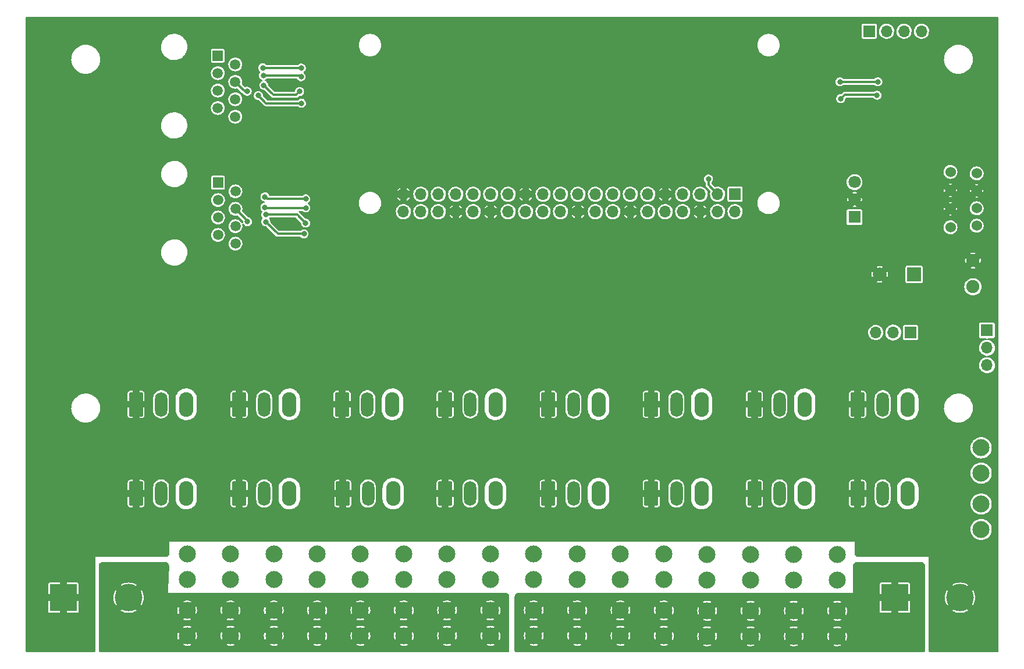
<source format=gbr>
%TF.GenerationSoftware,KiCad,Pcbnew,(6.0.7)*%
%TF.CreationDate,2022-08-24T09:35:39-04:00*%
%TF.ProjectId,Pi_Zero_W_16,50695f5a-6572-46f5-9f57-5f31362e6b69,v1*%
%TF.SameCoordinates,Original*%
%TF.FileFunction,Copper,L2,Bot*%
%TF.FilePolarity,Positive*%
%FSLAX46Y46*%
G04 Gerber Fmt 4.6, Leading zero omitted, Abs format (unit mm)*
G04 Created by KiCad (PCBNEW (6.0.7)) date 2022-08-24 09:35:39*
%MOMM*%
%LPD*%
G01*
G04 APERTURE LIST*
G04 Aperture macros list*
%AMRoundRect*
0 Rectangle with rounded corners*
0 $1 Rounding radius*
0 $2 $3 $4 $5 $6 $7 $8 $9 X,Y pos of 4 corners*
0 Add a 4 corners polygon primitive as box body*
4,1,4,$2,$3,$4,$5,$6,$7,$8,$9,$2,$3,0*
0 Add four circle primitives for the rounded corners*
1,1,$1+$1,$2,$3*
1,1,$1+$1,$4,$5*
1,1,$1+$1,$6,$7*
1,1,$1+$1,$8,$9*
0 Add four rect primitives between the rounded corners*
20,1,$1+$1,$2,$3,$4,$5,0*
20,1,$1+$1,$4,$5,$6,$7,0*
20,1,$1+$1,$6,$7,$8,$9,0*
20,1,$1+$1,$8,$9,$2,$3,0*%
G04 Aperture macros list end*
%TA.AperFunction,ComponentPad*%
%ADD10RoundRect,0.291667X-0.758333X-1.508333X0.758333X-1.508333X0.758333X1.508333X-0.758333X1.508333X0*%
%TD*%
%TA.AperFunction,ComponentPad*%
%ADD11O,1.800000X3.600000*%
%TD*%
%TA.AperFunction,ComponentPad*%
%ADD12O,2.100000X3.600000*%
%TD*%
%TA.AperFunction,ComponentPad*%
%ADD13C,2.475000*%
%TD*%
%TA.AperFunction,ComponentPad*%
%ADD14R,1.700000X1.700000*%
%TD*%
%TA.AperFunction,ComponentPad*%
%ADD15O,1.700000X1.700000*%
%TD*%
%TA.AperFunction,ComponentPad*%
%ADD16R,2.000000X2.000000*%
%TD*%
%TA.AperFunction,ComponentPad*%
%ADD17C,2.000000*%
%TD*%
%TA.AperFunction,ComponentPad*%
%ADD18R,1.500000X1.500000*%
%TD*%
%TA.AperFunction,ComponentPad*%
%ADD19C,1.500000*%
%TD*%
%TA.AperFunction,ComponentPad*%
%ADD20R,4.000000X4.000000*%
%TD*%
%TA.AperFunction,ComponentPad*%
%ADD21C,4.000000*%
%TD*%
%TA.AperFunction,ComponentPad*%
%ADD22C,1.904000*%
%TD*%
%TA.AperFunction,ComponentPad*%
%ADD23R,1.800000X1.800000*%
%TD*%
%TA.AperFunction,ComponentPad*%
%ADD24C,1.800000*%
%TD*%
%TA.AperFunction,ComponentPad*%
%ADD25C,1.524000*%
%TD*%
%TA.AperFunction,ViaPad*%
%ADD26C,0.800000*%
%TD*%
%TA.AperFunction,ViaPad*%
%ADD27C,1.000000*%
%TD*%
%TA.AperFunction,Conductor*%
%ADD28C,0.350000*%
%TD*%
G04 APERTURE END LIST*
D10*
%TO.P,J2,1,Pin_1*%
%TO.N,GND*%
X-112678400Y28900D03*
D11*
%TO.P,J2,2,Pin_2*%
%TO.N,/Output 1-8/DOUT2*%
X-109018400Y28900D03*
D12*
%TO.P,J2,3,Pin_3*%
%TO.N,/Output 1-8/VOUT2*%
X-105358400Y28900D03*
%TD*%
D10*
%TO.P,J5,1,Pin_1*%
%TO.N,GND*%
X-82678400Y13028900D03*
D11*
%TO.P,J5,2,Pin_2*%
%TO.N,/Output 1-8/DOUT5*%
X-79018400Y13028900D03*
D12*
%TO.P,J5,3,Pin_3*%
%TO.N,/Output 1-8/VOUT5*%
X-75358400Y13028900D03*
%TD*%
D10*
%TO.P,J6,1,Pin_1*%
%TO.N,GND*%
X-82564058Y28900D03*
D11*
%TO.P,J6,2,Pin_2*%
%TO.N,/Output 1-8/DOUT6*%
X-78904058Y28900D03*
D12*
%TO.P,J6,3,Pin_3*%
%TO.N,/Output 1-8/VOUT6*%
X-75244058Y28900D03*
%TD*%
D10*
%TO.P,J7,1,Pin_1*%
%TO.N,GND*%
X-67678400Y13028900D03*
D11*
%TO.P,J7,2,Pin_2*%
%TO.N,/Output 1-8/DOUT7*%
X-64018400Y13028900D03*
D12*
%TO.P,J7,3,Pin_3*%
%TO.N,/Output 1-8/VOUT7*%
X-60358400Y13028900D03*
%TD*%
D10*
%TO.P,J8,1,Pin_1*%
%TO.N,GND*%
X-67678400Y28900D03*
D11*
%TO.P,J8,2,Pin_2*%
%TO.N,/Output 1-8/DOUT8*%
X-64018400Y28900D03*
D12*
%TO.P,J8,3,Pin_3*%
%TO.N,/Output 1-8/VOUT8*%
X-60358400Y28900D03*
%TD*%
D10*
%TO.P,J9,1,Pin_1*%
%TO.N,GND*%
X-52678400Y13028900D03*
D11*
%TO.P,J9,2,Pin_2*%
%TO.N,/Output 9-16/DOUT9*%
X-49018400Y13028900D03*
D12*
%TO.P,J9,3,Pin_3*%
%TO.N,/Output 9-16/VOUT9*%
X-45358400Y13028900D03*
%TD*%
D10*
%TO.P,J10,1,Pin_1*%
%TO.N,GND*%
X-52678400Y28900D03*
D11*
%TO.P,J10,2,Pin_2*%
%TO.N,/Output 9-16/DOUT10*%
X-49018400Y28900D03*
D12*
%TO.P,J10,3,Pin_3*%
%TO.N,/Output 9-16/VOUT10*%
X-45358400Y28900D03*
%TD*%
D10*
%TO.P,J11,1,Pin_1*%
%TO.N,GND*%
X-37678400Y13028900D03*
D11*
%TO.P,J11,2,Pin_2*%
%TO.N,/Output 9-16/DOUT11*%
X-34018400Y13028900D03*
D12*
%TO.P,J11,3,Pin_3*%
%TO.N,/Output 9-16/VOUT11*%
X-30358400Y13028900D03*
%TD*%
D10*
%TO.P,J12,1,Pin_1*%
%TO.N,GND*%
X-37678400Y28900D03*
D11*
%TO.P,J12,2,Pin_2*%
%TO.N,/Output 9-16/DOUT12*%
X-34018400Y28900D03*
D12*
%TO.P,J12,3,Pin_3*%
%TO.N,/Output 9-16/VOUT12*%
X-30358400Y28900D03*
%TD*%
D10*
%TO.P,J13,1,Pin_1*%
%TO.N,GND*%
X-22678400Y13028900D03*
D11*
%TO.P,J13,2,Pin_2*%
%TO.N,/Output 9-16/DOUT13*%
X-19018400Y13028900D03*
D12*
%TO.P,J13,3,Pin_3*%
%TO.N,/Output 9-16/VOUT13*%
X-15358400Y13028900D03*
%TD*%
D10*
%TO.P,J14,1,Pin_1*%
%TO.N,GND*%
X-22678400Y28900D03*
D11*
%TO.P,J14,2,Pin_2*%
%TO.N,/Output 9-16/DOUT14*%
X-19018400Y28900D03*
D12*
%TO.P,J14,3,Pin_3*%
%TO.N,/Output 9-16/VOUT14*%
X-15358400Y28900D03*
%TD*%
D10*
%TO.P,J15,1,Pin_1*%
%TO.N,GND*%
X-7678400Y13028900D03*
D11*
%TO.P,J15,2,Pin_2*%
%TO.N,/Output 9-16/DOUT15*%
X-4018400Y13028900D03*
D12*
%TO.P,J15,3,Pin_3*%
%TO.N,/Output 9-16/VOUT15*%
X-358400Y13028900D03*
%TD*%
D10*
%TO.P,J16,1,Pin_1*%
%TO.N,GND*%
X-7678400Y28900D03*
D11*
%TO.P,J16,2,Pin_2*%
%TO.N,/Output 9-16/DOUT16*%
X-4018400Y28900D03*
D12*
%TO.P,J16,3,Pin_3*%
%TO.N,/Output 9-16/VOUT16*%
X-358400Y28900D03*
%TD*%
D13*
%TO.P,F1,1_1,1*%
%TO.N,VIN1*%
X-105238400Y-20699100D03*
%TO.P,F1,1_2,1*%
X-105238400Y-16999100D03*
%TO.P,F1,2_1,2*%
%TO.N,/Output 1-8/VOUT1*%
X-105238400Y-12499100D03*
%TO.P,F1,2_2,2*%
X-105238400Y-8799100D03*
%TD*%
%TO.P,F7,1_1,1*%
%TO.N,VIN1*%
X-67398404Y-20695100D03*
%TO.P,F7,1_2,1*%
X-67398404Y-16995100D03*
%TO.P,F7,2_1,2*%
%TO.N,/Output 1-8/VOUT7*%
X-67398404Y-12495100D03*
%TO.P,F7,2_2,2*%
X-67398404Y-8795100D03*
%TD*%
%TO.P,F2,1_1,1*%
%TO.N,VIN1*%
X-98931734Y-20699100D03*
%TO.P,F2,1_2,1*%
X-98931734Y-16999100D03*
%TO.P,F2,2_1,2*%
%TO.N,/Output 1-8/VOUT2*%
X-98931734Y-12499100D03*
%TO.P,F2,2_2,2*%
X-98931734Y-8799100D03*
%TD*%
%TO.P,F6,1_1,1*%
%TO.N,VIN1*%
X-73705070Y-20695100D03*
%TO.P,F6,1_2,1*%
X-73705070Y-16995100D03*
%TO.P,F6,2_1,2*%
%TO.N,/Output 1-8/VOUT6*%
X-73705070Y-12495100D03*
%TO.P,F6,2_2,2*%
X-73705070Y-8795100D03*
%TD*%
%TO.P,F8,1_1,1*%
%TO.N,VIN1*%
X-61091738Y-20695100D03*
%TO.P,F8,1_2,1*%
X-61091738Y-16995100D03*
%TO.P,F8,2_1,2*%
%TO.N,/Output 1-8/VOUT8*%
X-61091738Y-12495100D03*
%TO.P,F8,2_2,2*%
X-61091738Y-8795100D03*
%TD*%
%TO.P,F9,1_1,1*%
%TO.N,VIN2*%
X-54785072Y-20695100D03*
%TO.P,F9,1_2,1*%
X-54785072Y-16995100D03*
%TO.P,F9,2_1,2*%
%TO.N,/Output 9-16/VOUT9*%
X-54785072Y-12495100D03*
%TO.P,F9,2_2,2*%
X-54785072Y-8795100D03*
%TD*%
%TO.P,F10,1_1,1*%
%TO.N,VIN2*%
X-48478406Y-20695100D03*
%TO.P,F10,1_2,1*%
X-48478406Y-16995100D03*
%TO.P,F10,2_1,2*%
%TO.N,/Output 9-16/VOUT10*%
X-48478406Y-12495100D03*
%TO.P,F10,2_2,2*%
X-48478406Y-8795100D03*
%TD*%
%TO.P,F5,1_1,1*%
%TO.N,VIN1*%
X-80011736Y-20695100D03*
%TO.P,F5,1_2,1*%
X-80011736Y-16995100D03*
%TO.P,F5,2_1,2*%
%TO.N,/Output 1-8/VOUT5*%
X-80011736Y-12495100D03*
%TO.P,F5,2_2,2*%
X-80011736Y-8795100D03*
%TD*%
%TO.P,F3,1_1,1*%
%TO.N,VIN1*%
X-92625068Y-20700100D03*
%TO.P,F3,1_2,1*%
X-92625068Y-17000100D03*
%TO.P,F3,2_1,2*%
%TO.N,/Output 1-8/VOUT3*%
X-92625068Y-12500100D03*
%TO.P,F3,2_2,2*%
X-92625068Y-8800100D03*
%TD*%
%TO.P,F11,1_1,1*%
%TO.N,VIN2*%
X-42171740Y-20695100D03*
%TO.P,F11,1_2,1*%
X-42171740Y-16995100D03*
%TO.P,F11,2_1,2*%
%TO.N,/Output 9-16/VOUT11*%
X-42171740Y-12495100D03*
%TO.P,F11,2_2,2*%
X-42171740Y-8795100D03*
%TD*%
%TO.P,F4,1_1,1*%
%TO.N,VIN1*%
X-86318402Y-20700100D03*
%TO.P,F4,1_2,1*%
X-86318402Y-17000100D03*
%TO.P,F4,2_1,2*%
%TO.N,/Output 1-8/VOUT4*%
X-86318402Y-12500100D03*
%TO.P,F4,2_2,2*%
X-86318402Y-8800100D03*
%TD*%
D10*
%TO.P,J1,1,Pin_1*%
%TO.N,GND*%
X-112678400Y13028900D03*
D11*
%TO.P,J1,2,Pin_2*%
%TO.N,/Output 1-8/DOUT1*%
X-109018400Y13028900D03*
D12*
%TO.P,J1,3,Pin_3*%
%TO.N,/Output 1-8/VOUT1*%
X-105358400Y13028900D03*
%TD*%
D10*
%TO.P,J3,1,Pin_1*%
%TO.N,GND*%
X-97678400Y13028900D03*
D11*
%TO.P,J3,2,Pin_2*%
%TO.N,/Output 1-8/DOUT3*%
X-94018400Y13028900D03*
D12*
%TO.P,J3,3,Pin_3*%
%TO.N,/Output 1-8/VOUT3*%
X-90358400Y13028900D03*
%TD*%
D10*
%TO.P,J4,1,Pin_1*%
%TO.N,GND*%
X-97678400Y28900D03*
D11*
%TO.P,J4,2,Pin_2*%
%TO.N,/Output 1-8/DOUT4*%
X-94018400Y28900D03*
D12*
%TO.P,J4,3,Pin_3*%
%TO.N,/Output 1-8/VOUT4*%
X-90358400Y28900D03*
%TD*%
D13*
%TO.P,F12,1_1,1*%
%TO.N,VIN2*%
X-35865074Y-20691300D03*
%TO.P,F12,1_2,1*%
X-35865074Y-16991300D03*
%TO.P,F12,2_1,2*%
%TO.N,/Output 9-16/VOUT12*%
X-35865074Y-12491300D03*
%TO.P,F12,2_2,2*%
X-35865074Y-8791300D03*
%TD*%
D14*
%TO.P,J21,1,Pin_1*%
%TO.N,Net-(C1-Pad1)*%
X61600Y23484100D03*
D15*
%TO.P,J21,2,Pin_2*%
%TO.N,VCC*%
X-2478400Y23484100D03*
%TO.P,J21,3,Pin_3*%
%TO.N,+5V*%
X-5018400Y23484100D03*
%TD*%
D13*
%TO.P,F17,1_1,1*%
%TO.N,VIN2*%
X10308800Y-5199100D03*
%TO.P,F17,1_2,1*%
X10308800Y-1499100D03*
%TO.P,F17,2_1,2*%
%TO.N,/VIN_Fuse*%
X10308800Y3000900D03*
%TO.P,F17,2_2,2*%
X10308800Y6700900D03*
%TD*%
D14*
%TO.P,J20,1,Pin_1*%
%TO.N,/VIN*%
X11161600Y23790500D03*
D15*
%TO.P,J20,2,Pin_2*%
X11161600Y21250500D03*
%TO.P,J20,3,Pin_3*%
%TO.N,/VIN_Fuse*%
X11161600Y18710500D03*
%TD*%
D16*
%TO.P,C1,1*%
%TO.N,Net-(C1-Pad1)*%
X561600Y31950900D03*
D17*
%TO.P,C1,2*%
%TO.N,GND*%
X-4438400Y31950900D03*
%TD*%
D14*
%TO.P,J22,1,Pin_1*%
%TO.N,I2C_SDA*%
X-5988400Y67375900D03*
D15*
%TO.P,J22,2,Pin_2*%
%TO.N,I2C_SCL*%
X-3448400Y67375900D03*
%TO.P,J22,3,Pin_3*%
%TO.N,Net-(J22-Pad3)*%
X-908400Y67375900D03*
%TO.P,J22,4,Pin_4*%
%TO.N,Net-(J22-Pad4)*%
X1631600Y67375900D03*
%TD*%
D18*
%TO.P,J23,1*%
%TO.N,OUT21+*%
X-100768400Y63808400D03*
D19*
%TO.P,J23,2*%
%TO.N,OUT21-*%
X-98228400Y62538400D03*
%TO.P,J23,3*%
%TO.N,OUT22+*%
X-100768400Y61268400D03*
%TO.P,J23,4*%
%TO.N,OUT23-*%
X-98228400Y59998400D03*
%TO.P,J23,5*%
%TO.N,OUT23+*%
X-100768400Y58728400D03*
%TO.P,J23,6*%
%TO.N,OUT22-*%
X-98228400Y57458400D03*
%TO.P,J23,7*%
%TO.N,OUT24+*%
X-100768400Y56188400D03*
%TO.P,J23,8*%
%TO.N,OUT24-*%
X-98228400Y54918400D03*
%TD*%
D18*
%TO.P,J24,1*%
%TO.N,OUT17+*%
X-100743400Y45313400D03*
D19*
%TO.P,J24,2*%
%TO.N,OUT17-*%
X-98203400Y44043400D03*
%TO.P,J24,3*%
%TO.N,OUT18+*%
X-100743400Y42773400D03*
%TO.P,J24,4*%
%TO.N,OUT19-*%
X-98203400Y41503400D03*
%TO.P,J24,5*%
%TO.N,OUT19+*%
X-100743400Y40233400D03*
%TO.P,J24,6*%
%TO.N,OUT18-*%
X-98203400Y38963400D03*
%TO.P,J24,7*%
%TO.N,OUT20+*%
X-100743400Y37693400D03*
%TO.P,J24,8*%
%TO.N,OUT20-*%
X-98203400Y36423400D03*
%TD*%
D20*
%TO.P,J18,1,Pin_1*%
%TO.N,VIN2*%
X-2238400Y-15149100D03*
D21*
%TO.P,J18,2,Pin_2*%
%TO.N,GND*%
X7261600Y-15149100D03*
%TD*%
D13*
%TO.P,F13,1_1,1*%
%TO.N,VIN2*%
X-29558408Y-20760100D03*
%TO.P,F13,1_2,1*%
X-29558408Y-17060100D03*
%TO.P,F13,2_1,2*%
%TO.N,/Output 9-16/VOUT13*%
X-29558408Y-12560100D03*
%TO.P,F13,2_2,2*%
X-29558408Y-8860100D03*
%TD*%
%TO.P,F14,1_1,1*%
%TO.N,VIN2*%
X-23251742Y-20760100D03*
%TO.P,F14,1_2,1*%
X-23251742Y-17060100D03*
%TO.P,F14,2_1,2*%
%TO.N,/Output 9-16/VOUT14*%
X-23251742Y-12560100D03*
%TO.P,F14,2_2,2*%
X-23251742Y-8860100D03*
%TD*%
%TO.P,F15,1_1,1*%
%TO.N,VIN2*%
X-16945076Y-20760100D03*
%TO.P,F15,1_2,1*%
X-16945076Y-17060100D03*
%TO.P,F15,2_1,2*%
%TO.N,/Output 9-16/VOUT15*%
X-16945076Y-12560100D03*
%TO.P,F15,2_2,2*%
X-16945076Y-8860100D03*
%TD*%
%TO.P,F16,1_1,1*%
%TO.N,VIN2*%
X-10638400Y-20760100D03*
%TO.P,F16,1_2,1*%
X-10638400Y-17060100D03*
%TO.P,F16,2_1,2*%
%TO.N,/Output 9-16/VOUT16*%
X-10638400Y-12560100D03*
%TO.P,F16,2_2,2*%
X-10638400Y-8860100D03*
%TD*%
D20*
%TO.P,J17,1,Pin_1*%
%TO.N,GND*%
X-123238400Y-15149100D03*
D21*
%TO.P,J17,2,Pin_2*%
%TO.N,VIN1*%
X-113738400Y-15149100D03*
%TD*%
D22*
%TO.P,J19,1,Pin_1*%
%TO.N,/VIN*%
X9112059Y30145340D03*
%TO.P,J19,2,Pin_2*%
%TO.N,GND*%
X9112059Y33955340D03*
%TD*%
D23*
%TO.P,U7,1,IN*%
%TO.N,Net-(C1-Pad1)*%
X-8117900Y40310900D03*
D24*
%TO.P,U7,2,GND*%
%TO.N,GND*%
X-8117900Y42850900D03*
%TO.P,U7,3,OUT*%
%TO.N,+5V*%
X-8117900Y45390900D03*
D25*
%TO.P,U7,4,OUT*%
X9662100Y46660900D03*
%TO.P,U7,5,GND*%
%TO.N,GND*%
X9662100Y44120900D03*
%TO.P,U7,6,IN*%
%TO.N,Net-(C1-Pad1)*%
X9662100Y41580900D03*
%TO.P,U7,7,EN*%
%TO.N,unconnected-(U7-Pad7)*%
X9662100Y39040900D03*
%TO.P,U7,8,OUT*%
%TO.N,+5V*%
X5852100Y46892840D03*
%TO.P,U7,9,GND*%
%TO.N,GND*%
X5852100Y44197900D03*
%TO.P,U7,10,GND*%
X5852100Y41503900D03*
%TO.P,U7,11,IN*%
%TO.N,Net-(C1-Pad1)*%
X5852100Y38808960D03*
%TD*%
D14*
%TO.P,U1,1,3V3*%
%TO.N,+3V3*%
X-25493400Y43625900D03*
D15*
%TO.P,U1,2,5V*%
%TO.N,+5V*%
X-25493400Y41085900D03*
%TO.P,U1,3,SDA/GPIO2*%
%TO.N,I2C_SDA*%
X-28033400Y43625900D03*
%TO.P,U1,4,5V*%
%TO.N,+5V*%
X-28033400Y41085900D03*
%TO.P,U1,5,SCL/GPIO3*%
%TO.N,I2C_SCL*%
X-30573400Y43625900D03*
%TO.P,U1,6,GND*%
%TO.N,GND*%
X-30573400Y41085900D03*
%TO.P,U1,7,GCLK0/GPIO4*%
%TO.N,DATA16*%
X-33113400Y43625900D03*
%TO.P,U1,8,GPIO14/TXD*%
%TO.N,DATA15*%
X-33113400Y41085900D03*
%TO.P,U1,9,GND*%
%TO.N,GND*%
X-35653400Y43625900D03*
%TO.P,U1,10,GPIO15/RXD*%
%TO.N,DATA14*%
X-35653400Y41085900D03*
%TO.P,U1,11,GPIO17*%
%TO.N,DATA13*%
X-38193400Y43625900D03*
%TO.P,U1,12,GPIO18/PWM0*%
%TO.N,DATA12*%
X-38193400Y41085900D03*
%TO.P,U1,13,GPIO27*%
%TO.N,DATA11*%
X-40733400Y43625900D03*
%TO.P,U1,14,GND*%
%TO.N,GND*%
X-40733400Y41085900D03*
%TO.P,U1,15,GPIO22*%
%TO.N,DATA10*%
X-43273400Y43625900D03*
%TO.P,U1,16,GPIO23*%
%TO.N,DATA9*%
X-43273400Y41085900D03*
%TO.P,U1,17,3V3*%
%TO.N,unconnected-(U1-Pad17)*%
X-45813400Y43625900D03*
%TO.P,U1,18,GPIO24*%
%TO.N,DATA8*%
X-45813400Y41085900D03*
%TO.P,U1,19,MOSI0/GPIO10*%
%TO.N,DATA7*%
X-48353400Y43625900D03*
%TO.P,U1,20,GND*%
%TO.N,GND*%
X-48353400Y41085900D03*
%TO.P,U1,21,MISO0/GPIO9*%
%TO.N,DATA5*%
X-50893400Y43625900D03*
%TO.P,U1,22,GPIO25*%
%TO.N,DATA6*%
X-50893400Y41085900D03*
%TO.P,U1,23,SCLK0/GPIO11*%
%TO.N,DATA3*%
X-53433400Y43625900D03*
%TO.P,U1,24,~{CE0}/GPIO8*%
%TO.N,DATA4*%
X-53433400Y41085900D03*
%TO.P,U1,25,GND*%
%TO.N,GND*%
X-55973400Y43625900D03*
%TO.P,U1,26,~{CE1}/GPIO7*%
%TO.N,DATA2*%
X-55973400Y41085900D03*
%TO.P,U1,27,ID_SD/GPIO0*%
%TO.N,BTN1*%
X-58513400Y43625900D03*
%TO.P,U1,28,ID_SC/GPIO1*%
%TO.N,BTN2*%
X-58513400Y41085900D03*
%TO.P,U1,29,GCLK1/GPIO5*%
%TO.N,OUT21*%
X-61053400Y43625900D03*
%TO.P,U1,30,GND*%
%TO.N,GND*%
X-61053400Y41085900D03*
%TO.P,U1,31,GCLK2/GPIO6*%
%TO.N,OUT22*%
X-63593400Y43625900D03*
%TO.P,U1,32,PWM0/GPIO12*%
%TO.N,DATA1*%
X-63593400Y41085900D03*
%TO.P,U1,33,PWM1/GPIO13*%
%TO.N,OUT23*%
X-66133400Y43625900D03*
%TO.P,U1,34,GND*%
%TO.N,GND*%
X-66133400Y41085900D03*
%TO.P,U1,35,GPIO19/MISO1*%
%TO.N,OUT24*%
X-68673400Y43625900D03*
%TO.P,U1,36,GPIO16*%
%TO.N,OUT20*%
X-68673400Y41085900D03*
%TO.P,U1,37,GPIO26*%
%TO.N,OUT17*%
X-71213400Y43625900D03*
%TO.P,U1,38,GPIO20/MOSI1*%
%TO.N,OUT19*%
X-71213400Y41085900D03*
%TO.P,U1,39,GND*%
%TO.N,GND*%
X-73753400Y43625900D03*
%TO.P,U1,40,GPIO21/SCLK1*%
%TO.N,OUT18*%
X-73753400Y41085900D03*
%TD*%
D26*
%TO.N,GND*%
X-17422920Y25431340D03*
X-67118400Y66400900D03*
X-85118400Y56600900D03*
X-99568400Y30800900D03*
X-95518400Y67400900D03*
X-1718400Y63250900D03*
X-67118400Y45900900D03*
X-99768400Y66100900D03*
X-68018400Y38550900D03*
X-14318400Y46350900D03*
X-117118400Y37400900D03*
X7311600Y31308900D03*
X-16068400Y58950900D03*
X-89518400Y39200900D03*
X-50418400Y50026899D03*
X-69568400Y38550900D03*
X-59999600Y3126300D03*
X-30249600Y3226300D03*
X-4038400Y18350900D03*
X81600Y65600900D03*
X-15318400Y36850900D03*
X4381600Y67800900D03*
X-53418400Y53450900D03*
X-15968400Y18300900D03*
X-75268400Y22450900D03*
X-118141276Y-5051830D03*
X7161600Y-19449100D03*
X-9068400Y35300900D03*
X-14949600Y3776300D03*
X-127118400Y67400900D03*
X-9838400Y27150900D03*
X7661600Y4500900D03*
X-85018400Y67150900D03*
X-88818400Y52900900D03*
X-17638400Y33550900D03*
X-91068400Y20000900D03*
X-12468400Y50900900D03*
X-73418400Y5350900D03*
X-89599600Y3026300D03*
X-88368400Y34750900D03*
X-9618400Y31800900D03*
X-80668400Y59250900D03*
X-83268400Y65150900D03*
X-57368400Y5350900D03*
X-3568400Y39350900D03*
X-4868400Y50400900D03*
X-64038400Y27050900D03*
X-20718400Y18600900D03*
X-102768400Y56350900D03*
X-102768400Y63650900D03*
X-85418400Y18550900D03*
X-33118400Y31313980D03*
X-78118400Y54300900D03*
X-127118400Y46400900D03*
X-7868400Y31850900D03*
X-21668400Y34500900D03*
X-117118400Y54400900D03*
X-79168400Y37750900D03*
X-85118400Y59350900D03*
X-117118400Y30400900D03*
X-48118400Y66400900D03*
X-82068400Y18400900D03*
X-45049600Y3226300D03*
X-7518400Y61700900D03*
X-65318400Y46650900D03*
X-1818400Y61100900D03*
X-43368400Y30650900D03*
X11861600Y400900D03*
X9089600Y27244900D03*
X-8518400Y67800900D03*
X-51468400Y33250900D03*
X-119217900Y400900D03*
X-32568400Y53250900D03*
X-101018400Y34600900D03*
X-110338400Y-7949100D03*
X9531600Y51900900D03*
X-6218400Y-8379100D03*
X-37118400Y66400900D03*
X-26968400Y50100900D03*
X-93318400Y26950900D03*
X-64918400Y37950900D03*
X-73968400Y58400900D03*
X-13018400Y31100900D03*
X-7818400Y18700900D03*
X1761600Y24750900D03*
X-80018400Y22400900D03*
X-4338400Y21650900D03*
X-72473400Y27058300D03*
X-60118400Y31400900D03*
X-5718400Y47400900D03*
X2761600Y26250900D03*
X-84668400Y23750900D03*
X961600Y18350900D03*
X-84418400Y48100900D03*
X4771600Y22418900D03*
X-105468400Y31000900D03*
X-88218400Y36750900D03*
X-77068400Y18450900D03*
X-89068400Y44700900D03*
X-103318400Y5400900D03*
X-7688400Y30300900D03*
X-10938400Y22750900D03*
X-80968400Y34600900D03*
X1381600Y51950900D03*
X-71718400Y22800900D03*
X-23568400Y48850900D03*
X-78818400Y56450900D03*
X-106418400Y38800900D03*
X4161600Y-19449100D03*
X-79418400Y52650900D03*
X-50368400Y26600900D03*
X-86218400Y27200900D03*
X7611600Y150900D03*
X-69218400Y18400900D03*
X10161600Y-12449100D03*
X-17868400Y48950900D03*
X-69868400Y46100900D03*
X9089600Y23180900D03*
X-27118400Y66400900D03*
X-127118400Y19400900D03*
X-127118400Y54400900D03*
X-91018400Y5300900D03*
X11681600Y58200900D03*
X-125838400Y-7449100D03*
X-127118400Y37400900D03*
X-119838400Y-19449100D03*
X-31368400Y18450900D03*
X-125838400Y-11449100D03*
X-50518400Y30700900D03*
X-72118400Y38900900D03*
X-89868400Y59350900D03*
X-106468400Y19500900D03*
X6881600Y-6599100D03*
X-73641800Y27032900D03*
X-10618400Y49250900D03*
X-93118400Y34650900D03*
X881600Y-8449100D03*
X-7718400Y50750900D03*
X-73118400Y18350900D03*
X-59768400Y46350900D03*
X-10968400Y31800900D03*
X9761600Y9150900D03*
X-94018400Y53600900D03*
X-3418400Y65600900D03*
X-57818400Y20350900D03*
X-42018400Y53400900D03*
X-97668400Y52250900D03*
X-58568400Y37950900D03*
X-10368400Y61900900D03*
X-127118400Y61400900D03*
X3231600Y50050900D03*
X-21304040Y26894380D03*
X-58118400Y66400900D03*
X-69268400Y30450900D03*
X-8818400Y53600900D03*
X2081600Y47350900D03*
X11681600Y50000900D03*
X-94818400Y23600900D03*
X-33460480Y27001060D03*
X-89618400Y33700900D03*
X-56468400Y50100900D03*
X5228800Y6239100D03*
X-101568400Y27100900D03*
X-68718400Y32250900D03*
X-92768400Y47100900D03*
X-122838400Y-19449100D03*
X-26518400Y45700900D03*
X10161600Y-9449100D03*
X-46668400Y37950900D03*
X12011600Y31350900D03*
X-119038400Y4450900D03*
X-75068400Y48200900D03*
X-89568400Y63700900D03*
X-45968400Y20550900D03*
X2861600Y4450900D03*
X-43418400Y32200900D03*
X-8038400Y37450900D03*
X-102718400Y50450900D03*
X-84318400Y37950900D03*
X-117438400Y-7949100D03*
X-79818400Y18450900D03*
X-89118400Y55800900D03*
X-20568400Y46550900D03*
X-93818400Y49200900D03*
D27*
X-13388400Y39000400D03*
D26*
X-60968400Y5550900D03*
X-84018400Y31550900D03*
X-125838400Y-19449100D03*
X-106468400Y42650900D03*
X-100468400Y47350900D03*
X-127118400Y10400900D03*
X-20918400Y22700900D03*
X-41418400Y50026899D03*
X-7138400Y23850900D03*
X-1968400Y56450900D03*
X-85168400Y54650900D03*
X7565600Y22164900D03*
X9461600Y17450900D03*
X-84868400Y46150900D03*
X-89618400Y30550900D03*
X-103768400Y18550900D03*
X-17118400Y51250900D03*
X11431600Y67700900D03*
X-90368400Y52000900D03*
X-18338400Y30750900D03*
X3761600Y15750900D03*
X2461600Y29250900D03*
X-10518400Y35250900D03*
X-22528320Y26863900D03*
X6931600Y57950900D03*
X-20418400Y35750900D03*
X-88818400Y18550900D03*
X-93618400Y30750900D03*
X-115549600Y9076300D03*
X-7818400Y35350900D03*
X-12468400Y53550900D03*
X-82668400Y33900900D03*
X-22868400Y35800900D03*
X-60668400Y18750900D03*
X-99468400Y18550900D03*
X6761600Y16250900D03*
X-61668400Y46250900D03*
X-18400Y35750900D03*
X-21308054Y53162580D03*
X-42268400Y37850900D03*
X10161600Y-19449100D03*
X-117118400Y46400900D03*
X-96418400Y32600900D03*
X-78349600Y-3873700D03*
X-26268400Y18550900D03*
X-85368400Y64300900D03*
X-91518400Y67200900D03*
X-84518400Y43700900D03*
X-75518400Y56800900D03*
X-5718400Y57150900D03*
X-127118400Y30400900D03*
X-96318400Y18400900D03*
X-66368400Y23050900D03*
X-99668400Y22350900D03*
X-117118400Y19400900D03*
X2661600Y-4549100D03*
X-32618400Y22950900D03*
X3331600Y57850900D03*
X-2738400Y25950900D03*
X-15792240Y26772460D03*
X-16518400Y37950900D03*
X3561600Y9750900D03*
X-84568400Y20950900D03*
%TO.N,VIN1*%
X-115838400Y-20449100D03*
X-115838400Y-11449100D03*
X-109838400Y-20449100D03*
X-112838400Y-11449100D03*
X-109838400Y-11449100D03*
X-112838400Y-20449100D03*
%TO.N,VIN2*%
X-5838400Y-20449100D03*
X-5838400Y-11449100D03*
X161600Y-11449100D03*
X161600Y-20449100D03*
X-2838400Y-20449100D03*
%TO.N,OUT22+*%
X-94229982Y62042173D03*
X-88618400Y62000900D03*
%TO.N,OUT23-*%
X-94068400Y59500900D03*
X-88868400Y58600900D03*
X-96493400Y58625900D03*
%TO.N,OUT23+*%
X-88593400Y56875900D03*
X-94869038Y58007537D03*
%TO.N,I2C_SDA*%
X-29368400Y45850900D03*
%TO.N,OUT22-*%
X-94143400Y60925900D03*
X-88643400Y60750900D03*
%TO.N,BTN1*%
X-4828400Y58050900D03*
X-10118400Y57550900D03*
%TO.N,BTN2*%
X-10218400Y60000900D03*
X-4718400Y60000900D03*
%TO.N,OUT18-*%
X-93918400Y41725900D03*
X-87968400Y41650900D03*
%TO.N,OUT19+*%
X-88218400Y37850900D03*
X-93784736Y39617236D03*
%TO.N,OUT19-*%
X-93793400Y40650900D03*
X-96443400Y39625900D03*
X-87993400Y39425900D03*
%TO.N,OUT18+*%
X-93918400Y43250900D03*
X-87968400Y42950900D03*
%TD*%
D28*
%TO.N,OUT22+*%
X-88618400Y62000900D02*
X-94188709Y62000900D01*
X-94188709Y62000900D02*
X-94229982Y62042173D01*
%TO.N,OUT23-*%
X-92668400Y58100900D02*
X-89368400Y58100900D01*
X-96855900Y58625900D02*
X-98228400Y59998400D01*
X-96493400Y58625900D02*
X-96855900Y58625900D01*
X-94068400Y59500900D02*
X-92668400Y58100900D01*
X-89368400Y58100900D02*
X-88868400Y58600900D01*
%TO.N,OUT23+*%
X-88593400Y56875900D02*
X-93737401Y56875900D01*
X-93737401Y56875900D02*
X-94869038Y58007537D01*
%TO.N,I2C_SDA*%
X-29368400Y44960900D02*
X-29368400Y45850900D01*
X-28033400Y43625900D02*
X-29368400Y44960900D01*
%TO.N,OUT22-*%
X-88818400Y60925900D02*
X-88643400Y60750900D01*
X-94143400Y60925900D02*
X-88818400Y60925900D01*
%TO.N,BTN1*%
X-9568400Y58100900D02*
X-10118400Y57550900D01*
X-4878400Y58100900D02*
X-9568400Y58100900D01*
X-4828400Y58050900D02*
X-4878400Y58100900D01*
%TO.N,BTN2*%
X-4718400Y60000900D02*
X-10218400Y60000900D01*
%TO.N,OUT18-*%
X-87968400Y41650900D02*
X-93843400Y41650900D01*
X-93843400Y41650900D02*
X-93918400Y41725900D01*
%TO.N,OUT19+*%
X-88218400Y37850900D02*
X-92018400Y37850900D01*
X-92018400Y37850900D02*
X-93784736Y39617236D01*
%TO.N,OUT19-*%
X-96443400Y39743400D02*
X-98203400Y41503400D01*
X-87993400Y39425900D02*
X-89218400Y40650900D01*
X-96443400Y39625900D02*
X-96443400Y39743400D01*
X-89218400Y40650900D02*
X-93793400Y40650900D01*
%TO.N,OUT18+*%
X-93918400Y43250900D02*
X-93618400Y42950900D01*
X-93618400Y42950900D02*
X-87968400Y42950900D01*
%TD*%
%TA.AperFunction,Conductor*%
%TO.N,GND*%
G36*
X12803221Y69410398D02*
G01*
X12849714Y69356742D01*
X12861100Y69304400D01*
X12861100Y-22909360D01*
X12841098Y-22977481D01*
X12787442Y-23023974D01*
X12735100Y-23035360D01*
X2815300Y-23035360D01*
X2747179Y-23015358D01*
X2698891Y-22957578D01*
X2685258Y-22924665D01*
X2676745Y-22892894D01*
X2662678Y-22786048D01*
X2661600Y-22769601D01*
X2661600Y-17016973D01*
X6105984Y-17016973D01*
X6115866Y-17029462D01*
X6155807Y-17056150D01*
X6162944Y-17060271D01*
X6414192Y-17184172D01*
X6421796Y-17187322D01*
X6687069Y-17277370D01*
X6695021Y-17279501D01*
X6969783Y-17334154D01*
X6977941Y-17335228D01*
X7257481Y-17353550D01*
X7265719Y-17353550D01*
X7545259Y-17335228D01*
X7553417Y-17334154D01*
X7828179Y-17279501D01*
X7836131Y-17277370D01*
X8101404Y-17187322D01*
X8109008Y-17184172D01*
X8360256Y-17060271D01*
X8367393Y-17056150D01*
X8408769Y-17028504D01*
X8417057Y-17018586D01*
X8409800Y-17004407D01*
X7274412Y-15869019D01*
X7260468Y-15861405D01*
X7258635Y-15861536D01*
X7252020Y-15865787D01*
X6112180Y-17005627D01*
X6105984Y-17016973D01*
X2661600Y-17016973D01*
X2661600Y-15153219D01*
X5057150Y-15153219D01*
X5075472Y-15432759D01*
X5076546Y-15440917D01*
X5131199Y-15715679D01*
X5133330Y-15723631D01*
X5223378Y-15988904D01*
X5226528Y-15996508D01*
X5350429Y-16247756D01*
X5354550Y-16254893D01*
X5382196Y-16296269D01*
X5392114Y-16304557D01*
X5406293Y-16297300D01*
X6541681Y-15161912D01*
X6548059Y-15150232D01*
X7973905Y-15150232D01*
X7974036Y-15152065D01*
X7978287Y-15158680D01*
X9118127Y-16298520D01*
X9129473Y-16304716D01*
X9141962Y-16294834D01*
X9168650Y-16254893D01*
X9172771Y-16247756D01*
X9296672Y-15996508D01*
X9299822Y-15988904D01*
X9389870Y-15723631D01*
X9392001Y-15715679D01*
X9446654Y-15440917D01*
X9447728Y-15432759D01*
X9466050Y-15153219D01*
X9466050Y-15144981D01*
X9447728Y-14865441D01*
X9446654Y-14857283D01*
X9392001Y-14582521D01*
X9389870Y-14574569D01*
X9299822Y-14309296D01*
X9296672Y-14301692D01*
X9172771Y-14050444D01*
X9168650Y-14043307D01*
X9141004Y-14001931D01*
X9131086Y-13993643D01*
X9116907Y-14000900D01*
X7981519Y-15136288D01*
X7973905Y-15150232D01*
X6548059Y-15150232D01*
X6549295Y-15147968D01*
X6549164Y-15146135D01*
X6544913Y-15139520D01*
X5405073Y-13999680D01*
X5393727Y-13993484D01*
X5381238Y-14003366D01*
X5354550Y-14043307D01*
X5350429Y-14050444D01*
X5226528Y-14301692D01*
X5223378Y-14309296D01*
X5133330Y-14574569D01*
X5131199Y-14582521D01*
X5076546Y-14857283D01*
X5075472Y-14865441D01*
X5057150Y-15144981D01*
X5057150Y-15153219D01*
X2661600Y-15153219D01*
X2661600Y-13279614D01*
X6106143Y-13279614D01*
X6113400Y-13293793D01*
X7248788Y-14429181D01*
X7262732Y-14436795D01*
X7264565Y-14436664D01*
X7271180Y-14432413D01*
X8411020Y-13292573D01*
X8417216Y-13281227D01*
X8407334Y-13268738D01*
X8367393Y-13242050D01*
X8360256Y-13237929D01*
X8109008Y-13114028D01*
X8101404Y-13110878D01*
X7836131Y-13020830D01*
X7828179Y-13018699D01*
X7553417Y-12964046D01*
X7545259Y-12962972D01*
X7265719Y-12944650D01*
X7257481Y-12944650D01*
X6977941Y-12962972D01*
X6969783Y-12964046D01*
X6695021Y-13018699D01*
X6687069Y-13020830D01*
X6421796Y-13110878D01*
X6414192Y-13114028D01*
X6162944Y-13237929D01*
X6155807Y-13242050D01*
X6114431Y-13269696D01*
X6106143Y-13279614D01*
X2661600Y-13279614D01*
X2661600Y-9199100D01*
X-7572141Y-9199100D01*
X-7588588Y-9198022D01*
X-7695434Y-9183955D01*
X-7727205Y-9175442D01*
X-7819076Y-9137388D01*
X-7847562Y-9120941D01*
X-7926450Y-9060408D01*
X-7949708Y-9037150D01*
X-8010241Y-8958262D01*
X-8026688Y-8929776D01*
X-8064742Y-8837905D01*
X-8073255Y-8806134D01*
X-8087322Y-8699288D01*
X-8088400Y-8682841D01*
X-8088400Y-6949100D01*
X-107838400Y-6949100D01*
X-107838400Y-8682841D01*
X-107839478Y-8699288D01*
X-107853545Y-8806134D01*
X-107862058Y-8837905D01*
X-107900112Y-8929776D01*
X-107916559Y-8958262D01*
X-107977092Y-9037150D01*
X-108000350Y-9060408D01*
X-108079238Y-9120941D01*
X-108107724Y-9137388D01*
X-108199595Y-9175442D01*
X-108231366Y-9183955D01*
X-108338212Y-9198022D01*
X-108354659Y-9199100D01*
X-118588400Y-9199100D01*
X-118588400Y-22769601D01*
X-118589478Y-22786048D01*
X-118603545Y-22892894D01*
X-118612058Y-22924665D01*
X-118625691Y-22957578D01*
X-118670239Y-23012859D01*
X-118742100Y-23035360D01*
X-128611900Y-23035360D01*
X-128680021Y-23015358D01*
X-128726514Y-22961702D01*
X-128737900Y-22909360D01*
X-128737900Y-17162611D01*
X-125438400Y-17162611D01*
X-125437193Y-17174866D01*
X-125429217Y-17214964D01*
X-125419901Y-17237455D01*
X-125389485Y-17282976D01*
X-125372276Y-17300185D01*
X-125326755Y-17330601D01*
X-125304264Y-17339917D01*
X-125264166Y-17347893D01*
X-125251911Y-17349100D01*
X-123756515Y-17349100D01*
X-123741276Y-17344625D01*
X-123740071Y-17343235D01*
X-123738400Y-17335552D01*
X-123738400Y-17330985D01*
X-122738400Y-17330985D01*
X-122733925Y-17346224D01*
X-122732535Y-17347429D01*
X-122724852Y-17349100D01*
X-121224889Y-17349100D01*
X-121212634Y-17347893D01*
X-121172536Y-17339917D01*
X-121150045Y-17330601D01*
X-121104524Y-17300185D01*
X-121087315Y-17282976D01*
X-121056899Y-17237455D01*
X-121047583Y-17214964D01*
X-121039607Y-17174866D01*
X-121038400Y-17162611D01*
X-121038400Y-15667215D01*
X-121042875Y-15651976D01*
X-121044265Y-15650771D01*
X-121051948Y-15649100D01*
X-122720285Y-15649100D01*
X-122735524Y-15653575D01*
X-122736729Y-15654965D01*
X-122738400Y-15662648D01*
X-122738400Y-17330985D01*
X-123738400Y-17330985D01*
X-123738400Y-15667215D01*
X-123742875Y-15651976D01*
X-123744265Y-15650771D01*
X-123751948Y-15649100D01*
X-125420285Y-15649100D01*
X-125435524Y-15653575D01*
X-125436729Y-15654965D01*
X-125438400Y-15662648D01*
X-125438400Y-17162611D01*
X-128737900Y-17162611D01*
X-128737900Y-14630985D01*
X-125438400Y-14630985D01*
X-125433925Y-14646224D01*
X-125432535Y-14647429D01*
X-125424852Y-14649100D01*
X-123756515Y-14649100D01*
X-123741276Y-14644625D01*
X-123740071Y-14643235D01*
X-123738400Y-14635552D01*
X-123738400Y-14630985D01*
X-122738400Y-14630985D01*
X-122733925Y-14646224D01*
X-122732535Y-14647429D01*
X-122724852Y-14649100D01*
X-121056515Y-14649100D01*
X-121041276Y-14644625D01*
X-121040071Y-14643235D01*
X-121038400Y-14635552D01*
X-121038400Y-13135589D01*
X-121039607Y-13123334D01*
X-121047583Y-13083236D01*
X-121056899Y-13060745D01*
X-121087315Y-13015224D01*
X-121104524Y-12998015D01*
X-121150045Y-12967599D01*
X-121172536Y-12958283D01*
X-121212634Y-12950307D01*
X-121224889Y-12949100D01*
X-122720285Y-12949100D01*
X-122735524Y-12953575D01*
X-122736729Y-12954965D01*
X-122738400Y-12962648D01*
X-122738400Y-14630985D01*
X-123738400Y-14630985D01*
X-123738400Y-12967215D01*
X-123742875Y-12951976D01*
X-123744265Y-12950771D01*
X-123751948Y-12949100D01*
X-125251911Y-12949100D01*
X-125264166Y-12950307D01*
X-125304264Y-12958283D01*
X-125326755Y-12967599D01*
X-125372276Y-12998015D01*
X-125389485Y-13015224D01*
X-125419901Y-13060745D01*
X-125429217Y-13083236D01*
X-125437193Y-13123334D01*
X-125438400Y-13135589D01*
X-125438400Y-14630985D01*
X-128737900Y-14630985D01*
X-128737900Y-5199100D01*
X8766044Y-5199100D01*
X8785038Y-5440440D01*
X8841552Y-5675838D01*
X8934194Y-5899497D01*
X9060684Y-6105909D01*
X9217907Y-6289993D01*
X9401991Y-6447216D01*
X9608403Y-6573706D01*
X9612973Y-6575599D01*
X9612977Y-6575601D01*
X9827489Y-6664454D01*
X9832062Y-6666348D01*
X9913893Y-6685994D01*
X10062647Y-6721707D01*
X10062653Y-6721708D01*
X10067460Y-6722862D01*
X10308800Y-6741856D01*
X10550140Y-6722862D01*
X10554947Y-6721708D01*
X10554953Y-6721707D01*
X10703707Y-6685994D01*
X10785538Y-6666348D01*
X10790111Y-6664454D01*
X11004623Y-6575601D01*
X11004627Y-6575599D01*
X11009197Y-6573706D01*
X11215609Y-6447216D01*
X11399693Y-6289993D01*
X11556916Y-6105909D01*
X11683406Y-5899497D01*
X11776048Y-5675838D01*
X11832562Y-5440440D01*
X11851556Y-5199100D01*
X11832562Y-4957760D01*
X11776048Y-4722362D01*
X11683406Y-4498703D01*
X11556916Y-4292291D01*
X11399693Y-4108207D01*
X11215609Y-3950984D01*
X11009197Y-3824494D01*
X11004627Y-3822601D01*
X11004623Y-3822599D01*
X10790111Y-3733746D01*
X10790109Y-3733745D01*
X10785538Y-3731852D01*
X10703707Y-3712206D01*
X10554953Y-3676493D01*
X10554947Y-3676492D01*
X10550140Y-3675338D01*
X10308800Y-3656344D01*
X10067460Y-3675338D01*
X10062653Y-3676492D01*
X10062647Y-3676493D01*
X9913893Y-3712206D01*
X9832062Y-3731852D01*
X9827491Y-3733745D01*
X9827489Y-3733746D01*
X9612977Y-3822599D01*
X9612973Y-3822601D01*
X9608403Y-3824494D01*
X9401991Y-3950984D01*
X9217907Y-4108207D01*
X9060684Y-4292291D01*
X8934194Y-4498703D01*
X8841552Y-4722362D01*
X8785038Y-4957760D01*
X8766044Y-5199100D01*
X-128737900Y-5199100D01*
X-128737900Y-1522558D01*
X-113928400Y-1522558D01*
X-113928031Y-1529375D01*
X-113922723Y-1578240D01*
X-113919095Y-1593498D01*
X-113875582Y-1709567D01*
X-113867050Y-1725153D01*
X-113793351Y-1823488D01*
X-113780788Y-1836051D01*
X-113682453Y-1909750D01*
X-113666867Y-1918282D01*
X-113550798Y-1961795D01*
X-113535540Y-1965423D01*
X-113486675Y-1970731D01*
X-113479858Y-1971100D01*
X-113196515Y-1971100D01*
X-113181276Y-1966625D01*
X-113180071Y-1965235D01*
X-113178400Y-1957552D01*
X-113178400Y-1952985D01*
X-112178400Y-1952985D01*
X-112173925Y-1968224D01*
X-112172535Y-1969429D01*
X-112164852Y-1971100D01*
X-111876942Y-1971100D01*
X-111870125Y-1970731D01*
X-111821260Y-1965423D01*
X-111806002Y-1961795D01*
X-111689933Y-1918282D01*
X-111674347Y-1909750D01*
X-111576012Y-1836051D01*
X-111563449Y-1823488D01*
X-111489750Y-1725153D01*
X-111481218Y-1709567D01*
X-111437705Y-1593498D01*
X-111434077Y-1578240D01*
X-111428769Y-1529375D01*
X-111428400Y-1522558D01*
X-111428400Y-924741D01*
X-110168900Y-924741D01*
X-110154481Y-1081660D01*
X-110097086Y-1285169D01*
X-110094533Y-1290347D01*
X-110094531Y-1290351D01*
X-110008111Y-1465592D01*
X-110003565Y-1474810D01*
X-109877051Y-1644233D01*
X-109806373Y-1709567D01*
X-109749692Y-1761962D01*
X-109721781Y-1787763D01*
X-109542954Y-1900595D01*
X-109346560Y-1978948D01*
X-109340903Y-1980073D01*
X-109340897Y-1980075D01*
X-109144842Y-2019072D01*
X-109144840Y-2019072D01*
X-109139175Y-2020199D01*
X-109133400Y-2020275D01*
X-109133396Y-2020275D01*
X-109027376Y-2021663D01*
X-108927746Y-2022967D01*
X-108912079Y-2020275D01*
X-108725050Y-1988138D01*
X-108725049Y-1988138D01*
X-108719353Y-1987159D01*
X-108520975Y-1913973D01*
X-108502084Y-1902734D01*
X-108344221Y-1808816D01*
X-108344220Y-1808815D01*
X-108339256Y-1805862D01*
X-108180281Y-1666445D01*
X-108049376Y-1500392D01*
X-108038351Y-1479438D01*
X-107953615Y-1318380D01*
X-107950923Y-1313264D01*
X-107888220Y-1111327D01*
X-107877149Y-1017789D01*
X-107868336Y-943332D01*
X-107868336Y-943325D01*
X-107867900Y-939645D01*
X-107867900Y-783791D01*
X-106908900Y-783791D01*
X-106908698Y-786299D01*
X-106908698Y-786304D01*
X-106896360Y-939645D01*
X-106893934Y-969802D01*
X-106834418Y-1212106D01*
X-106832443Y-1216758D01*
X-106832442Y-1216762D01*
X-106791479Y-1313264D01*
X-106736929Y-1441777D01*
X-106603973Y-1652908D01*
X-106588684Y-1670250D01*
X-106485082Y-1787763D01*
X-106438972Y-1840065D01*
X-106246170Y-1998434D01*
X-106030528Y-2123940D01*
X-106025805Y-2125753D01*
X-106025803Y-2125754D01*
X-105892443Y-2176946D01*
X-105797595Y-2213355D01*
X-105792649Y-2214388D01*
X-105792643Y-2214390D01*
X-105583891Y-2258000D01*
X-105553361Y-2264378D01*
X-105548312Y-2264607D01*
X-105548306Y-2264608D01*
X-105434354Y-2269782D01*
X-105304112Y-2275696D01*
X-105299092Y-2275115D01*
X-105299088Y-2275115D01*
X-105061290Y-2247601D01*
X-105056260Y-2247019D01*
X-105051389Y-2245640D01*
X-105051386Y-2245640D01*
X-104872158Y-2194923D01*
X-104816181Y-2179083D01*
X-104692466Y-2121394D01*
X-104594634Y-2075775D01*
X-104594630Y-2075773D01*
X-104590052Y-2073638D01*
X-104383690Y-1933394D01*
X-104202406Y-1761962D01*
X-104121928Y-1656702D01*
X-104053940Y-1567777D01*
X-104053939Y-1567776D01*
X-104050862Y-1563751D01*
X-104028774Y-1522558D01*
X-98928400Y-1522558D01*
X-98928031Y-1529375D01*
X-98922723Y-1578240D01*
X-98919095Y-1593498D01*
X-98875582Y-1709567D01*
X-98867050Y-1725153D01*
X-98793351Y-1823488D01*
X-98780788Y-1836051D01*
X-98682453Y-1909750D01*
X-98666867Y-1918282D01*
X-98550798Y-1961795D01*
X-98535540Y-1965423D01*
X-98486675Y-1970731D01*
X-98479858Y-1971100D01*
X-98196515Y-1971100D01*
X-98181276Y-1966625D01*
X-98180071Y-1965235D01*
X-98178400Y-1957552D01*
X-98178400Y-1952985D01*
X-97178400Y-1952985D01*
X-97173925Y-1968224D01*
X-97172535Y-1969429D01*
X-97164852Y-1971100D01*
X-96876942Y-1971100D01*
X-96870125Y-1970731D01*
X-96821260Y-1965423D01*
X-96806002Y-1961795D01*
X-96689933Y-1918282D01*
X-96674347Y-1909750D01*
X-96576012Y-1836051D01*
X-96563449Y-1823488D01*
X-96489750Y-1725153D01*
X-96481218Y-1709567D01*
X-96437705Y-1593498D01*
X-96434077Y-1578240D01*
X-96428769Y-1529375D01*
X-96428400Y-1522558D01*
X-96428400Y-924741D01*
X-95168900Y-924741D01*
X-95154481Y-1081660D01*
X-95097086Y-1285169D01*
X-95094533Y-1290347D01*
X-95094531Y-1290351D01*
X-95008111Y-1465592D01*
X-95003565Y-1474810D01*
X-94877051Y-1644233D01*
X-94806373Y-1709567D01*
X-94749692Y-1761962D01*
X-94721781Y-1787763D01*
X-94542954Y-1900595D01*
X-94346560Y-1978948D01*
X-94340903Y-1980073D01*
X-94340897Y-1980075D01*
X-94144842Y-2019072D01*
X-94144840Y-2019072D01*
X-94139175Y-2020199D01*
X-94133400Y-2020275D01*
X-94133396Y-2020275D01*
X-94027376Y-2021663D01*
X-93927746Y-2022967D01*
X-93912079Y-2020275D01*
X-93725050Y-1988138D01*
X-93725049Y-1988138D01*
X-93719353Y-1987159D01*
X-93520975Y-1913973D01*
X-93502084Y-1902734D01*
X-93344221Y-1808816D01*
X-93344220Y-1808815D01*
X-93339256Y-1805862D01*
X-93180281Y-1666445D01*
X-93049376Y-1500392D01*
X-93038351Y-1479438D01*
X-92953615Y-1318380D01*
X-92950923Y-1313264D01*
X-92888220Y-1111327D01*
X-92877149Y-1017789D01*
X-92868336Y-943332D01*
X-92868336Y-943325D01*
X-92867900Y-939645D01*
X-92867900Y-783791D01*
X-91908900Y-783791D01*
X-91908698Y-786299D01*
X-91908698Y-786304D01*
X-91896360Y-939645D01*
X-91893934Y-969802D01*
X-91834418Y-1212106D01*
X-91832443Y-1216758D01*
X-91832442Y-1216762D01*
X-91791479Y-1313264D01*
X-91736929Y-1441777D01*
X-91603973Y-1652908D01*
X-91588684Y-1670250D01*
X-91485082Y-1787763D01*
X-91438972Y-1840065D01*
X-91246170Y-1998434D01*
X-91030528Y-2123940D01*
X-91025805Y-2125753D01*
X-91025803Y-2125754D01*
X-90892443Y-2176946D01*
X-90797595Y-2213355D01*
X-90792649Y-2214388D01*
X-90792643Y-2214390D01*
X-90583891Y-2258000D01*
X-90553361Y-2264378D01*
X-90548312Y-2264607D01*
X-90548306Y-2264608D01*
X-90434354Y-2269782D01*
X-90304112Y-2275696D01*
X-90299092Y-2275115D01*
X-90299088Y-2275115D01*
X-90061290Y-2247601D01*
X-90056260Y-2247019D01*
X-90051389Y-2245640D01*
X-90051386Y-2245640D01*
X-89872158Y-2194923D01*
X-89816181Y-2179083D01*
X-89692466Y-2121394D01*
X-89594634Y-2075775D01*
X-89594630Y-2075773D01*
X-89590052Y-2073638D01*
X-89383690Y-1933394D01*
X-89202406Y-1761962D01*
X-89121928Y-1656702D01*
X-89053940Y-1567777D01*
X-89053939Y-1567776D01*
X-89050862Y-1563751D01*
X-89028774Y-1522558D01*
X-83814058Y-1522558D01*
X-83813689Y-1529375D01*
X-83808381Y-1578240D01*
X-83804753Y-1593498D01*
X-83761240Y-1709567D01*
X-83752708Y-1725153D01*
X-83679009Y-1823488D01*
X-83666446Y-1836051D01*
X-83568111Y-1909750D01*
X-83552525Y-1918282D01*
X-83436456Y-1961795D01*
X-83421198Y-1965423D01*
X-83372333Y-1970731D01*
X-83365516Y-1971100D01*
X-83082173Y-1971100D01*
X-83066934Y-1966625D01*
X-83065729Y-1965235D01*
X-83064058Y-1957552D01*
X-83064058Y-1952985D01*
X-82064058Y-1952985D01*
X-82059583Y-1968224D01*
X-82058193Y-1969429D01*
X-82050510Y-1971100D01*
X-81762600Y-1971100D01*
X-81755783Y-1970731D01*
X-81706918Y-1965423D01*
X-81691660Y-1961795D01*
X-81575591Y-1918282D01*
X-81560005Y-1909750D01*
X-81461670Y-1836051D01*
X-81449107Y-1823488D01*
X-81375408Y-1725153D01*
X-81366876Y-1709567D01*
X-81323363Y-1593498D01*
X-81319735Y-1578240D01*
X-81314427Y-1529375D01*
X-81314058Y-1522558D01*
X-81314058Y-924741D01*
X-80054558Y-924741D01*
X-80040139Y-1081660D01*
X-79982744Y-1285169D01*
X-79980191Y-1290347D01*
X-79980189Y-1290351D01*
X-79893769Y-1465592D01*
X-79889223Y-1474810D01*
X-79762709Y-1644233D01*
X-79692031Y-1709567D01*
X-79635350Y-1761962D01*
X-79607439Y-1787763D01*
X-79428612Y-1900595D01*
X-79232218Y-1978948D01*
X-79226561Y-1980073D01*
X-79226555Y-1980075D01*
X-79030500Y-2019072D01*
X-79030498Y-2019072D01*
X-79024833Y-2020199D01*
X-79019058Y-2020275D01*
X-79019054Y-2020275D01*
X-78913034Y-2021663D01*
X-78813404Y-2022967D01*
X-78797737Y-2020275D01*
X-78610708Y-1988138D01*
X-78610707Y-1988138D01*
X-78605011Y-1987159D01*
X-78406633Y-1913973D01*
X-78387742Y-1902734D01*
X-78229879Y-1808816D01*
X-78229878Y-1808815D01*
X-78224914Y-1805862D01*
X-78065939Y-1666445D01*
X-77935034Y-1500392D01*
X-77924009Y-1479438D01*
X-77839273Y-1318380D01*
X-77836581Y-1313264D01*
X-77773878Y-1111327D01*
X-77762807Y-1017789D01*
X-77753994Y-943332D01*
X-77753994Y-943325D01*
X-77753558Y-939645D01*
X-77753558Y-783791D01*
X-76794558Y-783791D01*
X-76794356Y-786299D01*
X-76794356Y-786304D01*
X-76782018Y-939645D01*
X-76779592Y-969802D01*
X-76720076Y-1212106D01*
X-76718101Y-1216758D01*
X-76718100Y-1216762D01*
X-76677137Y-1313264D01*
X-76622587Y-1441777D01*
X-76489631Y-1652908D01*
X-76474342Y-1670250D01*
X-76370740Y-1787763D01*
X-76324630Y-1840065D01*
X-76131828Y-1998434D01*
X-75916186Y-2123940D01*
X-75911463Y-2125753D01*
X-75911461Y-2125754D01*
X-75778101Y-2176946D01*
X-75683253Y-2213355D01*
X-75678307Y-2214388D01*
X-75678301Y-2214390D01*
X-75469549Y-2258000D01*
X-75439019Y-2264378D01*
X-75433970Y-2264607D01*
X-75433964Y-2264608D01*
X-75320012Y-2269782D01*
X-75189770Y-2275696D01*
X-75184750Y-2275115D01*
X-75184746Y-2275115D01*
X-74946948Y-2247601D01*
X-74941918Y-2247019D01*
X-74937047Y-2245640D01*
X-74937044Y-2245640D01*
X-74757816Y-2194923D01*
X-74701839Y-2179083D01*
X-74578124Y-2121394D01*
X-74480292Y-2075775D01*
X-74480288Y-2075773D01*
X-74475710Y-2073638D01*
X-74269348Y-1933394D01*
X-74088064Y-1761962D01*
X-74007586Y-1656702D01*
X-73939598Y-1567777D01*
X-73939597Y-1567776D01*
X-73936520Y-1563751D01*
X-73914432Y-1522558D01*
X-68928400Y-1522558D01*
X-68928031Y-1529375D01*
X-68922723Y-1578240D01*
X-68919095Y-1593498D01*
X-68875582Y-1709567D01*
X-68867050Y-1725153D01*
X-68793351Y-1823488D01*
X-68780788Y-1836051D01*
X-68682453Y-1909750D01*
X-68666867Y-1918282D01*
X-68550798Y-1961795D01*
X-68535540Y-1965423D01*
X-68486675Y-1970731D01*
X-68479858Y-1971100D01*
X-68196515Y-1971100D01*
X-68181276Y-1966625D01*
X-68180071Y-1965235D01*
X-68178400Y-1957552D01*
X-68178400Y-1952985D01*
X-67178400Y-1952985D01*
X-67173925Y-1968224D01*
X-67172535Y-1969429D01*
X-67164852Y-1971100D01*
X-66876942Y-1971100D01*
X-66870125Y-1970731D01*
X-66821260Y-1965423D01*
X-66806002Y-1961795D01*
X-66689933Y-1918282D01*
X-66674347Y-1909750D01*
X-66576012Y-1836051D01*
X-66563449Y-1823488D01*
X-66489750Y-1725153D01*
X-66481218Y-1709567D01*
X-66437705Y-1593498D01*
X-66434077Y-1578240D01*
X-66428769Y-1529375D01*
X-66428400Y-1522558D01*
X-66428400Y-924741D01*
X-65168900Y-924741D01*
X-65154481Y-1081660D01*
X-65097086Y-1285169D01*
X-65094533Y-1290347D01*
X-65094531Y-1290351D01*
X-65008111Y-1465592D01*
X-65003565Y-1474810D01*
X-64877051Y-1644233D01*
X-64806373Y-1709567D01*
X-64749692Y-1761962D01*
X-64721781Y-1787763D01*
X-64542954Y-1900595D01*
X-64346560Y-1978948D01*
X-64340903Y-1980073D01*
X-64340897Y-1980075D01*
X-64144842Y-2019072D01*
X-64144840Y-2019072D01*
X-64139175Y-2020199D01*
X-64133400Y-2020275D01*
X-64133396Y-2020275D01*
X-64027376Y-2021663D01*
X-63927746Y-2022967D01*
X-63912079Y-2020275D01*
X-63725050Y-1988138D01*
X-63725049Y-1988138D01*
X-63719353Y-1987159D01*
X-63520975Y-1913973D01*
X-63502084Y-1902734D01*
X-63344221Y-1808816D01*
X-63344220Y-1808815D01*
X-63339256Y-1805862D01*
X-63180281Y-1666445D01*
X-63049376Y-1500392D01*
X-63038351Y-1479438D01*
X-62953615Y-1318380D01*
X-62950923Y-1313264D01*
X-62888220Y-1111327D01*
X-62877149Y-1017789D01*
X-62868336Y-943332D01*
X-62868336Y-943325D01*
X-62867900Y-939645D01*
X-62867900Y-783791D01*
X-61908900Y-783791D01*
X-61908698Y-786299D01*
X-61908698Y-786304D01*
X-61896360Y-939645D01*
X-61893934Y-969802D01*
X-61834418Y-1212106D01*
X-61832443Y-1216758D01*
X-61832442Y-1216762D01*
X-61791479Y-1313264D01*
X-61736929Y-1441777D01*
X-61603973Y-1652908D01*
X-61588684Y-1670250D01*
X-61485082Y-1787763D01*
X-61438972Y-1840065D01*
X-61246170Y-1998434D01*
X-61030528Y-2123940D01*
X-61025805Y-2125753D01*
X-61025803Y-2125754D01*
X-60892443Y-2176946D01*
X-60797595Y-2213355D01*
X-60792649Y-2214388D01*
X-60792643Y-2214390D01*
X-60583891Y-2258000D01*
X-60553361Y-2264378D01*
X-60548312Y-2264607D01*
X-60548306Y-2264608D01*
X-60434354Y-2269782D01*
X-60304112Y-2275696D01*
X-60299092Y-2275115D01*
X-60299088Y-2275115D01*
X-60061290Y-2247601D01*
X-60056260Y-2247019D01*
X-60051389Y-2245640D01*
X-60051386Y-2245640D01*
X-59872158Y-2194923D01*
X-59816181Y-2179083D01*
X-59692466Y-2121394D01*
X-59594634Y-2075775D01*
X-59594630Y-2075773D01*
X-59590052Y-2073638D01*
X-59383690Y-1933394D01*
X-59202406Y-1761962D01*
X-59121928Y-1656702D01*
X-59053940Y-1567777D01*
X-59053939Y-1567776D01*
X-59050862Y-1563751D01*
X-59028774Y-1522558D01*
X-53928400Y-1522558D01*
X-53928031Y-1529375D01*
X-53922723Y-1578240D01*
X-53919095Y-1593498D01*
X-53875582Y-1709567D01*
X-53867050Y-1725153D01*
X-53793351Y-1823488D01*
X-53780788Y-1836051D01*
X-53682453Y-1909750D01*
X-53666867Y-1918282D01*
X-53550798Y-1961795D01*
X-53535540Y-1965423D01*
X-53486675Y-1970731D01*
X-53479858Y-1971100D01*
X-53196515Y-1971100D01*
X-53181276Y-1966625D01*
X-53180071Y-1965235D01*
X-53178400Y-1957552D01*
X-53178400Y-1952985D01*
X-52178400Y-1952985D01*
X-52173925Y-1968224D01*
X-52172535Y-1969429D01*
X-52164852Y-1971100D01*
X-51876942Y-1971100D01*
X-51870125Y-1970731D01*
X-51821260Y-1965423D01*
X-51806002Y-1961795D01*
X-51689933Y-1918282D01*
X-51674347Y-1909750D01*
X-51576012Y-1836051D01*
X-51563449Y-1823488D01*
X-51489750Y-1725153D01*
X-51481218Y-1709567D01*
X-51437705Y-1593498D01*
X-51434077Y-1578240D01*
X-51428769Y-1529375D01*
X-51428400Y-1522558D01*
X-51428400Y-924741D01*
X-50168900Y-924741D01*
X-50154481Y-1081660D01*
X-50097086Y-1285169D01*
X-50094533Y-1290347D01*
X-50094531Y-1290351D01*
X-50008111Y-1465592D01*
X-50003565Y-1474810D01*
X-49877051Y-1644233D01*
X-49806373Y-1709567D01*
X-49749692Y-1761962D01*
X-49721781Y-1787763D01*
X-49542954Y-1900595D01*
X-49346560Y-1978948D01*
X-49340903Y-1980073D01*
X-49340897Y-1980075D01*
X-49144842Y-2019072D01*
X-49144840Y-2019072D01*
X-49139175Y-2020199D01*
X-49133400Y-2020275D01*
X-49133396Y-2020275D01*
X-49027376Y-2021663D01*
X-48927746Y-2022967D01*
X-48912079Y-2020275D01*
X-48725050Y-1988138D01*
X-48725049Y-1988138D01*
X-48719353Y-1987159D01*
X-48520975Y-1913973D01*
X-48502084Y-1902734D01*
X-48344221Y-1808816D01*
X-48344220Y-1808815D01*
X-48339256Y-1805862D01*
X-48180281Y-1666445D01*
X-48049376Y-1500392D01*
X-48038351Y-1479438D01*
X-47953615Y-1318380D01*
X-47950923Y-1313264D01*
X-47888220Y-1111327D01*
X-47877149Y-1017789D01*
X-47868336Y-943332D01*
X-47868336Y-943325D01*
X-47867900Y-939645D01*
X-47867900Y-783791D01*
X-46908900Y-783791D01*
X-46908698Y-786299D01*
X-46908698Y-786304D01*
X-46896360Y-939645D01*
X-46893934Y-969802D01*
X-46834418Y-1212106D01*
X-46832443Y-1216758D01*
X-46832442Y-1216762D01*
X-46791479Y-1313264D01*
X-46736929Y-1441777D01*
X-46603973Y-1652908D01*
X-46588684Y-1670250D01*
X-46485082Y-1787763D01*
X-46438972Y-1840065D01*
X-46246170Y-1998434D01*
X-46030528Y-2123940D01*
X-46025805Y-2125753D01*
X-46025803Y-2125754D01*
X-45892443Y-2176946D01*
X-45797595Y-2213355D01*
X-45792649Y-2214388D01*
X-45792643Y-2214390D01*
X-45583891Y-2258000D01*
X-45553361Y-2264378D01*
X-45548312Y-2264607D01*
X-45548306Y-2264608D01*
X-45434354Y-2269782D01*
X-45304112Y-2275696D01*
X-45299092Y-2275115D01*
X-45299088Y-2275115D01*
X-45061290Y-2247601D01*
X-45056260Y-2247019D01*
X-45051389Y-2245640D01*
X-45051386Y-2245640D01*
X-44872158Y-2194923D01*
X-44816181Y-2179083D01*
X-44692466Y-2121394D01*
X-44594634Y-2075775D01*
X-44594630Y-2075773D01*
X-44590052Y-2073638D01*
X-44383690Y-1933394D01*
X-44202406Y-1761962D01*
X-44121928Y-1656702D01*
X-44053940Y-1567777D01*
X-44053939Y-1567776D01*
X-44050862Y-1563751D01*
X-44028774Y-1522558D01*
X-38928400Y-1522558D01*
X-38928031Y-1529375D01*
X-38922723Y-1578240D01*
X-38919095Y-1593498D01*
X-38875582Y-1709567D01*
X-38867050Y-1725153D01*
X-38793351Y-1823488D01*
X-38780788Y-1836051D01*
X-38682453Y-1909750D01*
X-38666867Y-1918282D01*
X-38550798Y-1961795D01*
X-38535540Y-1965423D01*
X-38486675Y-1970731D01*
X-38479858Y-1971100D01*
X-38196515Y-1971100D01*
X-38181276Y-1966625D01*
X-38180071Y-1965235D01*
X-38178400Y-1957552D01*
X-38178400Y-1952985D01*
X-37178400Y-1952985D01*
X-37173925Y-1968224D01*
X-37172535Y-1969429D01*
X-37164852Y-1971100D01*
X-36876942Y-1971100D01*
X-36870125Y-1970731D01*
X-36821260Y-1965423D01*
X-36806002Y-1961795D01*
X-36689933Y-1918282D01*
X-36674347Y-1909750D01*
X-36576012Y-1836051D01*
X-36563449Y-1823488D01*
X-36489750Y-1725153D01*
X-36481218Y-1709567D01*
X-36437705Y-1593498D01*
X-36434077Y-1578240D01*
X-36428769Y-1529375D01*
X-36428400Y-1522558D01*
X-36428400Y-924741D01*
X-35168900Y-924741D01*
X-35154481Y-1081660D01*
X-35097086Y-1285169D01*
X-35094533Y-1290347D01*
X-35094531Y-1290351D01*
X-35008111Y-1465592D01*
X-35003565Y-1474810D01*
X-34877051Y-1644233D01*
X-34806373Y-1709567D01*
X-34749692Y-1761962D01*
X-34721781Y-1787763D01*
X-34542954Y-1900595D01*
X-34346560Y-1978948D01*
X-34340903Y-1980073D01*
X-34340897Y-1980075D01*
X-34144842Y-2019072D01*
X-34144840Y-2019072D01*
X-34139175Y-2020199D01*
X-34133400Y-2020275D01*
X-34133396Y-2020275D01*
X-34027376Y-2021663D01*
X-33927746Y-2022967D01*
X-33912079Y-2020275D01*
X-33725050Y-1988138D01*
X-33725049Y-1988138D01*
X-33719353Y-1987159D01*
X-33520975Y-1913973D01*
X-33502084Y-1902734D01*
X-33344221Y-1808816D01*
X-33344220Y-1808815D01*
X-33339256Y-1805862D01*
X-33180281Y-1666445D01*
X-33049376Y-1500392D01*
X-33038351Y-1479438D01*
X-32953615Y-1318380D01*
X-32950923Y-1313264D01*
X-32888220Y-1111327D01*
X-32877149Y-1017789D01*
X-32868336Y-943332D01*
X-32868336Y-943325D01*
X-32867900Y-939645D01*
X-32867900Y-783791D01*
X-31908900Y-783791D01*
X-31908698Y-786299D01*
X-31908698Y-786304D01*
X-31896360Y-939645D01*
X-31893934Y-969802D01*
X-31834418Y-1212106D01*
X-31832443Y-1216758D01*
X-31832442Y-1216762D01*
X-31791479Y-1313264D01*
X-31736929Y-1441777D01*
X-31603973Y-1652908D01*
X-31588684Y-1670250D01*
X-31485082Y-1787763D01*
X-31438972Y-1840065D01*
X-31246170Y-1998434D01*
X-31030528Y-2123940D01*
X-31025805Y-2125753D01*
X-31025803Y-2125754D01*
X-30892443Y-2176946D01*
X-30797595Y-2213355D01*
X-30792649Y-2214388D01*
X-30792643Y-2214390D01*
X-30583891Y-2258000D01*
X-30553361Y-2264378D01*
X-30548312Y-2264607D01*
X-30548306Y-2264608D01*
X-30434354Y-2269782D01*
X-30304112Y-2275696D01*
X-30299092Y-2275115D01*
X-30299088Y-2275115D01*
X-30061290Y-2247601D01*
X-30056260Y-2247019D01*
X-30051389Y-2245640D01*
X-30051386Y-2245640D01*
X-29872158Y-2194923D01*
X-29816181Y-2179083D01*
X-29692466Y-2121394D01*
X-29594634Y-2075775D01*
X-29594630Y-2075773D01*
X-29590052Y-2073638D01*
X-29383690Y-1933394D01*
X-29202406Y-1761962D01*
X-29121928Y-1656702D01*
X-29053940Y-1567777D01*
X-29053939Y-1567776D01*
X-29050862Y-1563751D01*
X-29028774Y-1522558D01*
X-23928400Y-1522558D01*
X-23928031Y-1529375D01*
X-23922723Y-1578240D01*
X-23919095Y-1593498D01*
X-23875582Y-1709567D01*
X-23867050Y-1725153D01*
X-23793351Y-1823488D01*
X-23780788Y-1836051D01*
X-23682453Y-1909750D01*
X-23666867Y-1918282D01*
X-23550798Y-1961795D01*
X-23535540Y-1965423D01*
X-23486675Y-1970731D01*
X-23479858Y-1971100D01*
X-23196515Y-1971100D01*
X-23181276Y-1966625D01*
X-23180071Y-1965235D01*
X-23178400Y-1957552D01*
X-23178400Y-1952985D01*
X-22178400Y-1952985D01*
X-22173925Y-1968224D01*
X-22172535Y-1969429D01*
X-22164852Y-1971100D01*
X-21876942Y-1971100D01*
X-21870125Y-1970731D01*
X-21821260Y-1965423D01*
X-21806002Y-1961795D01*
X-21689933Y-1918282D01*
X-21674347Y-1909750D01*
X-21576012Y-1836051D01*
X-21563449Y-1823488D01*
X-21489750Y-1725153D01*
X-21481218Y-1709567D01*
X-21437705Y-1593498D01*
X-21434077Y-1578240D01*
X-21428769Y-1529375D01*
X-21428400Y-1522558D01*
X-21428400Y-924741D01*
X-20168900Y-924741D01*
X-20154481Y-1081660D01*
X-20097086Y-1285169D01*
X-20094533Y-1290347D01*
X-20094531Y-1290351D01*
X-20008111Y-1465592D01*
X-20003565Y-1474810D01*
X-19877051Y-1644233D01*
X-19806373Y-1709567D01*
X-19749692Y-1761962D01*
X-19721781Y-1787763D01*
X-19542954Y-1900595D01*
X-19346560Y-1978948D01*
X-19340903Y-1980073D01*
X-19340897Y-1980075D01*
X-19144842Y-2019072D01*
X-19144840Y-2019072D01*
X-19139175Y-2020199D01*
X-19133400Y-2020275D01*
X-19133396Y-2020275D01*
X-19027376Y-2021663D01*
X-18927746Y-2022967D01*
X-18912079Y-2020275D01*
X-18725050Y-1988138D01*
X-18725049Y-1988138D01*
X-18719353Y-1987159D01*
X-18520975Y-1913973D01*
X-18502084Y-1902734D01*
X-18344221Y-1808816D01*
X-18344220Y-1808815D01*
X-18339256Y-1805862D01*
X-18180281Y-1666445D01*
X-18049376Y-1500392D01*
X-18038351Y-1479438D01*
X-17953615Y-1318380D01*
X-17950923Y-1313264D01*
X-17888220Y-1111327D01*
X-17877149Y-1017789D01*
X-17868336Y-943332D01*
X-17868336Y-943325D01*
X-17867900Y-939645D01*
X-17867900Y-783791D01*
X-16908900Y-783791D01*
X-16908698Y-786299D01*
X-16908698Y-786304D01*
X-16896360Y-939645D01*
X-16893934Y-969802D01*
X-16834418Y-1212106D01*
X-16832443Y-1216758D01*
X-16832442Y-1216762D01*
X-16791479Y-1313264D01*
X-16736929Y-1441777D01*
X-16603973Y-1652908D01*
X-16588684Y-1670250D01*
X-16485082Y-1787763D01*
X-16438972Y-1840065D01*
X-16246170Y-1998434D01*
X-16030528Y-2123940D01*
X-16025805Y-2125753D01*
X-16025803Y-2125754D01*
X-15892443Y-2176946D01*
X-15797595Y-2213355D01*
X-15792649Y-2214388D01*
X-15792643Y-2214390D01*
X-15583891Y-2258000D01*
X-15553361Y-2264378D01*
X-15548312Y-2264607D01*
X-15548306Y-2264608D01*
X-15434354Y-2269782D01*
X-15304112Y-2275696D01*
X-15299092Y-2275115D01*
X-15299088Y-2275115D01*
X-15061290Y-2247601D01*
X-15056260Y-2247019D01*
X-15051389Y-2245640D01*
X-15051386Y-2245640D01*
X-14872158Y-2194923D01*
X-14816181Y-2179083D01*
X-14692466Y-2121394D01*
X-14594634Y-2075775D01*
X-14594630Y-2075773D01*
X-14590052Y-2073638D01*
X-14383690Y-1933394D01*
X-14202406Y-1761962D01*
X-14121928Y-1656702D01*
X-14053940Y-1567777D01*
X-14053939Y-1567776D01*
X-14050862Y-1563751D01*
X-14028774Y-1522558D01*
X-8928400Y-1522558D01*
X-8928031Y-1529375D01*
X-8922723Y-1578240D01*
X-8919095Y-1593498D01*
X-8875582Y-1709567D01*
X-8867050Y-1725153D01*
X-8793351Y-1823488D01*
X-8780788Y-1836051D01*
X-8682453Y-1909750D01*
X-8666867Y-1918282D01*
X-8550798Y-1961795D01*
X-8535540Y-1965423D01*
X-8486675Y-1970731D01*
X-8479858Y-1971100D01*
X-8196515Y-1971100D01*
X-8181276Y-1966625D01*
X-8180071Y-1965235D01*
X-8178400Y-1957552D01*
X-8178400Y-1952985D01*
X-7178400Y-1952985D01*
X-7173925Y-1968224D01*
X-7172535Y-1969429D01*
X-7164852Y-1971100D01*
X-6876942Y-1971100D01*
X-6870125Y-1970731D01*
X-6821260Y-1965423D01*
X-6806002Y-1961795D01*
X-6689933Y-1918282D01*
X-6674347Y-1909750D01*
X-6576012Y-1836051D01*
X-6563449Y-1823488D01*
X-6489750Y-1725153D01*
X-6481218Y-1709567D01*
X-6437705Y-1593498D01*
X-6434077Y-1578240D01*
X-6428769Y-1529375D01*
X-6428400Y-1522558D01*
X-6428400Y-924741D01*
X-5168900Y-924741D01*
X-5154481Y-1081660D01*
X-5097086Y-1285169D01*
X-5094533Y-1290347D01*
X-5094531Y-1290351D01*
X-5008111Y-1465592D01*
X-5003565Y-1474810D01*
X-4877051Y-1644233D01*
X-4806373Y-1709567D01*
X-4749692Y-1761962D01*
X-4721781Y-1787763D01*
X-4542954Y-1900595D01*
X-4346560Y-1978948D01*
X-4340903Y-1980073D01*
X-4340897Y-1980075D01*
X-4144842Y-2019072D01*
X-4144840Y-2019072D01*
X-4139175Y-2020199D01*
X-4133400Y-2020275D01*
X-4133396Y-2020275D01*
X-4027376Y-2021663D01*
X-3927746Y-2022967D01*
X-3912079Y-2020275D01*
X-3725050Y-1988138D01*
X-3725049Y-1988138D01*
X-3719353Y-1987159D01*
X-3520975Y-1913973D01*
X-3502084Y-1902734D01*
X-3344221Y-1808816D01*
X-3344220Y-1808815D01*
X-3339256Y-1805862D01*
X-3180281Y-1666445D01*
X-3049376Y-1500392D01*
X-3038351Y-1479438D01*
X-2953615Y-1318380D01*
X-2950923Y-1313264D01*
X-2888220Y-1111327D01*
X-2877149Y-1017789D01*
X-2868336Y-943332D01*
X-2868336Y-943325D01*
X-2867900Y-939645D01*
X-2867900Y-783791D01*
X-1908900Y-783791D01*
X-1908698Y-786299D01*
X-1908698Y-786304D01*
X-1896360Y-939645D01*
X-1893934Y-969802D01*
X-1834418Y-1212106D01*
X-1832443Y-1216758D01*
X-1832442Y-1216762D01*
X-1791479Y-1313264D01*
X-1736929Y-1441777D01*
X-1603973Y-1652908D01*
X-1588684Y-1670250D01*
X-1485082Y-1787763D01*
X-1438972Y-1840065D01*
X-1246170Y-1998434D01*
X-1030528Y-2123940D01*
X-1025805Y-2125753D01*
X-1025803Y-2125754D01*
X-892443Y-2176946D01*
X-797595Y-2213355D01*
X-792649Y-2214388D01*
X-792643Y-2214390D01*
X-583891Y-2258000D01*
X-553361Y-2264378D01*
X-548312Y-2264607D01*
X-548306Y-2264608D01*
X-434354Y-2269782D01*
X-304112Y-2275696D01*
X-299092Y-2275115D01*
X-299088Y-2275115D01*
X-61290Y-2247601D01*
X-56260Y-2247019D01*
X-51389Y-2245640D01*
X-51386Y-2245640D01*
X127842Y-2194923D01*
X183819Y-2179083D01*
X307534Y-2121394D01*
X405366Y-2075775D01*
X405370Y-2075773D01*
X409948Y-2073638D01*
X616310Y-1933394D01*
X797594Y-1761962D01*
X878072Y-1656702D01*
X946060Y-1567777D01*
X946061Y-1567776D01*
X949138Y-1563751D01*
X983804Y-1499100D01*
X8766044Y-1499100D01*
X8785038Y-1740440D01*
X8786192Y-1745247D01*
X8786193Y-1745253D01*
X8804976Y-1823488D01*
X8841552Y-1975838D01*
X8843445Y-1980409D01*
X8843446Y-1980411D01*
X8926309Y-2180460D01*
X8934194Y-2199497D01*
X9060684Y-2405909D01*
X9217907Y-2589993D01*
X9401991Y-2747216D01*
X9608403Y-2873706D01*
X9612973Y-2875599D01*
X9612977Y-2875601D01*
X9827489Y-2964454D01*
X9832062Y-2966348D01*
X9913893Y-2985994D01*
X10062647Y-3021707D01*
X10062653Y-3021708D01*
X10067460Y-3022862D01*
X10308800Y-3041856D01*
X10550140Y-3022862D01*
X10554947Y-3021708D01*
X10554953Y-3021707D01*
X10703707Y-2985994D01*
X10785538Y-2966348D01*
X10790111Y-2964454D01*
X11004623Y-2875601D01*
X11004627Y-2875599D01*
X11009197Y-2873706D01*
X11215609Y-2747216D01*
X11399693Y-2589993D01*
X11556916Y-2405909D01*
X11683406Y-2199497D01*
X11691292Y-2180460D01*
X11774154Y-1980411D01*
X11774155Y-1980409D01*
X11776048Y-1975838D01*
X11812624Y-1823488D01*
X11831407Y-1745253D01*
X11831408Y-1745247D01*
X11832562Y-1740440D01*
X11851556Y-1499100D01*
X11832562Y-1257760D01*
X11822720Y-1216762D01*
X11777203Y-1027174D01*
X11776048Y-1022362D01*
X11736810Y-927632D01*
X11685301Y-803277D01*
X11685299Y-803273D01*
X11683406Y-798703D01*
X11556916Y-592291D01*
X11399693Y-408207D01*
X11215609Y-250984D01*
X11009197Y-124494D01*
X11004627Y-122601D01*
X11004623Y-122599D01*
X10790111Y-33746D01*
X10790109Y-33745D01*
X10785538Y-31852D01*
X10703707Y-12206D01*
X10554953Y23507D01*
X10554947Y23508D01*
X10550140Y24662D01*
X10308800Y43656D01*
X10067460Y24662D01*
X10062653Y23508D01*
X10062647Y23507D01*
X9913893Y-12206D01*
X9832062Y-31852D01*
X9827491Y-33745D01*
X9827489Y-33746D01*
X9612977Y-122599D01*
X9612973Y-122601D01*
X9608403Y-124494D01*
X9401991Y-250984D01*
X9217907Y-408207D01*
X9060684Y-592291D01*
X8934194Y-798703D01*
X8932301Y-803273D01*
X8932299Y-803277D01*
X8880790Y-927632D01*
X8841552Y-1022362D01*
X8840397Y-1027174D01*
X8794881Y-1216762D01*
X8785038Y-1257760D01*
X8766044Y-1499100D01*
X983804Y-1499100D01*
X1067043Y-1343861D01*
X1148274Y-1107948D01*
X1190742Y-862083D01*
X1192100Y-832178D01*
X1192100Y841591D01*
X1185801Y919883D01*
X1177540Y1022561D01*
X1177539Y1022566D01*
X1177134Y1027602D01*
X1117618Y1269906D01*
X1077022Y1365546D01*
X1022105Y1494922D01*
X1022105Y1494923D01*
X1020129Y1499577D01*
X887173Y1710708D01*
X837221Y1767367D01*
X725520Y1894068D01*
X725517Y1894071D01*
X722172Y1897865D01*
X529370Y2056234D01*
X313728Y2181740D01*
X309005Y2183553D01*
X309003Y2183554D01*
X85515Y2269343D01*
X80795Y2271155D01*
X75849Y2272188D01*
X75843Y2272190D01*
X-158485Y2321143D01*
X-158484Y2321143D01*
X-163439Y2322178D01*
X-168488Y2322407D01*
X-168494Y2322408D01*
X-282446Y2327582D01*
X-412688Y2333496D01*
X-417708Y2332915D01*
X-417712Y2332915D01*
X-655510Y2305401D01*
X-660540Y2304819D01*
X-665411Y2303440D01*
X-665414Y2303440D01*
X-775618Y2272255D01*
X-900619Y2236883D01*
X-1013684Y2184160D01*
X-1122166Y2133575D01*
X-1122170Y2133573D01*
X-1126748Y2131438D01*
X-1333110Y1991194D01*
X-1514394Y1819762D01*
X-1517472Y1815736D01*
X-1517473Y1815735D01*
X-1597772Y1710708D01*
X-1665938Y1621551D01*
X-1783843Y1401661D01*
X-1865074Y1165748D01*
X-1907542Y919883D01*
X-1908900Y889978D01*
X-1908900Y-783791D01*
X-2867900Y-783791D01*
X-2867900Y982541D01*
X-2882319Y1139460D01*
X-2939714Y1342969D01*
X-2950847Y1365546D01*
X-3030681Y1527431D01*
X-3033235Y1532610D01*
X-3159749Y1702033D01*
X-3282751Y1815735D01*
X-3310778Y1841643D01*
X-3310780Y1841645D01*
X-3315019Y1845563D01*
X-3493846Y1958395D01*
X-3690240Y2036748D01*
X-3695897Y2037873D01*
X-3695903Y2037875D01*
X-3891958Y2076872D01*
X-3891960Y2076872D01*
X-3897625Y2077999D01*
X-3903400Y2078075D01*
X-3903404Y2078075D01*
X-4009424Y2079463D01*
X-4109054Y2080767D01*
X-4114751Y2079788D01*
X-4114752Y2079788D01*
X-4311750Y2045938D01*
X-4311751Y2045938D01*
X-4317447Y2044959D01*
X-4515825Y1971773D01*
X-4520786Y1968821D01*
X-4520787Y1968821D01*
X-4634656Y1901076D01*
X-4697544Y1863662D01*
X-4856519Y1724245D01*
X-4987424Y1558192D01*
X-4990113Y1553081D01*
X-4990115Y1553078D01*
X-5000943Y1532497D01*
X-5085877Y1371064D01*
X-5148580Y1169127D01*
X-5149259Y1163390D01*
X-5165927Y1022561D01*
X-5168900Y997445D01*
X-5168900Y-924741D01*
X-6428400Y-924741D01*
X-6428400Y-489215D01*
X-6432875Y-473976D01*
X-6434265Y-472771D01*
X-6441948Y-471100D01*
X-7160285Y-471100D01*
X-7175524Y-475575D01*
X-7176729Y-476965D01*
X-7178400Y-484648D01*
X-7178400Y-1952985D01*
X-8178400Y-1952985D01*
X-8178400Y-489215D01*
X-8182875Y-473976D01*
X-8184265Y-472771D01*
X-8191948Y-471100D01*
X-8910285Y-471100D01*
X-8925524Y-475575D01*
X-8926729Y-476965D01*
X-8928400Y-484648D01*
X-8928400Y-1522558D01*
X-14028774Y-1522558D01*
X-13932957Y-1343861D01*
X-13851726Y-1107948D01*
X-13809258Y-862083D01*
X-13807900Y-832178D01*
X-13807900Y547015D01*
X-8928400Y547015D01*
X-8923925Y531776D01*
X-8922535Y530571D01*
X-8914852Y528900D01*
X-8196515Y528900D01*
X-8181276Y533375D01*
X-8180071Y534765D01*
X-8178400Y542448D01*
X-8178400Y547015D01*
X-7178400Y547015D01*
X-7173925Y531776D01*
X-7172535Y530571D01*
X-7164852Y528900D01*
X-6446515Y528900D01*
X-6431276Y533375D01*
X-6430071Y534765D01*
X-6428400Y542448D01*
X-6428400Y1580358D01*
X-6428769Y1587175D01*
X-6434077Y1636040D01*
X-6437705Y1651298D01*
X-6481218Y1767367D01*
X-6489750Y1782953D01*
X-6563449Y1881288D01*
X-6576012Y1893851D01*
X-6674347Y1967550D01*
X-6689933Y1976082D01*
X-6806002Y2019595D01*
X-6821260Y2023223D01*
X-6870125Y2028531D01*
X-6876942Y2028900D01*
X-7160285Y2028900D01*
X-7175524Y2024425D01*
X-7176729Y2023035D01*
X-7178400Y2015352D01*
X-7178400Y547015D01*
X-8178400Y547015D01*
X-8178400Y2010785D01*
X-8182875Y2026024D01*
X-8184265Y2027229D01*
X-8191948Y2028900D01*
X-8479858Y2028900D01*
X-8486675Y2028531D01*
X-8535540Y2023223D01*
X-8550798Y2019595D01*
X-8666867Y1976082D01*
X-8682453Y1967550D01*
X-8780788Y1893851D01*
X-8793351Y1881288D01*
X-8867050Y1782953D01*
X-8875582Y1767367D01*
X-8919095Y1651298D01*
X-8922723Y1636040D01*
X-8928031Y1587175D01*
X-8928400Y1580358D01*
X-8928400Y547015D01*
X-13807900Y547015D01*
X-13807900Y841591D01*
X-13814199Y919883D01*
X-13822460Y1022561D01*
X-13822461Y1022566D01*
X-13822866Y1027602D01*
X-13882382Y1269906D01*
X-13922978Y1365546D01*
X-13977895Y1494922D01*
X-13977895Y1494923D01*
X-13979871Y1499577D01*
X-14112827Y1710708D01*
X-14162779Y1767367D01*
X-14274480Y1894068D01*
X-14274483Y1894071D01*
X-14277828Y1897865D01*
X-14470630Y2056234D01*
X-14686272Y2181740D01*
X-14690995Y2183553D01*
X-14690997Y2183554D01*
X-14914485Y2269343D01*
X-14919205Y2271155D01*
X-14924151Y2272188D01*
X-14924157Y2272190D01*
X-15158485Y2321143D01*
X-15158484Y2321143D01*
X-15163439Y2322178D01*
X-15168488Y2322407D01*
X-15168494Y2322408D01*
X-15282446Y2327582D01*
X-15412688Y2333496D01*
X-15417708Y2332915D01*
X-15417712Y2332915D01*
X-15655510Y2305401D01*
X-15660540Y2304819D01*
X-15665411Y2303440D01*
X-15665414Y2303440D01*
X-15775618Y2272255D01*
X-15900619Y2236883D01*
X-16013684Y2184160D01*
X-16122166Y2133575D01*
X-16122170Y2133573D01*
X-16126748Y2131438D01*
X-16333110Y1991194D01*
X-16514394Y1819762D01*
X-16517472Y1815736D01*
X-16517473Y1815735D01*
X-16597772Y1710708D01*
X-16665938Y1621551D01*
X-16783843Y1401661D01*
X-16865074Y1165748D01*
X-16907542Y919883D01*
X-16908900Y889978D01*
X-16908900Y-783791D01*
X-17867900Y-783791D01*
X-17867900Y982541D01*
X-17882319Y1139460D01*
X-17939714Y1342969D01*
X-17950847Y1365546D01*
X-18030681Y1527431D01*
X-18033235Y1532610D01*
X-18159749Y1702033D01*
X-18282751Y1815735D01*
X-18310778Y1841643D01*
X-18310780Y1841645D01*
X-18315019Y1845563D01*
X-18493846Y1958395D01*
X-18690240Y2036748D01*
X-18695897Y2037873D01*
X-18695903Y2037875D01*
X-18891958Y2076872D01*
X-18891960Y2076872D01*
X-18897625Y2077999D01*
X-18903400Y2078075D01*
X-18903404Y2078075D01*
X-19009424Y2079463D01*
X-19109054Y2080767D01*
X-19114751Y2079788D01*
X-19114752Y2079788D01*
X-19311750Y2045938D01*
X-19311751Y2045938D01*
X-19317447Y2044959D01*
X-19515825Y1971773D01*
X-19520786Y1968821D01*
X-19520787Y1968821D01*
X-19634656Y1901076D01*
X-19697544Y1863662D01*
X-19856519Y1724245D01*
X-19987424Y1558192D01*
X-19990113Y1553081D01*
X-19990115Y1553078D01*
X-20000943Y1532497D01*
X-20085877Y1371064D01*
X-20148580Y1169127D01*
X-20149259Y1163390D01*
X-20165927Y1022561D01*
X-20168900Y997445D01*
X-20168900Y-924741D01*
X-21428400Y-924741D01*
X-21428400Y-489215D01*
X-21432875Y-473976D01*
X-21434265Y-472771D01*
X-21441948Y-471100D01*
X-22160285Y-471100D01*
X-22175524Y-475575D01*
X-22176729Y-476965D01*
X-22178400Y-484648D01*
X-22178400Y-1952985D01*
X-23178400Y-1952985D01*
X-23178400Y-489215D01*
X-23182875Y-473976D01*
X-23184265Y-472771D01*
X-23191948Y-471100D01*
X-23910285Y-471100D01*
X-23925524Y-475575D01*
X-23926729Y-476965D01*
X-23928400Y-484648D01*
X-23928400Y-1522558D01*
X-29028774Y-1522558D01*
X-28932957Y-1343861D01*
X-28851726Y-1107948D01*
X-28809258Y-862083D01*
X-28807900Y-832178D01*
X-28807900Y547015D01*
X-23928400Y547015D01*
X-23923925Y531776D01*
X-23922535Y530571D01*
X-23914852Y528900D01*
X-23196515Y528900D01*
X-23181276Y533375D01*
X-23180071Y534765D01*
X-23178400Y542448D01*
X-23178400Y547015D01*
X-22178400Y547015D01*
X-22173925Y531776D01*
X-22172535Y530571D01*
X-22164852Y528900D01*
X-21446515Y528900D01*
X-21431276Y533375D01*
X-21430071Y534765D01*
X-21428400Y542448D01*
X-21428400Y1580358D01*
X-21428769Y1587175D01*
X-21434077Y1636040D01*
X-21437705Y1651298D01*
X-21481218Y1767367D01*
X-21489750Y1782953D01*
X-21563449Y1881288D01*
X-21576012Y1893851D01*
X-21674347Y1967550D01*
X-21689933Y1976082D01*
X-21806002Y2019595D01*
X-21821260Y2023223D01*
X-21870125Y2028531D01*
X-21876942Y2028900D01*
X-22160285Y2028900D01*
X-22175524Y2024425D01*
X-22176729Y2023035D01*
X-22178400Y2015352D01*
X-22178400Y547015D01*
X-23178400Y547015D01*
X-23178400Y2010785D01*
X-23182875Y2026024D01*
X-23184265Y2027229D01*
X-23191948Y2028900D01*
X-23479858Y2028900D01*
X-23486675Y2028531D01*
X-23535540Y2023223D01*
X-23550798Y2019595D01*
X-23666867Y1976082D01*
X-23682453Y1967550D01*
X-23780788Y1893851D01*
X-23793351Y1881288D01*
X-23867050Y1782953D01*
X-23875582Y1767367D01*
X-23919095Y1651298D01*
X-23922723Y1636040D01*
X-23928031Y1587175D01*
X-23928400Y1580358D01*
X-23928400Y547015D01*
X-28807900Y547015D01*
X-28807900Y841591D01*
X-28814199Y919883D01*
X-28822460Y1022561D01*
X-28822461Y1022566D01*
X-28822866Y1027602D01*
X-28882382Y1269906D01*
X-28922978Y1365546D01*
X-28977895Y1494922D01*
X-28977895Y1494923D01*
X-28979871Y1499577D01*
X-29112827Y1710708D01*
X-29162779Y1767367D01*
X-29274480Y1894068D01*
X-29274483Y1894071D01*
X-29277828Y1897865D01*
X-29470630Y2056234D01*
X-29686272Y2181740D01*
X-29690995Y2183553D01*
X-29690997Y2183554D01*
X-29914485Y2269343D01*
X-29919205Y2271155D01*
X-29924151Y2272188D01*
X-29924157Y2272190D01*
X-30158485Y2321143D01*
X-30158484Y2321143D01*
X-30163439Y2322178D01*
X-30168488Y2322407D01*
X-30168494Y2322408D01*
X-30282446Y2327582D01*
X-30412688Y2333496D01*
X-30417708Y2332915D01*
X-30417712Y2332915D01*
X-30655510Y2305401D01*
X-30660540Y2304819D01*
X-30665411Y2303440D01*
X-30665414Y2303440D01*
X-30775618Y2272255D01*
X-30900619Y2236883D01*
X-31013684Y2184160D01*
X-31122166Y2133575D01*
X-31122170Y2133573D01*
X-31126748Y2131438D01*
X-31333110Y1991194D01*
X-31514394Y1819762D01*
X-31517472Y1815736D01*
X-31517473Y1815735D01*
X-31597772Y1710708D01*
X-31665938Y1621551D01*
X-31783843Y1401661D01*
X-31865074Y1165748D01*
X-31907542Y919883D01*
X-31908900Y889978D01*
X-31908900Y-783791D01*
X-32867900Y-783791D01*
X-32867900Y982541D01*
X-32882319Y1139460D01*
X-32939714Y1342969D01*
X-32950847Y1365546D01*
X-33030681Y1527431D01*
X-33033235Y1532610D01*
X-33159749Y1702033D01*
X-33282751Y1815735D01*
X-33310778Y1841643D01*
X-33310780Y1841645D01*
X-33315019Y1845563D01*
X-33493846Y1958395D01*
X-33690240Y2036748D01*
X-33695897Y2037873D01*
X-33695903Y2037875D01*
X-33891958Y2076872D01*
X-33891960Y2076872D01*
X-33897625Y2077999D01*
X-33903400Y2078075D01*
X-33903404Y2078075D01*
X-34009424Y2079463D01*
X-34109054Y2080767D01*
X-34114751Y2079788D01*
X-34114752Y2079788D01*
X-34311750Y2045938D01*
X-34311751Y2045938D01*
X-34317447Y2044959D01*
X-34515825Y1971773D01*
X-34520786Y1968821D01*
X-34520787Y1968821D01*
X-34634656Y1901076D01*
X-34697544Y1863662D01*
X-34856519Y1724245D01*
X-34987424Y1558192D01*
X-34990113Y1553081D01*
X-34990115Y1553078D01*
X-35000943Y1532497D01*
X-35085877Y1371064D01*
X-35148580Y1169127D01*
X-35149259Y1163390D01*
X-35165927Y1022561D01*
X-35168900Y997445D01*
X-35168900Y-924741D01*
X-36428400Y-924741D01*
X-36428400Y-489215D01*
X-36432875Y-473976D01*
X-36434265Y-472771D01*
X-36441948Y-471100D01*
X-37160285Y-471100D01*
X-37175524Y-475575D01*
X-37176729Y-476965D01*
X-37178400Y-484648D01*
X-37178400Y-1952985D01*
X-38178400Y-1952985D01*
X-38178400Y-489215D01*
X-38182875Y-473976D01*
X-38184265Y-472771D01*
X-38191948Y-471100D01*
X-38910285Y-471100D01*
X-38925524Y-475575D01*
X-38926729Y-476965D01*
X-38928400Y-484648D01*
X-38928400Y-1522558D01*
X-44028774Y-1522558D01*
X-43932957Y-1343861D01*
X-43851726Y-1107948D01*
X-43809258Y-862083D01*
X-43807900Y-832178D01*
X-43807900Y547015D01*
X-38928400Y547015D01*
X-38923925Y531776D01*
X-38922535Y530571D01*
X-38914852Y528900D01*
X-38196515Y528900D01*
X-38181276Y533375D01*
X-38180071Y534765D01*
X-38178400Y542448D01*
X-38178400Y547015D01*
X-37178400Y547015D01*
X-37173925Y531776D01*
X-37172535Y530571D01*
X-37164852Y528900D01*
X-36446515Y528900D01*
X-36431276Y533375D01*
X-36430071Y534765D01*
X-36428400Y542448D01*
X-36428400Y1580358D01*
X-36428769Y1587175D01*
X-36434077Y1636040D01*
X-36437705Y1651298D01*
X-36481218Y1767367D01*
X-36489750Y1782953D01*
X-36563449Y1881288D01*
X-36576012Y1893851D01*
X-36674347Y1967550D01*
X-36689933Y1976082D01*
X-36806002Y2019595D01*
X-36821260Y2023223D01*
X-36870125Y2028531D01*
X-36876942Y2028900D01*
X-37160285Y2028900D01*
X-37175524Y2024425D01*
X-37176729Y2023035D01*
X-37178400Y2015352D01*
X-37178400Y547015D01*
X-38178400Y547015D01*
X-38178400Y2010785D01*
X-38182875Y2026024D01*
X-38184265Y2027229D01*
X-38191948Y2028900D01*
X-38479858Y2028900D01*
X-38486675Y2028531D01*
X-38535540Y2023223D01*
X-38550798Y2019595D01*
X-38666867Y1976082D01*
X-38682453Y1967550D01*
X-38780788Y1893851D01*
X-38793351Y1881288D01*
X-38867050Y1782953D01*
X-38875582Y1767367D01*
X-38919095Y1651298D01*
X-38922723Y1636040D01*
X-38928031Y1587175D01*
X-38928400Y1580358D01*
X-38928400Y547015D01*
X-43807900Y547015D01*
X-43807900Y841591D01*
X-43814199Y919883D01*
X-43822460Y1022561D01*
X-43822461Y1022566D01*
X-43822866Y1027602D01*
X-43882382Y1269906D01*
X-43922978Y1365546D01*
X-43977895Y1494922D01*
X-43977895Y1494923D01*
X-43979871Y1499577D01*
X-44112827Y1710708D01*
X-44162779Y1767367D01*
X-44274480Y1894068D01*
X-44274483Y1894071D01*
X-44277828Y1897865D01*
X-44470630Y2056234D01*
X-44686272Y2181740D01*
X-44690995Y2183553D01*
X-44690997Y2183554D01*
X-44914485Y2269343D01*
X-44919205Y2271155D01*
X-44924151Y2272188D01*
X-44924157Y2272190D01*
X-45158485Y2321143D01*
X-45158484Y2321143D01*
X-45163439Y2322178D01*
X-45168488Y2322407D01*
X-45168494Y2322408D01*
X-45282446Y2327582D01*
X-45412688Y2333496D01*
X-45417708Y2332915D01*
X-45417712Y2332915D01*
X-45655510Y2305401D01*
X-45660540Y2304819D01*
X-45665411Y2303440D01*
X-45665414Y2303440D01*
X-45775618Y2272255D01*
X-45900619Y2236883D01*
X-46013684Y2184160D01*
X-46122166Y2133575D01*
X-46122170Y2133573D01*
X-46126748Y2131438D01*
X-46333110Y1991194D01*
X-46514394Y1819762D01*
X-46517472Y1815736D01*
X-46517473Y1815735D01*
X-46597772Y1710708D01*
X-46665938Y1621551D01*
X-46783843Y1401661D01*
X-46865074Y1165748D01*
X-46907542Y919883D01*
X-46908900Y889978D01*
X-46908900Y-783791D01*
X-47867900Y-783791D01*
X-47867900Y982541D01*
X-47882319Y1139460D01*
X-47939714Y1342969D01*
X-47950847Y1365546D01*
X-48030681Y1527431D01*
X-48033235Y1532610D01*
X-48159749Y1702033D01*
X-48282751Y1815735D01*
X-48310778Y1841643D01*
X-48310780Y1841645D01*
X-48315019Y1845563D01*
X-48493846Y1958395D01*
X-48690240Y2036748D01*
X-48695897Y2037873D01*
X-48695903Y2037875D01*
X-48891958Y2076872D01*
X-48891960Y2076872D01*
X-48897625Y2077999D01*
X-48903400Y2078075D01*
X-48903404Y2078075D01*
X-49009424Y2079463D01*
X-49109054Y2080767D01*
X-49114751Y2079788D01*
X-49114752Y2079788D01*
X-49311750Y2045938D01*
X-49311751Y2045938D01*
X-49317447Y2044959D01*
X-49515825Y1971773D01*
X-49520786Y1968821D01*
X-49520787Y1968821D01*
X-49634656Y1901076D01*
X-49697544Y1863662D01*
X-49856519Y1724245D01*
X-49987424Y1558192D01*
X-49990113Y1553081D01*
X-49990115Y1553078D01*
X-50000943Y1532497D01*
X-50085877Y1371064D01*
X-50148580Y1169127D01*
X-50149259Y1163390D01*
X-50165927Y1022561D01*
X-50168900Y997445D01*
X-50168900Y-924741D01*
X-51428400Y-924741D01*
X-51428400Y-489215D01*
X-51432875Y-473976D01*
X-51434265Y-472771D01*
X-51441948Y-471100D01*
X-52160285Y-471100D01*
X-52175524Y-475575D01*
X-52176729Y-476965D01*
X-52178400Y-484648D01*
X-52178400Y-1952985D01*
X-53178400Y-1952985D01*
X-53178400Y-489215D01*
X-53182875Y-473976D01*
X-53184265Y-472771D01*
X-53191948Y-471100D01*
X-53910285Y-471100D01*
X-53925524Y-475575D01*
X-53926729Y-476965D01*
X-53928400Y-484648D01*
X-53928400Y-1522558D01*
X-59028774Y-1522558D01*
X-58932957Y-1343861D01*
X-58851726Y-1107948D01*
X-58809258Y-862083D01*
X-58807900Y-832178D01*
X-58807900Y547015D01*
X-53928400Y547015D01*
X-53923925Y531776D01*
X-53922535Y530571D01*
X-53914852Y528900D01*
X-53196515Y528900D01*
X-53181276Y533375D01*
X-53180071Y534765D01*
X-53178400Y542448D01*
X-53178400Y547015D01*
X-52178400Y547015D01*
X-52173925Y531776D01*
X-52172535Y530571D01*
X-52164852Y528900D01*
X-51446515Y528900D01*
X-51431276Y533375D01*
X-51430071Y534765D01*
X-51428400Y542448D01*
X-51428400Y1580358D01*
X-51428769Y1587175D01*
X-51434077Y1636040D01*
X-51437705Y1651298D01*
X-51481218Y1767367D01*
X-51489750Y1782953D01*
X-51563449Y1881288D01*
X-51576012Y1893851D01*
X-51674347Y1967550D01*
X-51689933Y1976082D01*
X-51806002Y2019595D01*
X-51821260Y2023223D01*
X-51870125Y2028531D01*
X-51876942Y2028900D01*
X-52160285Y2028900D01*
X-52175524Y2024425D01*
X-52176729Y2023035D01*
X-52178400Y2015352D01*
X-52178400Y547015D01*
X-53178400Y547015D01*
X-53178400Y2010785D01*
X-53182875Y2026024D01*
X-53184265Y2027229D01*
X-53191948Y2028900D01*
X-53479858Y2028900D01*
X-53486675Y2028531D01*
X-53535540Y2023223D01*
X-53550798Y2019595D01*
X-53666867Y1976082D01*
X-53682453Y1967550D01*
X-53780788Y1893851D01*
X-53793351Y1881288D01*
X-53867050Y1782953D01*
X-53875582Y1767367D01*
X-53919095Y1651298D01*
X-53922723Y1636040D01*
X-53928031Y1587175D01*
X-53928400Y1580358D01*
X-53928400Y547015D01*
X-58807900Y547015D01*
X-58807900Y841591D01*
X-58814199Y919883D01*
X-58822460Y1022561D01*
X-58822461Y1022566D01*
X-58822866Y1027602D01*
X-58882382Y1269906D01*
X-58922978Y1365546D01*
X-58977895Y1494922D01*
X-58977895Y1494923D01*
X-58979871Y1499577D01*
X-59112827Y1710708D01*
X-59162779Y1767367D01*
X-59274480Y1894068D01*
X-59274483Y1894071D01*
X-59277828Y1897865D01*
X-59470630Y2056234D01*
X-59686272Y2181740D01*
X-59690995Y2183553D01*
X-59690997Y2183554D01*
X-59914485Y2269343D01*
X-59919205Y2271155D01*
X-59924151Y2272188D01*
X-59924157Y2272190D01*
X-60158485Y2321143D01*
X-60158484Y2321143D01*
X-60163439Y2322178D01*
X-60168488Y2322407D01*
X-60168494Y2322408D01*
X-60282446Y2327582D01*
X-60412688Y2333496D01*
X-60417708Y2332915D01*
X-60417712Y2332915D01*
X-60655510Y2305401D01*
X-60660540Y2304819D01*
X-60665411Y2303440D01*
X-60665414Y2303440D01*
X-60775618Y2272255D01*
X-60900619Y2236883D01*
X-61013684Y2184160D01*
X-61122166Y2133575D01*
X-61122170Y2133573D01*
X-61126748Y2131438D01*
X-61333110Y1991194D01*
X-61514394Y1819762D01*
X-61517472Y1815736D01*
X-61517473Y1815735D01*
X-61597772Y1710708D01*
X-61665938Y1621551D01*
X-61783843Y1401661D01*
X-61865074Y1165748D01*
X-61907542Y919883D01*
X-61908900Y889978D01*
X-61908900Y-783791D01*
X-62867900Y-783791D01*
X-62867900Y982541D01*
X-62882319Y1139460D01*
X-62939714Y1342969D01*
X-62950847Y1365546D01*
X-63030681Y1527431D01*
X-63033235Y1532610D01*
X-63159749Y1702033D01*
X-63282751Y1815735D01*
X-63310778Y1841643D01*
X-63310780Y1841645D01*
X-63315019Y1845563D01*
X-63493846Y1958395D01*
X-63690240Y2036748D01*
X-63695897Y2037873D01*
X-63695903Y2037875D01*
X-63891958Y2076872D01*
X-63891960Y2076872D01*
X-63897625Y2077999D01*
X-63903400Y2078075D01*
X-63903404Y2078075D01*
X-64009424Y2079463D01*
X-64109054Y2080767D01*
X-64114751Y2079788D01*
X-64114752Y2079788D01*
X-64311750Y2045938D01*
X-64311751Y2045938D01*
X-64317447Y2044959D01*
X-64515825Y1971773D01*
X-64520786Y1968821D01*
X-64520787Y1968821D01*
X-64634656Y1901076D01*
X-64697544Y1863662D01*
X-64856519Y1724245D01*
X-64987424Y1558192D01*
X-64990113Y1553081D01*
X-64990115Y1553078D01*
X-65000943Y1532497D01*
X-65085877Y1371064D01*
X-65148580Y1169127D01*
X-65149259Y1163390D01*
X-65165927Y1022561D01*
X-65168900Y997445D01*
X-65168900Y-924741D01*
X-66428400Y-924741D01*
X-66428400Y-489215D01*
X-66432875Y-473976D01*
X-66434265Y-472771D01*
X-66441948Y-471100D01*
X-67160285Y-471100D01*
X-67175524Y-475575D01*
X-67176729Y-476965D01*
X-67178400Y-484648D01*
X-67178400Y-1952985D01*
X-68178400Y-1952985D01*
X-68178400Y-489215D01*
X-68182875Y-473976D01*
X-68184265Y-472771D01*
X-68191948Y-471100D01*
X-68910285Y-471100D01*
X-68925524Y-475575D01*
X-68926729Y-476965D01*
X-68928400Y-484648D01*
X-68928400Y-1522558D01*
X-73914432Y-1522558D01*
X-73818615Y-1343861D01*
X-73737384Y-1107948D01*
X-73694916Y-862083D01*
X-73693558Y-832178D01*
X-73693558Y547015D01*
X-68928400Y547015D01*
X-68923925Y531776D01*
X-68922535Y530571D01*
X-68914852Y528900D01*
X-68196515Y528900D01*
X-68181276Y533375D01*
X-68180071Y534765D01*
X-68178400Y542448D01*
X-68178400Y547015D01*
X-67178400Y547015D01*
X-67173925Y531776D01*
X-67172535Y530571D01*
X-67164852Y528900D01*
X-66446515Y528900D01*
X-66431276Y533375D01*
X-66430071Y534765D01*
X-66428400Y542448D01*
X-66428400Y1580358D01*
X-66428769Y1587175D01*
X-66434077Y1636040D01*
X-66437705Y1651298D01*
X-66481218Y1767367D01*
X-66489750Y1782953D01*
X-66563449Y1881288D01*
X-66576012Y1893851D01*
X-66674347Y1967550D01*
X-66689933Y1976082D01*
X-66806002Y2019595D01*
X-66821260Y2023223D01*
X-66870125Y2028531D01*
X-66876942Y2028900D01*
X-67160285Y2028900D01*
X-67175524Y2024425D01*
X-67176729Y2023035D01*
X-67178400Y2015352D01*
X-67178400Y547015D01*
X-68178400Y547015D01*
X-68178400Y2010785D01*
X-68182875Y2026024D01*
X-68184265Y2027229D01*
X-68191948Y2028900D01*
X-68479858Y2028900D01*
X-68486675Y2028531D01*
X-68535540Y2023223D01*
X-68550798Y2019595D01*
X-68666867Y1976082D01*
X-68682453Y1967550D01*
X-68780788Y1893851D01*
X-68793351Y1881288D01*
X-68867050Y1782953D01*
X-68875582Y1767367D01*
X-68919095Y1651298D01*
X-68922723Y1636040D01*
X-68928031Y1587175D01*
X-68928400Y1580358D01*
X-68928400Y547015D01*
X-73693558Y547015D01*
X-73693558Y841591D01*
X-73699857Y919883D01*
X-73708118Y1022561D01*
X-73708119Y1022566D01*
X-73708524Y1027602D01*
X-73768040Y1269906D01*
X-73808636Y1365546D01*
X-73863553Y1494922D01*
X-73863553Y1494923D01*
X-73865529Y1499577D01*
X-73998485Y1710708D01*
X-74048437Y1767367D01*
X-74160138Y1894068D01*
X-74160141Y1894071D01*
X-74163486Y1897865D01*
X-74356288Y2056234D01*
X-74571930Y2181740D01*
X-74576653Y2183553D01*
X-74576655Y2183554D01*
X-74800143Y2269343D01*
X-74804863Y2271155D01*
X-74809809Y2272188D01*
X-74809815Y2272190D01*
X-75044143Y2321143D01*
X-75044142Y2321143D01*
X-75049097Y2322178D01*
X-75054146Y2322407D01*
X-75054152Y2322408D01*
X-75168104Y2327582D01*
X-75298346Y2333496D01*
X-75303366Y2332915D01*
X-75303370Y2332915D01*
X-75541168Y2305401D01*
X-75546198Y2304819D01*
X-75551069Y2303440D01*
X-75551072Y2303440D01*
X-75661276Y2272255D01*
X-75786277Y2236883D01*
X-75899342Y2184160D01*
X-76007824Y2133575D01*
X-76007828Y2133573D01*
X-76012406Y2131438D01*
X-76218768Y1991194D01*
X-76400052Y1819762D01*
X-76403130Y1815736D01*
X-76403131Y1815735D01*
X-76483430Y1710708D01*
X-76551596Y1621551D01*
X-76669501Y1401661D01*
X-76750732Y1165748D01*
X-76793200Y919883D01*
X-76794558Y889978D01*
X-76794558Y-783791D01*
X-77753558Y-783791D01*
X-77753558Y982541D01*
X-77767977Y1139460D01*
X-77825372Y1342969D01*
X-77836505Y1365546D01*
X-77916339Y1527431D01*
X-77918893Y1532610D01*
X-78045407Y1702033D01*
X-78168409Y1815735D01*
X-78196436Y1841643D01*
X-78196438Y1841645D01*
X-78200677Y1845563D01*
X-78379504Y1958395D01*
X-78575898Y2036748D01*
X-78581555Y2037873D01*
X-78581561Y2037875D01*
X-78777616Y2076872D01*
X-78777618Y2076872D01*
X-78783283Y2077999D01*
X-78789058Y2078075D01*
X-78789062Y2078075D01*
X-78895082Y2079463D01*
X-78994712Y2080767D01*
X-79000409Y2079788D01*
X-79000410Y2079788D01*
X-79197408Y2045938D01*
X-79197409Y2045938D01*
X-79203105Y2044959D01*
X-79401483Y1971773D01*
X-79406444Y1968821D01*
X-79406445Y1968821D01*
X-79520314Y1901076D01*
X-79583202Y1863662D01*
X-79742177Y1724245D01*
X-79873082Y1558192D01*
X-79875771Y1553081D01*
X-79875773Y1553078D01*
X-79886601Y1532497D01*
X-79971535Y1371064D01*
X-80034238Y1169127D01*
X-80034917Y1163390D01*
X-80051585Y1022561D01*
X-80054558Y997445D01*
X-80054558Y-924741D01*
X-81314058Y-924741D01*
X-81314058Y-489215D01*
X-81318533Y-473976D01*
X-81319923Y-472771D01*
X-81327606Y-471100D01*
X-82045943Y-471100D01*
X-82061182Y-475575D01*
X-82062387Y-476965D01*
X-82064058Y-484648D01*
X-82064058Y-1952985D01*
X-83064058Y-1952985D01*
X-83064058Y-489215D01*
X-83068533Y-473976D01*
X-83069923Y-472771D01*
X-83077606Y-471100D01*
X-83795943Y-471100D01*
X-83811182Y-475575D01*
X-83812387Y-476965D01*
X-83814058Y-484648D01*
X-83814058Y-1522558D01*
X-89028774Y-1522558D01*
X-88932957Y-1343861D01*
X-88851726Y-1107948D01*
X-88809258Y-862083D01*
X-88807900Y-832178D01*
X-88807900Y547015D01*
X-83814058Y547015D01*
X-83809583Y531776D01*
X-83808193Y530571D01*
X-83800510Y528900D01*
X-83082173Y528900D01*
X-83066934Y533375D01*
X-83065729Y534765D01*
X-83064058Y542448D01*
X-83064058Y547015D01*
X-82064058Y547015D01*
X-82059583Y531776D01*
X-82058193Y530571D01*
X-82050510Y528900D01*
X-81332173Y528900D01*
X-81316934Y533375D01*
X-81315729Y534765D01*
X-81314058Y542448D01*
X-81314058Y1580358D01*
X-81314427Y1587175D01*
X-81319735Y1636040D01*
X-81323363Y1651298D01*
X-81366876Y1767367D01*
X-81375408Y1782953D01*
X-81449107Y1881288D01*
X-81461670Y1893851D01*
X-81560005Y1967550D01*
X-81575591Y1976082D01*
X-81691660Y2019595D01*
X-81706918Y2023223D01*
X-81755783Y2028531D01*
X-81762600Y2028900D01*
X-82045943Y2028900D01*
X-82061182Y2024425D01*
X-82062387Y2023035D01*
X-82064058Y2015352D01*
X-82064058Y547015D01*
X-83064058Y547015D01*
X-83064058Y2010785D01*
X-83068533Y2026024D01*
X-83069923Y2027229D01*
X-83077606Y2028900D01*
X-83365516Y2028900D01*
X-83372333Y2028531D01*
X-83421198Y2023223D01*
X-83436456Y2019595D01*
X-83552525Y1976082D01*
X-83568111Y1967550D01*
X-83666446Y1893851D01*
X-83679009Y1881288D01*
X-83752708Y1782953D01*
X-83761240Y1767367D01*
X-83804753Y1651298D01*
X-83808381Y1636040D01*
X-83813689Y1587175D01*
X-83814058Y1580358D01*
X-83814058Y547015D01*
X-88807900Y547015D01*
X-88807900Y841591D01*
X-88814199Y919883D01*
X-88822460Y1022561D01*
X-88822461Y1022566D01*
X-88822866Y1027602D01*
X-88882382Y1269906D01*
X-88922978Y1365546D01*
X-88977895Y1494922D01*
X-88977895Y1494923D01*
X-88979871Y1499577D01*
X-89112827Y1710708D01*
X-89162779Y1767367D01*
X-89274480Y1894068D01*
X-89274483Y1894071D01*
X-89277828Y1897865D01*
X-89470630Y2056234D01*
X-89686272Y2181740D01*
X-89690995Y2183553D01*
X-89690997Y2183554D01*
X-89914485Y2269343D01*
X-89919205Y2271155D01*
X-89924151Y2272188D01*
X-89924157Y2272190D01*
X-90158485Y2321143D01*
X-90158484Y2321143D01*
X-90163439Y2322178D01*
X-90168488Y2322407D01*
X-90168494Y2322408D01*
X-90282446Y2327582D01*
X-90412688Y2333496D01*
X-90417708Y2332915D01*
X-90417712Y2332915D01*
X-90655510Y2305401D01*
X-90660540Y2304819D01*
X-90665411Y2303440D01*
X-90665414Y2303440D01*
X-90775618Y2272255D01*
X-90900619Y2236883D01*
X-91013684Y2184160D01*
X-91122166Y2133575D01*
X-91122170Y2133573D01*
X-91126748Y2131438D01*
X-91333110Y1991194D01*
X-91514394Y1819762D01*
X-91517472Y1815736D01*
X-91517473Y1815735D01*
X-91597772Y1710708D01*
X-91665938Y1621551D01*
X-91783843Y1401661D01*
X-91865074Y1165748D01*
X-91907542Y919883D01*
X-91908900Y889978D01*
X-91908900Y-783791D01*
X-92867900Y-783791D01*
X-92867900Y982541D01*
X-92882319Y1139460D01*
X-92939714Y1342969D01*
X-92950847Y1365546D01*
X-93030681Y1527431D01*
X-93033235Y1532610D01*
X-93159749Y1702033D01*
X-93282751Y1815735D01*
X-93310778Y1841643D01*
X-93310780Y1841645D01*
X-93315019Y1845563D01*
X-93493846Y1958395D01*
X-93690240Y2036748D01*
X-93695897Y2037873D01*
X-93695903Y2037875D01*
X-93891958Y2076872D01*
X-93891960Y2076872D01*
X-93897625Y2077999D01*
X-93903400Y2078075D01*
X-93903404Y2078075D01*
X-94009424Y2079463D01*
X-94109054Y2080767D01*
X-94114751Y2079788D01*
X-94114752Y2079788D01*
X-94311750Y2045938D01*
X-94311751Y2045938D01*
X-94317447Y2044959D01*
X-94515825Y1971773D01*
X-94520786Y1968821D01*
X-94520787Y1968821D01*
X-94634656Y1901076D01*
X-94697544Y1863662D01*
X-94856519Y1724245D01*
X-94987424Y1558192D01*
X-94990113Y1553081D01*
X-94990115Y1553078D01*
X-95000943Y1532497D01*
X-95085877Y1371064D01*
X-95148580Y1169127D01*
X-95149259Y1163390D01*
X-95165927Y1022561D01*
X-95168900Y997445D01*
X-95168900Y-924741D01*
X-96428400Y-924741D01*
X-96428400Y-489215D01*
X-96432875Y-473976D01*
X-96434265Y-472771D01*
X-96441948Y-471100D01*
X-97160285Y-471100D01*
X-97175524Y-475575D01*
X-97176729Y-476965D01*
X-97178400Y-484648D01*
X-97178400Y-1952985D01*
X-98178400Y-1952985D01*
X-98178400Y-489215D01*
X-98182875Y-473976D01*
X-98184265Y-472771D01*
X-98191948Y-471100D01*
X-98910285Y-471100D01*
X-98925524Y-475575D01*
X-98926729Y-476965D01*
X-98928400Y-484648D01*
X-98928400Y-1522558D01*
X-104028774Y-1522558D01*
X-103932957Y-1343861D01*
X-103851726Y-1107948D01*
X-103809258Y-862083D01*
X-103807900Y-832178D01*
X-103807900Y547015D01*
X-98928400Y547015D01*
X-98923925Y531776D01*
X-98922535Y530571D01*
X-98914852Y528900D01*
X-98196515Y528900D01*
X-98181276Y533375D01*
X-98180071Y534765D01*
X-98178400Y542448D01*
X-98178400Y547015D01*
X-97178400Y547015D01*
X-97173925Y531776D01*
X-97172535Y530571D01*
X-97164852Y528900D01*
X-96446515Y528900D01*
X-96431276Y533375D01*
X-96430071Y534765D01*
X-96428400Y542448D01*
X-96428400Y1580358D01*
X-96428769Y1587175D01*
X-96434077Y1636040D01*
X-96437705Y1651298D01*
X-96481218Y1767367D01*
X-96489750Y1782953D01*
X-96563449Y1881288D01*
X-96576012Y1893851D01*
X-96674347Y1967550D01*
X-96689933Y1976082D01*
X-96806002Y2019595D01*
X-96821260Y2023223D01*
X-96870125Y2028531D01*
X-96876942Y2028900D01*
X-97160285Y2028900D01*
X-97175524Y2024425D01*
X-97176729Y2023035D01*
X-97178400Y2015352D01*
X-97178400Y547015D01*
X-98178400Y547015D01*
X-98178400Y2010785D01*
X-98182875Y2026024D01*
X-98184265Y2027229D01*
X-98191948Y2028900D01*
X-98479858Y2028900D01*
X-98486675Y2028531D01*
X-98535540Y2023223D01*
X-98550798Y2019595D01*
X-98666867Y1976082D01*
X-98682453Y1967550D01*
X-98780788Y1893851D01*
X-98793351Y1881288D01*
X-98867050Y1782953D01*
X-98875582Y1767367D01*
X-98919095Y1651298D01*
X-98922723Y1636040D01*
X-98928031Y1587175D01*
X-98928400Y1580358D01*
X-98928400Y547015D01*
X-103807900Y547015D01*
X-103807900Y841591D01*
X-103814199Y919883D01*
X-103822460Y1022561D01*
X-103822461Y1022566D01*
X-103822866Y1027602D01*
X-103882382Y1269906D01*
X-103922978Y1365546D01*
X-103977895Y1494922D01*
X-103977895Y1494923D01*
X-103979871Y1499577D01*
X-104112827Y1710708D01*
X-104162779Y1767367D01*
X-104274480Y1894068D01*
X-104274483Y1894071D01*
X-104277828Y1897865D01*
X-104470630Y2056234D01*
X-104686272Y2181740D01*
X-104690995Y2183553D01*
X-104690997Y2183554D01*
X-104914485Y2269343D01*
X-104919205Y2271155D01*
X-104924151Y2272188D01*
X-104924157Y2272190D01*
X-105158485Y2321143D01*
X-105158484Y2321143D01*
X-105163439Y2322178D01*
X-105168488Y2322407D01*
X-105168494Y2322408D01*
X-105282446Y2327582D01*
X-105412688Y2333496D01*
X-105417708Y2332915D01*
X-105417712Y2332915D01*
X-105655510Y2305401D01*
X-105660540Y2304819D01*
X-105665411Y2303440D01*
X-105665414Y2303440D01*
X-105775618Y2272255D01*
X-105900619Y2236883D01*
X-106013684Y2184160D01*
X-106122166Y2133575D01*
X-106122170Y2133573D01*
X-106126748Y2131438D01*
X-106333110Y1991194D01*
X-106514394Y1819762D01*
X-106517472Y1815736D01*
X-106517473Y1815735D01*
X-106597772Y1710708D01*
X-106665938Y1621551D01*
X-106783843Y1401661D01*
X-106865074Y1165748D01*
X-106907542Y919883D01*
X-106908900Y889978D01*
X-106908900Y-783791D01*
X-107867900Y-783791D01*
X-107867900Y982541D01*
X-107882319Y1139460D01*
X-107939714Y1342969D01*
X-107950847Y1365546D01*
X-108030681Y1527431D01*
X-108033235Y1532610D01*
X-108159749Y1702033D01*
X-108282751Y1815735D01*
X-108310778Y1841643D01*
X-108310780Y1841645D01*
X-108315019Y1845563D01*
X-108493846Y1958395D01*
X-108690240Y2036748D01*
X-108695897Y2037873D01*
X-108695903Y2037875D01*
X-108891958Y2076872D01*
X-108891960Y2076872D01*
X-108897625Y2077999D01*
X-108903400Y2078075D01*
X-108903404Y2078075D01*
X-109009424Y2079463D01*
X-109109054Y2080767D01*
X-109114751Y2079788D01*
X-109114752Y2079788D01*
X-109311750Y2045938D01*
X-109311751Y2045938D01*
X-109317447Y2044959D01*
X-109515825Y1971773D01*
X-109520786Y1968821D01*
X-109520787Y1968821D01*
X-109634656Y1901076D01*
X-109697544Y1863662D01*
X-109856519Y1724245D01*
X-109987424Y1558192D01*
X-109990113Y1553081D01*
X-109990115Y1553078D01*
X-110000943Y1532497D01*
X-110085877Y1371064D01*
X-110148580Y1169127D01*
X-110149259Y1163390D01*
X-110165927Y1022561D01*
X-110168900Y997445D01*
X-110168900Y-924741D01*
X-111428400Y-924741D01*
X-111428400Y-489215D01*
X-111432875Y-473976D01*
X-111434265Y-472771D01*
X-111441948Y-471100D01*
X-112160285Y-471100D01*
X-112175524Y-475575D01*
X-112176729Y-476965D01*
X-112178400Y-484648D01*
X-112178400Y-1952985D01*
X-113178400Y-1952985D01*
X-113178400Y-489215D01*
X-113182875Y-473976D01*
X-113184265Y-472771D01*
X-113191948Y-471100D01*
X-113910285Y-471100D01*
X-113925524Y-475575D01*
X-113926729Y-476965D01*
X-113928400Y-484648D01*
X-113928400Y-1522558D01*
X-128737900Y-1522558D01*
X-128737900Y547015D01*
X-113928400Y547015D01*
X-113923925Y531776D01*
X-113922535Y530571D01*
X-113914852Y528900D01*
X-113196515Y528900D01*
X-113181276Y533375D01*
X-113180071Y534765D01*
X-113178400Y542448D01*
X-113178400Y547015D01*
X-112178400Y547015D01*
X-112173925Y531776D01*
X-112172535Y530571D01*
X-112164852Y528900D01*
X-111446515Y528900D01*
X-111431276Y533375D01*
X-111430071Y534765D01*
X-111428400Y542448D01*
X-111428400Y1580358D01*
X-111428769Y1587175D01*
X-111434077Y1636040D01*
X-111437705Y1651298D01*
X-111481218Y1767367D01*
X-111489750Y1782953D01*
X-111563449Y1881288D01*
X-111576012Y1893851D01*
X-111674347Y1967550D01*
X-111689933Y1976082D01*
X-111806002Y2019595D01*
X-111821260Y2023223D01*
X-111870125Y2028531D01*
X-111876942Y2028900D01*
X-112160285Y2028900D01*
X-112175524Y2024425D01*
X-112176729Y2023035D01*
X-112178400Y2015352D01*
X-112178400Y547015D01*
X-113178400Y547015D01*
X-113178400Y2010785D01*
X-113182875Y2026024D01*
X-113184265Y2027229D01*
X-113191948Y2028900D01*
X-113479858Y2028900D01*
X-113486675Y2028531D01*
X-113535540Y2023223D01*
X-113550798Y2019595D01*
X-113666867Y1976082D01*
X-113682453Y1967550D01*
X-113780788Y1893851D01*
X-113793351Y1881288D01*
X-113867050Y1782953D01*
X-113875582Y1767367D01*
X-113919095Y1651298D01*
X-113922723Y1636040D01*
X-113928031Y1587175D01*
X-113928400Y1580358D01*
X-113928400Y547015D01*
X-128737900Y547015D01*
X-128737900Y3000900D01*
X8766044Y3000900D01*
X8785038Y2759560D01*
X8841552Y2524162D01*
X8843445Y2519591D01*
X8843446Y2519589D01*
X8925645Y2321143D01*
X8934194Y2300503D01*
X9060684Y2094091D01*
X9217907Y1910007D01*
X9401991Y1752784D01*
X9608403Y1626294D01*
X9612973Y1624401D01*
X9612977Y1624399D01*
X9827489Y1535546D01*
X9832062Y1533652D01*
X9913893Y1514006D01*
X10062647Y1478293D01*
X10062653Y1478292D01*
X10067460Y1477138D01*
X10308800Y1458144D01*
X10550140Y1477138D01*
X10554947Y1478292D01*
X10554953Y1478293D01*
X10703707Y1514006D01*
X10785538Y1533652D01*
X10790111Y1535546D01*
X11004623Y1624399D01*
X11004627Y1624401D01*
X11009197Y1626294D01*
X11215609Y1752784D01*
X11399693Y1910007D01*
X11556916Y2094091D01*
X11683406Y2300503D01*
X11691956Y2321143D01*
X11774154Y2519589D01*
X11774155Y2519591D01*
X11776048Y2524162D01*
X11832562Y2759560D01*
X11851556Y3000900D01*
X11832562Y3242240D01*
X11776048Y3477638D01*
X11683406Y3701297D01*
X11556916Y3907709D01*
X11399693Y4091793D01*
X11215609Y4249016D01*
X11009197Y4375506D01*
X11004627Y4377399D01*
X11004623Y4377401D01*
X10790111Y4466254D01*
X10790109Y4466255D01*
X10785538Y4468148D01*
X10703707Y4487794D01*
X10554953Y4523507D01*
X10554947Y4523508D01*
X10550140Y4524662D01*
X10308800Y4543656D01*
X10067460Y4524662D01*
X10062653Y4523508D01*
X10062647Y4523507D01*
X9913893Y4487794D01*
X9832062Y4468148D01*
X9827491Y4466255D01*
X9827489Y4466254D01*
X9612977Y4377401D01*
X9612973Y4377399D01*
X9608403Y4375506D01*
X9401991Y4249016D01*
X9217907Y4091793D01*
X9060684Y3907709D01*
X8934194Y3701297D01*
X8841552Y3477638D01*
X8785038Y3242240D01*
X8766044Y3000900D01*
X-128737900Y3000900D01*
X-128737900Y6700900D01*
X8766044Y6700900D01*
X8785038Y6459560D01*
X8841552Y6224162D01*
X8934194Y6000503D01*
X9060684Y5794091D01*
X9217907Y5610007D01*
X9401991Y5452784D01*
X9608403Y5326294D01*
X9612973Y5324401D01*
X9612977Y5324399D01*
X9827489Y5235546D01*
X9832062Y5233652D01*
X9913893Y5214006D01*
X10062647Y5178293D01*
X10062653Y5178292D01*
X10067460Y5177138D01*
X10308800Y5158144D01*
X10550140Y5177138D01*
X10554947Y5178292D01*
X10554953Y5178293D01*
X10703707Y5214006D01*
X10785538Y5233652D01*
X10790111Y5235546D01*
X11004623Y5324399D01*
X11004627Y5324401D01*
X11009197Y5326294D01*
X11215609Y5452784D01*
X11399693Y5610007D01*
X11556916Y5794091D01*
X11683406Y6000503D01*
X11776048Y6224162D01*
X11832562Y6459560D01*
X11851556Y6700900D01*
X11832562Y6942240D01*
X11776048Y7177638D01*
X11683406Y7401297D01*
X11556916Y7607709D01*
X11399693Y7791793D01*
X11215609Y7949016D01*
X11009197Y8075506D01*
X11004627Y8077399D01*
X11004623Y8077401D01*
X10790111Y8166254D01*
X10790109Y8166255D01*
X10785538Y8168148D01*
X10703707Y8187794D01*
X10554953Y8223507D01*
X10554947Y8223508D01*
X10550140Y8224662D01*
X10308800Y8243656D01*
X10067460Y8224662D01*
X10062653Y8223508D01*
X10062647Y8223507D01*
X9913893Y8187794D01*
X9832062Y8168148D01*
X9827491Y8166255D01*
X9827489Y8166254D01*
X9612977Y8077401D01*
X9612973Y8077399D01*
X9608403Y8075506D01*
X9401991Y7949016D01*
X9217907Y7791793D01*
X9060684Y7607709D01*
X8934194Y7401297D01*
X8841552Y7177638D01*
X8785038Y6942240D01*
X8766044Y6700900D01*
X-128737900Y6700900D01*
X-128737900Y12352700D01*
X-122090853Y12352700D01*
X-122090294Y12348456D01*
X-122090294Y12348452D01*
X-122073901Y12223931D01*
X-122053471Y12068751D01*
X-122052338Y12064611D01*
X-122052338Y12064609D01*
X-122048727Y12051408D01*
X-121977898Y11792502D01*
X-121865532Y11529065D01*
X-121718454Y11283315D01*
X-121539385Y11059800D01*
X-121452247Y10977109D01*
X-121343852Y10874246D01*
X-121331638Y10862655D01*
X-121099057Y10695529D01*
X-120845947Y10561514D01*
X-120576990Y10463090D01*
X-120297164Y10402078D01*
X-120257699Y10398972D01*
X-120075003Y10384593D01*
X-120074996Y10384593D01*
X-120072547Y10384400D01*
X-119917608Y10384400D01*
X-119915472Y10384546D01*
X-119915461Y10384546D01*
X-119708140Y10398680D01*
X-119708134Y10398681D01*
X-119703863Y10398972D01*
X-119699668Y10399841D01*
X-119699666Y10399841D01*
X-119563638Y10428011D01*
X-119423414Y10457050D01*
X-119153442Y10552652D01*
X-118898942Y10684009D01*
X-118895441Y10686470D01*
X-118895437Y10686472D01*
X-118668129Y10846227D01*
X-118668123Y10846232D01*
X-118664624Y10848691D01*
X-118526511Y10977033D01*
X-118457967Y11040728D01*
X-118457964Y11040731D01*
X-118454824Y11043649D01*
X-118444025Y11056842D01*
X-118276139Y11261959D01*
X-118273423Y11265277D01*
X-118143409Y11477442D01*
X-113928400Y11477442D01*
X-113928031Y11470625D01*
X-113922723Y11421760D01*
X-113919095Y11406502D01*
X-113875582Y11290433D01*
X-113867050Y11274847D01*
X-113793351Y11176512D01*
X-113780788Y11163949D01*
X-113682453Y11090250D01*
X-113666867Y11081718D01*
X-113550798Y11038205D01*
X-113535540Y11034577D01*
X-113486675Y11029269D01*
X-113479858Y11028900D01*
X-113196515Y11028900D01*
X-113181276Y11033375D01*
X-113180071Y11034765D01*
X-113178400Y11042448D01*
X-113178400Y11047015D01*
X-112178400Y11047015D01*
X-112173925Y11031776D01*
X-112172535Y11030571D01*
X-112164852Y11028900D01*
X-111876942Y11028900D01*
X-111870125Y11029269D01*
X-111821260Y11034577D01*
X-111806002Y11038205D01*
X-111689933Y11081718D01*
X-111674347Y11090250D01*
X-111576012Y11163949D01*
X-111563449Y11176512D01*
X-111489750Y11274847D01*
X-111481218Y11290433D01*
X-111437705Y11406502D01*
X-111434077Y11421760D01*
X-111428769Y11470625D01*
X-111428400Y11477442D01*
X-111428400Y12075259D01*
X-110168900Y12075259D01*
X-110154481Y11918340D01*
X-110097086Y11714831D01*
X-110094533Y11709653D01*
X-110094531Y11709649D01*
X-110008111Y11534408D01*
X-110003565Y11525190D01*
X-109877051Y11355767D01*
X-109789512Y11274847D01*
X-109749692Y11238038D01*
X-109721781Y11212237D01*
X-109542954Y11099405D01*
X-109346560Y11021052D01*
X-109340903Y11019927D01*
X-109340897Y11019925D01*
X-109144842Y10980928D01*
X-109144840Y10980928D01*
X-109139175Y10979801D01*
X-109133400Y10979725D01*
X-109133396Y10979725D01*
X-109027376Y10978337D01*
X-108927746Y10977033D01*
X-108912079Y10979725D01*
X-108725050Y11011862D01*
X-108725049Y11011862D01*
X-108719353Y11012841D01*
X-108520975Y11086027D01*
X-108502084Y11097266D01*
X-108344221Y11191184D01*
X-108344220Y11191185D01*
X-108339256Y11194138D01*
X-108180281Y11333555D01*
X-108049376Y11499608D01*
X-108044185Y11509473D01*
X-107953615Y11681620D01*
X-107950923Y11686736D01*
X-107888220Y11888673D01*
X-107884027Y11924097D01*
X-107868336Y12056668D01*
X-107868336Y12056675D01*
X-107867900Y12060355D01*
X-107867900Y12216209D01*
X-106908900Y12216209D01*
X-106908698Y12213701D01*
X-106908698Y12213696D01*
X-106896360Y12060355D01*
X-106893934Y12030198D01*
X-106834418Y11787894D01*
X-106832443Y11783242D01*
X-106832442Y11783238D01*
X-106791479Y11686736D01*
X-106736929Y11558223D01*
X-106603973Y11347092D01*
X-106588684Y11329750D01*
X-106485082Y11212237D01*
X-106438972Y11159935D01*
X-106246170Y11001566D01*
X-106030528Y10876060D01*
X-106025805Y10874247D01*
X-106025803Y10874246D01*
X-105966834Y10851610D01*
X-105797595Y10786645D01*
X-105792649Y10785612D01*
X-105792643Y10785610D01*
X-105583891Y10742000D01*
X-105553361Y10735622D01*
X-105548312Y10735393D01*
X-105548306Y10735392D01*
X-105434354Y10730218D01*
X-105304112Y10724304D01*
X-105299092Y10724885D01*
X-105299088Y10724885D01*
X-105061290Y10752399D01*
X-105056260Y10752981D01*
X-105051389Y10754360D01*
X-105051386Y10754360D01*
X-104930891Y10788457D01*
X-104816181Y10820917D01*
X-104692466Y10878606D01*
X-104594634Y10924225D01*
X-104594630Y10924227D01*
X-104590052Y10926362D01*
X-104383690Y11066606D01*
X-104202406Y11238038D01*
X-104121928Y11343298D01*
X-104053940Y11432223D01*
X-104053939Y11432224D01*
X-104050862Y11436249D01*
X-104028774Y11477442D01*
X-98928400Y11477442D01*
X-98928031Y11470625D01*
X-98922723Y11421760D01*
X-98919095Y11406502D01*
X-98875582Y11290433D01*
X-98867050Y11274847D01*
X-98793351Y11176512D01*
X-98780788Y11163949D01*
X-98682453Y11090250D01*
X-98666867Y11081718D01*
X-98550798Y11038205D01*
X-98535540Y11034577D01*
X-98486675Y11029269D01*
X-98479858Y11028900D01*
X-98196515Y11028900D01*
X-98181276Y11033375D01*
X-98180071Y11034765D01*
X-98178400Y11042448D01*
X-98178400Y11047015D01*
X-97178400Y11047015D01*
X-97173925Y11031776D01*
X-97172535Y11030571D01*
X-97164852Y11028900D01*
X-96876942Y11028900D01*
X-96870125Y11029269D01*
X-96821260Y11034577D01*
X-96806002Y11038205D01*
X-96689933Y11081718D01*
X-96674347Y11090250D01*
X-96576012Y11163949D01*
X-96563449Y11176512D01*
X-96489750Y11274847D01*
X-96481218Y11290433D01*
X-96437705Y11406502D01*
X-96434077Y11421760D01*
X-96428769Y11470625D01*
X-96428400Y11477442D01*
X-96428400Y12075259D01*
X-95168900Y12075259D01*
X-95154481Y11918340D01*
X-95097086Y11714831D01*
X-95094533Y11709653D01*
X-95094531Y11709649D01*
X-95008111Y11534408D01*
X-95003565Y11525190D01*
X-94877051Y11355767D01*
X-94789512Y11274847D01*
X-94749692Y11238038D01*
X-94721781Y11212237D01*
X-94542954Y11099405D01*
X-94346560Y11021052D01*
X-94340903Y11019927D01*
X-94340897Y11019925D01*
X-94144842Y10980928D01*
X-94144840Y10980928D01*
X-94139175Y10979801D01*
X-94133400Y10979725D01*
X-94133396Y10979725D01*
X-94027376Y10978337D01*
X-93927746Y10977033D01*
X-93912079Y10979725D01*
X-93725050Y11011862D01*
X-93725049Y11011862D01*
X-93719353Y11012841D01*
X-93520975Y11086027D01*
X-93502084Y11097266D01*
X-93344221Y11191184D01*
X-93344220Y11191185D01*
X-93339256Y11194138D01*
X-93180281Y11333555D01*
X-93049376Y11499608D01*
X-93044185Y11509473D01*
X-92953615Y11681620D01*
X-92950923Y11686736D01*
X-92888220Y11888673D01*
X-92884027Y11924097D01*
X-92868336Y12056668D01*
X-92868336Y12056675D01*
X-92867900Y12060355D01*
X-92867900Y12216209D01*
X-91908900Y12216209D01*
X-91908698Y12213701D01*
X-91908698Y12213696D01*
X-91896360Y12060355D01*
X-91893934Y12030198D01*
X-91834418Y11787894D01*
X-91832443Y11783242D01*
X-91832442Y11783238D01*
X-91791479Y11686736D01*
X-91736929Y11558223D01*
X-91603973Y11347092D01*
X-91588684Y11329750D01*
X-91485082Y11212237D01*
X-91438972Y11159935D01*
X-91246170Y11001566D01*
X-91030528Y10876060D01*
X-91025805Y10874247D01*
X-91025803Y10874246D01*
X-90966834Y10851610D01*
X-90797595Y10786645D01*
X-90792649Y10785612D01*
X-90792643Y10785610D01*
X-90583891Y10742000D01*
X-90553361Y10735622D01*
X-90548312Y10735393D01*
X-90548306Y10735392D01*
X-90434354Y10730218D01*
X-90304112Y10724304D01*
X-90299092Y10724885D01*
X-90299088Y10724885D01*
X-90061290Y10752399D01*
X-90056260Y10752981D01*
X-90051389Y10754360D01*
X-90051386Y10754360D01*
X-89930891Y10788457D01*
X-89816181Y10820917D01*
X-89692466Y10878606D01*
X-89594634Y10924225D01*
X-89594630Y10924227D01*
X-89590052Y10926362D01*
X-89383690Y11066606D01*
X-89202406Y11238038D01*
X-89121928Y11343298D01*
X-89053940Y11432223D01*
X-89053939Y11432224D01*
X-89050862Y11436249D01*
X-89028774Y11477442D01*
X-83928400Y11477442D01*
X-83928031Y11470625D01*
X-83922723Y11421760D01*
X-83919095Y11406502D01*
X-83875582Y11290433D01*
X-83867050Y11274847D01*
X-83793351Y11176512D01*
X-83780788Y11163949D01*
X-83682453Y11090250D01*
X-83666867Y11081718D01*
X-83550798Y11038205D01*
X-83535540Y11034577D01*
X-83486675Y11029269D01*
X-83479858Y11028900D01*
X-83196515Y11028900D01*
X-83181276Y11033375D01*
X-83180071Y11034765D01*
X-83178400Y11042448D01*
X-83178400Y11047015D01*
X-82178400Y11047015D01*
X-82173925Y11031776D01*
X-82172535Y11030571D01*
X-82164852Y11028900D01*
X-81876942Y11028900D01*
X-81870125Y11029269D01*
X-81821260Y11034577D01*
X-81806002Y11038205D01*
X-81689933Y11081718D01*
X-81674347Y11090250D01*
X-81576012Y11163949D01*
X-81563449Y11176512D01*
X-81489750Y11274847D01*
X-81481218Y11290433D01*
X-81437705Y11406502D01*
X-81434077Y11421760D01*
X-81428769Y11470625D01*
X-81428400Y11477442D01*
X-81428400Y12075259D01*
X-80168900Y12075259D01*
X-80154481Y11918340D01*
X-80097086Y11714831D01*
X-80094533Y11709653D01*
X-80094531Y11709649D01*
X-80008111Y11534408D01*
X-80003565Y11525190D01*
X-79877051Y11355767D01*
X-79789512Y11274847D01*
X-79749692Y11238038D01*
X-79721781Y11212237D01*
X-79542954Y11099405D01*
X-79346560Y11021052D01*
X-79340903Y11019927D01*
X-79340897Y11019925D01*
X-79144842Y10980928D01*
X-79144840Y10980928D01*
X-79139175Y10979801D01*
X-79133400Y10979725D01*
X-79133396Y10979725D01*
X-79027376Y10978337D01*
X-78927746Y10977033D01*
X-78912079Y10979725D01*
X-78725050Y11011862D01*
X-78725049Y11011862D01*
X-78719353Y11012841D01*
X-78520975Y11086027D01*
X-78502084Y11097266D01*
X-78344221Y11191184D01*
X-78344220Y11191185D01*
X-78339256Y11194138D01*
X-78180281Y11333555D01*
X-78049376Y11499608D01*
X-78044185Y11509473D01*
X-77953615Y11681620D01*
X-77950923Y11686736D01*
X-77888220Y11888673D01*
X-77884027Y11924097D01*
X-77868336Y12056668D01*
X-77868336Y12056675D01*
X-77867900Y12060355D01*
X-77867900Y12216209D01*
X-76908900Y12216209D01*
X-76908698Y12213701D01*
X-76908698Y12213696D01*
X-76896360Y12060355D01*
X-76893934Y12030198D01*
X-76834418Y11787894D01*
X-76832443Y11783242D01*
X-76832442Y11783238D01*
X-76791479Y11686736D01*
X-76736929Y11558223D01*
X-76603973Y11347092D01*
X-76588684Y11329750D01*
X-76485082Y11212237D01*
X-76438972Y11159935D01*
X-76246170Y11001566D01*
X-76030528Y10876060D01*
X-76025805Y10874247D01*
X-76025803Y10874246D01*
X-75966834Y10851610D01*
X-75797595Y10786645D01*
X-75792649Y10785612D01*
X-75792643Y10785610D01*
X-75583891Y10742000D01*
X-75553361Y10735622D01*
X-75548312Y10735393D01*
X-75548306Y10735392D01*
X-75434354Y10730218D01*
X-75304112Y10724304D01*
X-75299092Y10724885D01*
X-75299088Y10724885D01*
X-75061290Y10752399D01*
X-75056260Y10752981D01*
X-75051389Y10754360D01*
X-75051386Y10754360D01*
X-74930891Y10788457D01*
X-74816181Y10820917D01*
X-74692466Y10878606D01*
X-74594634Y10924225D01*
X-74594630Y10924227D01*
X-74590052Y10926362D01*
X-74383690Y11066606D01*
X-74202406Y11238038D01*
X-74121928Y11343298D01*
X-74053940Y11432223D01*
X-74053939Y11432224D01*
X-74050862Y11436249D01*
X-74028774Y11477442D01*
X-68928400Y11477442D01*
X-68928031Y11470625D01*
X-68922723Y11421760D01*
X-68919095Y11406502D01*
X-68875582Y11290433D01*
X-68867050Y11274847D01*
X-68793351Y11176512D01*
X-68780788Y11163949D01*
X-68682453Y11090250D01*
X-68666867Y11081718D01*
X-68550798Y11038205D01*
X-68535540Y11034577D01*
X-68486675Y11029269D01*
X-68479858Y11028900D01*
X-68196515Y11028900D01*
X-68181276Y11033375D01*
X-68180071Y11034765D01*
X-68178400Y11042448D01*
X-68178400Y11047015D01*
X-67178400Y11047015D01*
X-67173925Y11031776D01*
X-67172535Y11030571D01*
X-67164852Y11028900D01*
X-66876942Y11028900D01*
X-66870125Y11029269D01*
X-66821260Y11034577D01*
X-66806002Y11038205D01*
X-66689933Y11081718D01*
X-66674347Y11090250D01*
X-66576012Y11163949D01*
X-66563449Y11176512D01*
X-66489750Y11274847D01*
X-66481218Y11290433D01*
X-66437705Y11406502D01*
X-66434077Y11421760D01*
X-66428769Y11470625D01*
X-66428400Y11477442D01*
X-66428400Y12075259D01*
X-65168900Y12075259D01*
X-65154481Y11918340D01*
X-65097086Y11714831D01*
X-65094533Y11709653D01*
X-65094531Y11709649D01*
X-65008111Y11534408D01*
X-65003565Y11525190D01*
X-64877051Y11355767D01*
X-64789512Y11274847D01*
X-64749692Y11238038D01*
X-64721781Y11212237D01*
X-64542954Y11099405D01*
X-64346560Y11021052D01*
X-64340903Y11019927D01*
X-64340897Y11019925D01*
X-64144842Y10980928D01*
X-64144840Y10980928D01*
X-64139175Y10979801D01*
X-64133400Y10979725D01*
X-64133396Y10979725D01*
X-64027376Y10978337D01*
X-63927746Y10977033D01*
X-63912079Y10979725D01*
X-63725050Y11011862D01*
X-63725049Y11011862D01*
X-63719353Y11012841D01*
X-63520975Y11086027D01*
X-63502084Y11097266D01*
X-63344221Y11191184D01*
X-63344220Y11191185D01*
X-63339256Y11194138D01*
X-63180281Y11333555D01*
X-63049376Y11499608D01*
X-63044185Y11509473D01*
X-62953615Y11681620D01*
X-62950923Y11686736D01*
X-62888220Y11888673D01*
X-62884027Y11924097D01*
X-62868336Y12056668D01*
X-62868336Y12056675D01*
X-62867900Y12060355D01*
X-62867900Y12216209D01*
X-61908900Y12216209D01*
X-61908698Y12213701D01*
X-61908698Y12213696D01*
X-61896360Y12060355D01*
X-61893934Y12030198D01*
X-61834418Y11787894D01*
X-61832443Y11783242D01*
X-61832442Y11783238D01*
X-61791479Y11686736D01*
X-61736929Y11558223D01*
X-61603973Y11347092D01*
X-61588684Y11329750D01*
X-61485082Y11212237D01*
X-61438972Y11159935D01*
X-61246170Y11001566D01*
X-61030528Y10876060D01*
X-61025805Y10874247D01*
X-61025803Y10874246D01*
X-60966834Y10851610D01*
X-60797595Y10786645D01*
X-60792649Y10785612D01*
X-60792643Y10785610D01*
X-60583891Y10742000D01*
X-60553361Y10735622D01*
X-60548312Y10735393D01*
X-60548306Y10735392D01*
X-60434354Y10730218D01*
X-60304112Y10724304D01*
X-60299092Y10724885D01*
X-60299088Y10724885D01*
X-60061290Y10752399D01*
X-60056260Y10752981D01*
X-60051389Y10754360D01*
X-60051386Y10754360D01*
X-59930891Y10788457D01*
X-59816181Y10820917D01*
X-59692466Y10878606D01*
X-59594634Y10924225D01*
X-59594630Y10924227D01*
X-59590052Y10926362D01*
X-59383690Y11066606D01*
X-59202406Y11238038D01*
X-59121928Y11343298D01*
X-59053940Y11432223D01*
X-59053939Y11432224D01*
X-59050862Y11436249D01*
X-59028774Y11477442D01*
X-53928400Y11477442D01*
X-53928031Y11470625D01*
X-53922723Y11421760D01*
X-53919095Y11406502D01*
X-53875582Y11290433D01*
X-53867050Y11274847D01*
X-53793351Y11176512D01*
X-53780788Y11163949D01*
X-53682453Y11090250D01*
X-53666867Y11081718D01*
X-53550798Y11038205D01*
X-53535540Y11034577D01*
X-53486675Y11029269D01*
X-53479858Y11028900D01*
X-53196515Y11028900D01*
X-53181276Y11033375D01*
X-53180071Y11034765D01*
X-53178400Y11042448D01*
X-53178400Y11047015D01*
X-52178400Y11047015D01*
X-52173925Y11031776D01*
X-52172535Y11030571D01*
X-52164852Y11028900D01*
X-51876942Y11028900D01*
X-51870125Y11029269D01*
X-51821260Y11034577D01*
X-51806002Y11038205D01*
X-51689933Y11081718D01*
X-51674347Y11090250D01*
X-51576012Y11163949D01*
X-51563449Y11176512D01*
X-51489750Y11274847D01*
X-51481218Y11290433D01*
X-51437705Y11406502D01*
X-51434077Y11421760D01*
X-51428769Y11470625D01*
X-51428400Y11477442D01*
X-51428400Y12075259D01*
X-50168900Y12075259D01*
X-50154481Y11918340D01*
X-50097086Y11714831D01*
X-50094533Y11709653D01*
X-50094531Y11709649D01*
X-50008111Y11534408D01*
X-50003565Y11525190D01*
X-49877051Y11355767D01*
X-49789512Y11274847D01*
X-49749692Y11238038D01*
X-49721781Y11212237D01*
X-49542954Y11099405D01*
X-49346560Y11021052D01*
X-49340903Y11019927D01*
X-49340897Y11019925D01*
X-49144842Y10980928D01*
X-49144840Y10980928D01*
X-49139175Y10979801D01*
X-49133400Y10979725D01*
X-49133396Y10979725D01*
X-49027376Y10978337D01*
X-48927746Y10977033D01*
X-48912079Y10979725D01*
X-48725050Y11011862D01*
X-48725049Y11011862D01*
X-48719353Y11012841D01*
X-48520975Y11086027D01*
X-48502084Y11097266D01*
X-48344221Y11191184D01*
X-48344220Y11191185D01*
X-48339256Y11194138D01*
X-48180281Y11333555D01*
X-48049376Y11499608D01*
X-48044185Y11509473D01*
X-47953615Y11681620D01*
X-47950923Y11686736D01*
X-47888220Y11888673D01*
X-47884027Y11924097D01*
X-47868336Y12056668D01*
X-47868336Y12056675D01*
X-47867900Y12060355D01*
X-47867900Y12216209D01*
X-46908900Y12216209D01*
X-46908698Y12213701D01*
X-46908698Y12213696D01*
X-46896360Y12060355D01*
X-46893934Y12030198D01*
X-46834418Y11787894D01*
X-46832443Y11783242D01*
X-46832442Y11783238D01*
X-46791479Y11686736D01*
X-46736929Y11558223D01*
X-46603973Y11347092D01*
X-46588684Y11329750D01*
X-46485082Y11212237D01*
X-46438972Y11159935D01*
X-46246170Y11001566D01*
X-46030528Y10876060D01*
X-46025805Y10874247D01*
X-46025803Y10874246D01*
X-45966834Y10851610D01*
X-45797595Y10786645D01*
X-45792649Y10785612D01*
X-45792643Y10785610D01*
X-45583891Y10742000D01*
X-45553361Y10735622D01*
X-45548312Y10735393D01*
X-45548306Y10735392D01*
X-45434354Y10730218D01*
X-45304112Y10724304D01*
X-45299092Y10724885D01*
X-45299088Y10724885D01*
X-45061290Y10752399D01*
X-45056260Y10752981D01*
X-45051389Y10754360D01*
X-45051386Y10754360D01*
X-44930891Y10788457D01*
X-44816181Y10820917D01*
X-44692466Y10878606D01*
X-44594634Y10924225D01*
X-44594630Y10924227D01*
X-44590052Y10926362D01*
X-44383690Y11066606D01*
X-44202406Y11238038D01*
X-44121928Y11343298D01*
X-44053940Y11432223D01*
X-44053939Y11432224D01*
X-44050862Y11436249D01*
X-44028774Y11477442D01*
X-38928400Y11477442D01*
X-38928031Y11470625D01*
X-38922723Y11421760D01*
X-38919095Y11406502D01*
X-38875582Y11290433D01*
X-38867050Y11274847D01*
X-38793351Y11176512D01*
X-38780788Y11163949D01*
X-38682453Y11090250D01*
X-38666867Y11081718D01*
X-38550798Y11038205D01*
X-38535540Y11034577D01*
X-38486675Y11029269D01*
X-38479858Y11028900D01*
X-38196515Y11028900D01*
X-38181276Y11033375D01*
X-38180071Y11034765D01*
X-38178400Y11042448D01*
X-38178400Y11047015D01*
X-37178400Y11047015D01*
X-37173925Y11031776D01*
X-37172535Y11030571D01*
X-37164852Y11028900D01*
X-36876942Y11028900D01*
X-36870125Y11029269D01*
X-36821260Y11034577D01*
X-36806002Y11038205D01*
X-36689933Y11081718D01*
X-36674347Y11090250D01*
X-36576012Y11163949D01*
X-36563449Y11176512D01*
X-36489750Y11274847D01*
X-36481218Y11290433D01*
X-36437705Y11406502D01*
X-36434077Y11421760D01*
X-36428769Y11470625D01*
X-36428400Y11477442D01*
X-36428400Y12075259D01*
X-35168900Y12075259D01*
X-35154481Y11918340D01*
X-35097086Y11714831D01*
X-35094533Y11709653D01*
X-35094531Y11709649D01*
X-35008111Y11534408D01*
X-35003565Y11525190D01*
X-34877051Y11355767D01*
X-34789512Y11274847D01*
X-34749692Y11238038D01*
X-34721781Y11212237D01*
X-34542954Y11099405D01*
X-34346560Y11021052D01*
X-34340903Y11019927D01*
X-34340897Y11019925D01*
X-34144842Y10980928D01*
X-34144840Y10980928D01*
X-34139175Y10979801D01*
X-34133400Y10979725D01*
X-34133396Y10979725D01*
X-34027376Y10978337D01*
X-33927746Y10977033D01*
X-33912079Y10979725D01*
X-33725050Y11011862D01*
X-33725049Y11011862D01*
X-33719353Y11012841D01*
X-33520975Y11086027D01*
X-33502084Y11097266D01*
X-33344221Y11191184D01*
X-33344220Y11191185D01*
X-33339256Y11194138D01*
X-33180281Y11333555D01*
X-33049376Y11499608D01*
X-33044185Y11509473D01*
X-32953615Y11681620D01*
X-32950923Y11686736D01*
X-32888220Y11888673D01*
X-32884027Y11924097D01*
X-32868336Y12056668D01*
X-32868336Y12056675D01*
X-32867900Y12060355D01*
X-32867900Y12216209D01*
X-31908900Y12216209D01*
X-31908698Y12213701D01*
X-31908698Y12213696D01*
X-31896360Y12060355D01*
X-31893934Y12030198D01*
X-31834418Y11787894D01*
X-31832443Y11783242D01*
X-31832442Y11783238D01*
X-31791479Y11686736D01*
X-31736929Y11558223D01*
X-31603973Y11347092D01*
X-31588684Y11329750D01*
X-31485082Y11212237D01*
X-31438972Y11159935D01*
X-31246170Y11001566D01*
X-31030528Y10876060D01*
X-31025805Y10874247D01*
X-31025803Y10874246D01*
X-30966834Y10851610D01*
X-30797595Y10786645D01*
X-30792649Y10785612D01*
X-30792643Y10785610D01*
X-30583891Y10742000D01*
X-30553361Y10735622D01*
X-30548312Y10735393D01*
X-30548306Y10735392D01*
X-30434354Y10730218D01*
X-30304112Y10724304D01*
X-30299092Y10724885D01*
X-30299088Y10724885D01*
X-30061290Y10752399D01*
X-30056260Y10752981D01*
X-30051389Y10754360D01*
X-30051386Y10754360D01*
X-29930891Y10788457D01*
X-29816181Y10820917D01*
X-29692466Y10878606D01*
X-29594634Y10924225D01*
X-29594630Y10924227D01*
X-29590052Y10926362D01*
X-29383690Y11066606D01*
X-29202406Y11238038D01*
X-29121928Y11343298D01*
X-29053940Y11432223D01*
X-29053939Y11432224D01*
X-29050862Y11436249D01*
X-29028774Y11477442D01*
X-23928400Y11477442D01*
X-23928031Y11470625D01*
X-23922723Y11421760D01*
X-23919095Y11406502D01*
X-23875582Y11290433D01*
X-23867050Y11274847D01*
X-23793351Y11176512D01*
X-23780788Y11163949D01*
X-23682453Y11090250D01*
X-23666867Y11081718D01*
X-23550798Y11038205D01*
X-23535540Y11034577D01*
X-23486675Y11029269D01*
X-23479858Y11028900D01*
X-23196515Y11028900D01*
X-23181276Y11033375D01*
X-23180071Y11034765D01*
X-23178400Y11042448D01*
X-23178400Y11047015D01*
X-22178400Y11047015D01*
X-22173925Y11031776D01*
X-22172535Y11030571D01*
X-22164852Y11028900D01*
X-21876942Y11028900D01*
X-21870125Y11029269D01*
X-21821260Y11034577D01*
X-21806002Y11038205D01*
X-21689933Y11081718D01*
X-21674347Y11090250D01*
X-21576012Y11163949D01*
X-21563449Y11176512D01*
X-21489750Y11274847D01*
X-21481218Y11290433D01*
X-21437705Y11406502D01*
X-21434077Y11421760D01*
X-21428769Y11470625D01*
X-21428400Y11477442D01*
X-21428400Y12075259D01*
X-20168900Y12075259D01*
X-20154481Y11918340D01*
X-20097086Y11714831D01*
X-20094533Y11709653D01*
X-20094531Y11709649D01*
X-20008111Y11534408D01*
X-20003565Y11525190D01*
X-19877051Y11355767D01*
X-19789512Y11274847D01*
X-19749692Y11238038D01*
X-19721781Y11212237D01*
X-19542954Y11099405D01*
X-19346560Y11021052D01*
X-19340903Y11019927D01*
X-19340897Y11019925D01*
X-19144842Y10980928D01*
X-19144840Y10980928D01*
X-19139175Y10979801D01*
X-19133400Y10979725D01*
X-19133396Y10979725D01*
X-19027376Y10978337D01*
X-18927746Y10977033D01*
X-18912079Y10979725D01*
X-18725050Y11011862D01*
X-18725049Y11011862D01*
X-18719353Y11012841D01*
X-18520975Y11086027D01*
X-18502084Y11097266D01*
X-18344221Y11191184D01*
X-18344220Y11191185D01*
X-18339256Y11194138D01*
X-18180281Y11333555D01*
X-18049376Y11499608D01*
X-18044185Y11509473D01*
X-17953615Y11681620D01*
X-17950923Y11686736D01*
X-17888220Y11888673D01*
X-17884027Y11924097D01*
X-17868336Y12056668D01*
X-17868336Y12056675D01*
X-17867900Y12060355D01*
X-17867900Y12216209D01*
X-16908900Y12216209D01*
X-16908698Y12213701D01*
X-16908698Y12213696D01*
X-16896360Y12060355D01*
X-16893934Y12030198D01*
X-16834418Y11787894D01*
X-16832443Y11783242D01*
X-16832442Y11783238D01*
X-16791479Y11686736D01*
X-16736929Y11558223D01*
X-16603973Y11347092D01*
X-16588684Y11329750D01*
X-16485082Y11212237D01*
X-16438972Y11159935D01*
X-16246170Y11001566D01*
X-16030528Y10876060D01*
X-16025805Y10874247D01*
X-16025803Y10874246D01*
X-15966834Y10851610D01*
X-15797595Y10786645D01*
X-15792649Y10785612D01*
X-15792643Y10785610D01*
X-15583891Y10742000D01*
X-15553361Y10735622D01*
X-15548312Y10735393D01*
X-15548306Y10735392D01*
X-15434354Y10730218D01*
X-15304112Y10724304D01*
X-15299092Y10724885D01*
X-15299088Y10724885D01*
X-15061290Y10752399D01*
X-15056260Y10752981D01*
X-15051389Y10754360D01*
X-15051386Y10754360D01*
X-14930891Y10788457D01*
X-14816181Y10820917D01*
X-14692466Y10878606D01*
X-14594634Y10924225D01*
X-14594630Y10924227D01*
X-14590052Y10926362D01*
X-14383690Y11066606D01*
X-14202406Y11238038D01*
X-14121928Y11343298D01*
X-14053940Y11432223D01*
X-14053939Y11432224D01*
X-14050862Y11436249D01*
X-14028774Y11477442D01*
X-8928400Y11477442D01*
X-8928031Y11470625D01*
X-8922723Y11421760D01*
X-8919095Y11406502D01*
X-8875582Y11290433D01*
X-8867050Y11274847D01*
X-8793351Y11176512D01*
X-8780788Y11163949D01*
X-8682453Y11090250D01*
X-8666867Y11081718D01*
X-8550798Y11038205D01*
X-8535540Y11034577D01*
X-8486675Y11029269D01*
X-8479858Y11028900D01*
X-8196515Y11028900D01*
X-8181276Y11033375D01*
X-8180071Y11034765D01*
X-8178400Y11042448D01*
X-8178400Y11047015D01*
X-7178400Y11047015D01*
X-7173925Y11031776D01*
X-7172535Y11030571D01*
X-7164852Y11028900D01*
X-6876942Y11028900D01*
X-6870125Y11029269D01*
X-6821260Y11034577D01*
X-6806002Y11038205D01*
X-6689933Y11081718D01*
X-6674347Y11090250D01*
X-6576012Y11163949D01*
X-6563449Y11176512D01*
X-6489750Y11274847D01*
X-6481218Y11290433D01*
X-6437705Y11406502D01*
X-6434077Y11421760D01*
X-6428769Y11470625D01*
X-6428400Y11477442D01*
X-6428400Y12075259D01*
X-5168900Y12075259D01*
X-5154481Y11918340D01*
X-5097086Y11714831D01*
X-5094533Y11709653D01*
X-5094531Y11709649D01*
X-5008111Y11534408D01*
X-5003565Y11525190D01*
X-4877051Y11355767D01*
X-4789512Y11274847D01*
X-4749692Y11238038D01*
X-4721781Y11212237D01*
X-4542954Y11099405D01*
X-4346560Y11021052D01*
X-4340903Y11019927D01*
X-4340897Y11019925D01*
X-4144842Y10980928D01*
X-4144840Y10980928D01*
X-4139175Y10979801D01*
X-4133400Y10979725D01*
X-4133396Y10979725D01*
X-4027376Y10978337D01*
X-3927746Y10977033D01*
X-3912079Y10979725D01*
X-3725050Y11011862D01*
X-3725049Y11011862D01*
X-3719353Y11012841D01*
X-3520975Y11086027D01*
X-3502084Y11097266D01*
X-3344221Y11191184D01*
X-3344220Y11191185D01*
X-3339256Y11194138D01*
X-3180281Y11333555D01*
X-3049376Y11499608D01*
X-3044185Y11509473D01*
X-2953615Y11681620D01*
X-2950923Y11686736D01*
X-2888220Y11888673D01*
X-2884027Y11924097D01*
X-2868336Y12056668D01*
X-2868336Y12056675D01*
X-2867900Y12060355D01*
X-2867900Y12216209D01*
X-1908900Y12216209D01*
X-1908698Y12213701D01*
X-1908698Y12213696D01*
X-1896360Y12060355D01*
X-1893934Y12030198D01*
X-1834418Y11787894D01*
X-1832443Y11783242D01*
X-1832442Y11783238D01*
X-1791479Y11686736D01*
X-1736929Y11558223D01*
X-1603973Y11347092D01*
X-1588684Y11329750D01*
X-1485082Y11212237D01*
X-1438972Y11159935D01*
X-1246170Y11001566D01*
X-1030528Y10876060D01*
X-1025805Y10874247D01*
X-1025803Y10874246D01*
X-966834Y10851610D01*
X-797595Y10786645D01*
X-792649Y10785612D01*
X-792643Y10785610D01*
X-583891Y10742000D01*
X-553361Y10735622D01*
X-548312Y10735393D01*
X-548306Y10735392D01*
X-434354Y10730218D01*
X-304112Y10724304D01*
X-299092Y10724885D01*
X-299088Y10724885D01*
X-61290Y10752399D01*
X-56260Y10752981D01*
X-51389Y10754360D01*
X-51386Y10754360D01*
X69109Y10788457D01*
X183819Y10820917D01*
X307534Y10878606D01*
X405366Y10924225D01*
X405370Y10924227D01*
X409948Y10926362D01*
X616310Y11066606D01*
X797594Y11238038D01*
X878072Y11343298D01*
X946060Y11432223D01*
X946061Y11432224D01*
X949138Y11436249D01*
X1067043Y11656139D01*
X1148274Y11892052D01*
X1190742Y12137917D01*
X1192100Y12167822D01*
X1192100Y12352700D01*
X4909147Y12352700D01*
X4909706Y12348456D01*
X4909706Y12348452D01*
X4926099Y12223931D01*
X4946529Y12068751D01*
X4947662Y12064611D01*
X4947662Y12064609D01*
X4951273Y12051408D01*
X5022102Y11792502D01*
X5134468Y11529065D01*
X5281546Y11283315D01*
X5460615Y11059800D01*
X5547753Y10977109D01*
X5656148Y10874246D01*
X5668362Y10862655D01*
X5900943Y10695529D01*
X6154053Y10561514D01*
X6423010Y10463090D01*
X6702836Y10402078D01*
X6742301Y10398972D01*
X6924997Y10384593D01*
X6925004Y10384593D01*
X6927453Y10384400D01*
X7082392Y10384400D01*
X7084528Y10384546D01*
X7084539Y10384546D01*
X7291860Y10398680D01*
X7291866Y10398681D01*
X7296137Y10398972D01*
X7300332Y10399841D01*
X7300334Y10399841D01*
X7436362Y10428011D01*
X7576586Y10457050D01*
X7846558Y10552652D01*
X8101058Y10684009D01*
X8104559Y10686470D01*
X8104563Y10686472D01*
X8331871Y10846227D01*
X8331877Y10846232D01*
X8335376Y10848691D01*
X8473489Y10977033D01*
X8542033Y11040728D01*
X8542036Y11040731D01*
X8545176Y11043649D01*
X8555975Y11056842D01*
X8723861Y11261959D01*
X8726577Y11265277D01*
X8856591Y11477442D01*
X8873976Y11505811D01*
X8873976Y11505812D01*
X8876220Y11509473D01*
X8881088Y11520562D01*
X8989614Y11767790D01*
X8989615Y11767794D01*
X8991338Y11771718D01*
X9069800Y12047161D01*
X9110154Y12330704D01*
X9111097Y12510785D01*
X9111631Y12612814D01*
X9111631Y12612820D01*
X9111653Y12617100D01*
X9108198Y12643348D01*
X9074831Y12896793D01*
X9074271Y12901049D01*
X8998698Y13177298D01*
X8886332Y13440735D01*
X8739254Y13686485D01*
X8560185Y13910000D01*
X8352438Y14107145D01*
X8119857Y14274271D01*
X7866747Y14408286D01*
X7732269Y14457498D01*
X7601821Y14505235D01*
X7601819Y14505236D01*
X7597790Y14506710D01*
X7317964Y14567722D01*
X7274789Y14571120D01*
X7095803Y14585207D01*
X7095796Y14585207D01*
X7093347Y14585400D01*
X6938408Y14585400D01*
X6936272Y14585254D01*
X6936261Y14585254D01*
X6728940Y14571120D01*
X6728934Y14571119D01*
X6724663Y14570828D01*
X6720468Y14569959D01*
X6720466Y14569959D01*
X6638951Y14553078D01*
X6444214Y14512750D01*
X6174242Y14417148D01*
X6144236Y14401661D01*
X6019741Y14337404D01*
X5919742Y14285791D01*
X5916241Y14283330D01*
X5916237Y14283328D01*
X5688929Y14123573D01*
X5688923Y14123568D01*
X5685424Y14121109D01*
X5606581Y14047843D01*
X5548347Y13993729D01*
X5475624Y13926151D01*
X5472910Y13922835D01*
X5472907Y13922832D01*
X5444859Y13888564D01*
X5294223Y13704523D01*
X5144580Y13460327D01*
X5142853Y13456393D01*
X5142852Y13456391D01*
X5135980Y13440735D01*
X5029462Y13198082D01*
X4951000Y12922639D01*
X4910646Y12639096D01*
X4909147Y12352700D01*
X1192100Y12352700D01*
X1192100Y13841591D01*
X1185564Y13922832D01*
X1177540Y14022561D01*
X1177539Y14022566D01*
X1177134Y14027602D01*
X1117618Y14269906D01*
X1114911Y14276285D01*
X1022105Y14494922D01*
X1022105Y14494923D01*
X1020129Y14499577D01*
X887173Y14710708D01*
X837221Y14767367D01*
X725520Y14894068D01*
X725517Y14894071D01*
X722172Y14897865D01*
X529370Y15056234D01*
X313728Y15181740D01*
X309005Y15183553D01*
X309003Y15183554D01*
X85515Y15269343D01*
X80795Y15271155D01*
X75849Y15272188D01*
X75843Y15272190D01*
X-158485Y15321143D01*
X-158484Y15321143D01*
X-163439Y15322178D01*
X-168488Y15322407D01*
X-168494Y15322408D01*
X-282446Y15327582D01*
X-412688Y15333496D01*
X-417708Y15332915D01*
X-417712Y15332915D01*
X-655510Y15305401D01*
X-660540Y15304819D01*
X-665411Y15303440D01*
X-665414Y15303440D01*
X-775618Y15272255D01*
X-900619Y15236883D01*
X-1013684Y15184160D01*
X-1122166Y15133575D01*
X-1122170Y15133573D01*
X-1126748Y15131438D01*
X-1333110Y14991194D01*
X-1514394Y14819762D01*
X-1517472Y14815736D01*
X-1517473Y14815735D01*
X-1597772Y14710708D01*
X-1665938Y14621551D01*
X-1783843Y14401661D01*
X-1865074Y14165748D01*
X-1875196Y14107145D01*
X-1906459Y13926151D01*
X-1907542Y13919883D01*
X-1907722Y13915922D01*
X-1907722Y13915921D01*
X-1907856Y13912958D01*
X-1908900Y13889978D01*
X-1908900Y12216209D01*
X-2867900Y12216209D01*
X-2867900Y13982541D01*
X-2882319Y14139460D01*
X-2939714Y14342969D01*
X-2950847Y14365546D01*
X-3030681Y14527431D01*
X-3033235Y14532610D01*
X-3159749Y14702033D01*
X-3282751Y14815735D01*
X-3310778Y14841643D01*
X-3310780Y14841645D01*
X-3315019Y14845563D01*
X-3493846Y14958395D01*
X-3690240Y15036748D01*
X-3695897Y15037873D01*
X-3695903Y15037875D01*
X-3891958Y15076872D01*
X-3891960Y15076872D01*
X-3897625Y15077999D01*
X-3903400Y15078075D01*
X-3903404Y15078075D01*
X-4009424Y15079463D01*
X-4109054Y15080767D01*
X-4114751Y15079788D01*
X-4114752Y15079788D01*
X-4311750Y15045938D01*
X-4311751Y15045938D01*
X-4317447Y15044959D01*
X-4515825Y14971773D01*
X-4520786Y14968821D01*
X-4520787Y14968821D01*
X-4634656Y14901076D01*
X-4697544Y14863662D01*
X-4856519Y14724245D01*
X-4987424Y14558192D01*
X-4990113Y14553081D01*
X-4990115Y14553078D01*
X-5003608Y14527431D01*
X-5085877Y14371064D01*
X-5148580Y14169127D01*
X-5149259Y14163390D01*
X-5165927Y14022561D01*
X-5168900Y13997445D01*
X-5168900Y12075259D01*
X-6428400Y12075259D01*
X-6428400Y12510785D01*
X-6432875Y12526024D01*
X-6434265Y12527229D01*
X-6441948Y12528900D01*
X-7160285Y12528900D01*
X-7175524Y12524425D01*
X-7176729Y12523035D01*
X-7178400Y12515352D01*
X-7178400Y11047015D01*
X-8178400Y11047015D01*
X-8178400Y12510785D01*
X-8182875Y12526024D01*
X-8184265Y12527229D01*
X-8191948Y12528900D01*
X-8910285Y12528900D01*
X-8925524Y12524425D01*
X-8926729Y12523035D01*
X-8928400Y12515352D01*
X-8928400Y11477442D01*
X-14028774Y11477442D01*
X-13932957Y11656139D01*
X-13851726Y11892052D01*
X-13809258Y12137917D01*
X-13807900Y12167822D01*
X-13807900Y13547015D01*
X-8928400Y13547015D01*
X-8923925Y13531776D01*
X-8922535Y13530571D01*
X-8914852Y13528900D01*
X-8196515Y13528900D01*
X-8181276Y13533375D01*
X-8180071Y13534765D01*
X-8178400Y13542448D01*
X-8178400Y13547015D01*
X-7178400Y13547015D01*
X-7173925Y13531776D01*
X-7172535Y13530571D01*
X-7164852Y13528900D01*
X-6446515Y13528900D01*
X-6431276Y13533375D01*
X-6430071Y13534765D01*
X-6428400Y13542448D01*
X-6428400Y14580358D01*
X-6428769Y14587175D01*
X-6434077Y14636040D01*
X-6437705Y14651298D01*
X-6481218Y14767367D01*
X-6489750Y14782953D01*
X-6563449Y14881288D01*
X-6576012Y14893851D01*
X-6674347Y14967550D01*
X-6689933Y14976082D01*
X-6806002Y15019595D01*
X-6821260Y15023223D01*
X-6870125Y15028531D01*
X-6876942Y15028900D01*
X-7160285Y15028900D01*
X-7175524Y15024425D01*
X-7176729Y15023035D01*
X-7178400Y15015352D01*
X-7178400Y13547015D01*
X-8178400Y13547015D01*
X-8178400Y15010785D01*
X-8182875Y15026024D01*
X-8184265Y15027229D01*
X-8191948Y15028900D01*
X-8479858Y15028900D01*
X-8486675Y15028531D01*
X-8535540Y15023223D01*
X-8550798Y15019595D01*
X-8666867Y14976082D01*
X-8682453Y14967550D01*
X-8780788Y14893851D01*
X-8793351Y14881288D01*
X-8867050Y14782953D01*
X-8875582Y14767367D01*
X-8919095Y14651298D01*
X-8922723Y14636040D01*
X-8928031Y14587175D01*
X-8928400Y14580358D01*
X-8928400Y13547015D01*
X-13807900Y13547015D01*
X-13807900Y13841591D01*
X-13814436Y13922832D01*
X-13822460Y14022561D01*
X-13822461Y14022566D01*
X-13822866Y14027602D01*
X-13882382Y14269906D01*
X-13885089Y14276285D01*
X-13977895Y14494922D01*
X-13977895Y14494923D01*
X-13979871Y14499577D01*
X-14112827Y14710708D01*
X-14162779Y14767367D01*
X-14274480Y14894068D01*
X-14274483Y14894071D01*
X-14277828Y14897865D01*
X-14470630Y15056234D01*
X-14686272Y15181740D01*
X-14690995Y15183553D01*
X-14690997Y15183554D01*
X-14914485Y15269343D01*
X-14919205Y15271155D01*
X-14924151Y15272188D01*
X-14924157Y15272190D01*
X-15158485Y15321143D01*
X-15158484Y15321143D01*
X-15163439Y15322178D01*
X-15168488Y15322407D01*
X-15168494Y15322408D01*
X-15282446Y15327582D01*
X-15412688Y15333496D01*
X-15417708Y15332915D01*
X-15417712Y15332915D01*
X-15655510Y15305401D01*
X-15660540Y15304819D01*
X-15665411Y15303440D01*
X-15665414Y15303440D01*
X-15775618Y15272255D01*
X-15900619Y15236883D01*
X-16013684Y15184160D01*
X-16122166Y15133575D01*
X-16122170Y15133573D01*
X-16126748Y15131438D01*
X-16333110Y14991194D01*
X-16514394Y14819762D01*
X-16517472Y14815736D01*
X-16517473Y14815735D01*
X-16597772Y14710708D01*
X-16665938Y14621551D01*
X-16783843Y14401661D01*
X-16865074Y14165748D01*
X-16875196Y14107145D01*
X-16906459Y13926151D01*
X-16907542Y13919883D01*
X-16907722Y13915922D01*
X-16907722Y13915921D01*
X-16907856Y13912958D01*
X-16908900Y13889978D01*
X-16908900Y12216209D01*
X-17867900Y12216209D01*
X-17867900Y13982541D01*
X-17882319Y14139460D01*
X-17939714Y14342969D01*
X-17950847Y14365546D01*
X-18030681Y14527431D01*
X-18033235Y14532610D01*
X-18159749Y14702033D01*
X-18282751Y14815735D01*
X-18310778Y14841643D01*
X-18310780Y14841645D01*
X-18315019Y14845563D01*
X-18493846Y14958395D01*
X-18690240Y15036748D01*
X-18695897Y15037873D01*
X-18695903Y15037875D01*
X-18891958Y15076872D01*
X-18891960Y15076872D01*
X-18897625Y15077999D01*
X-18903400Y15078075D01*
X-18903404Y15078075D01*
X-19009424Y15079463D01*
X-19109054Y15080767D01*
X-19114751Y15079788D01*
X-19114752Y15079788D01*
X-19311750Y15045938D01*
X-19311751Y15045938D01*
X-19317447Y15044959D01*
X-19515825Y14971773D01*
X-19520786Y14968821D01*
X-19520787Y14968821D01*
X-19634656Y14901076D01*
X-19697544Y14863662D01*
X-19856519Y14724245D01*
X-19987424Y14558192D01*
X-19990113Y14553081D01*
X-19990115Y14553078D01*
X-20003608Y14527431D01*
X-20085877Y14371064D01*
X-20148580Y14169127D01*
X-20149259Y14163390D01*
X-20165927Y14022561D01*
X-20168900Y13997445D01*
X-20168900Y12075259D01*
X-21428400Y12075259D01*
X-21428400Y12510785D01*
X-21432875Y12526024D01*
X-21434265Y12527229D01*
X-21441948Y12528900D01*
X-22160285Y12528900D01*
X-22175524Y12524425D01*
X-22176729Y12523035D01*
X-22178400Y12515352D01*
X-22178400Y11047015D01*
X-23178400Y11047015D01*
X-23178400Y12510785D01*
X-23182875Y12526024D01*
X-23184265Y12527229D01*
X-23191948Y12528900D01*
X-23910285Y12528900D01*
X-23925524Y12524425D01*
X-23926729Y12523035D01*
X-23928400Y12515352D01*
X-23928400Y11477442D01*
X-29028774Y11477442D01*
X-28932957Y11656139D01*
X-28851726Y11892052D01*
X-28809258Y12137917D01*
X-28807900Y12167822D01*
X-28807900Y13547015D01*
X-23928400Y13547015D01*
X-23923925Y13531776D01*
X-23922535Y13530571D01*
X-23914852Y13528900D01*
X-23196515Y13528900D01*
X-23181276Y13533375D01*
X-23180071Y13534765D01*
X-23178400Y13542448D01*
X-23178400Y13547015D01*
X-22178400Y13547015D01*
X-22173925Y13531776D01*
X-22172535Y13530571D01*
X-22164852Y13528900D01*
X-21446515Y13528900D01*
X-21431276Y13533375D01*
X-21430071Y13534765D01*
X-21428400Y13542448D01*
X-21428400Y14580358D01*
X-21428769Y14587175D01*
X-21434077Y14636040D01*
X-21437705Y14651298D01*
X-21481218Y14767367D01*
X-21489750Y14782953D01*
X-21563449Y14881288D01*
X-21576012Y14893851D01*
X-21674347Y14967550D01*
X-21689933Y14976082D01*
X-21806002Y15019595D01*
X-21821260Y15023223D01*
X-21870125Y15028531D01*
X-21876942Y15028900D01*
X-22160285Y15028900D01*
X-22175524Y15024425D01*
X-22176729Y15023035D01*
X-22178400Y15015352D01*
X-22178400Y13547015D01*
X-23178400Y13547015D01*
X-23178400Y15010785D01*
X-23182875Y15026024D01*
X-23184265Y15027229D01*
X-23191948Y15028900D01*
X-23479858Y15028900D01*
X-23486675Y15028531D01*
X-23535540Y15023223D01*
X-23550798Y15019595D01*
X-23666867Y14976082D01*
X-23682453Y14967550D01*
X-23780788Y14893851D01*
X-23793351Y14881288D01*
X-23867050Y14782953D01*
X-23875582Y14767367D01*
X-23919095Y14651298D01*
X-23922723Y14636040D01*
X-23928031Y14587175D01*
X-23928400Y14580358D01*
X-23928400Y13547015D01*
X-28807900Y13547015D01*
X-28807900Y13841591D01*
X-28814436Y13922832D01*
X-28822460Y14022561D01*
X-28822461Y14022566D01*
X-28822866Y14027602D01*
X-28882382Y14269906D01*
X-28885089Y14276285D01*
X-28977895Y14494922D01*
X-28977895Y14494923D01*
X-28979871Y14499577D01*
X-29112827Y14710708D01*
X-29162779Y14767367D01*
X-29274480Y14894068D01*
X-29274483Y14894071D01*
X-29277828Y14897865D01*
X-29470630Y15056234D01*
X-29686272Y15181740D01*
X-29690995Y15183553D01*
X-29690997Y15183554D01*
X-29914485Y15269343D01*
X-29919205Y15271155D01*
X-29924151Y15272188D01*
X-29924157Y15272190D01*
X-30158485Y15321143D01*
X-30158484Y15321143D01*
X-30163439Y15322178D01*
X-30168488Y15322407D01*
X-30168494Y15322408D01*
X-30282446Y15327582D01*
X-30412688Y15333496D01*
X-30417708Y15332915D01*
X-30417712Y15332915D01*
X-30655510Y15305401D01*
X-30660540Y15304819D01*
X-30665411Y15303440D01*
X-30665414Y15303440D01*
X-30775618Y15272255D01*
X-30900619Y15236883D01*
X-31013684Y15184160D01*
X-31122166Y15133575D01*
X-31122170Y15133573D01*
X-31126748Y15131438D01*
X-31333110Y14991194D01*
X-31514394Y14819762D01*
X-31517472Y14815736D01*
X-31517473Y14815735D01*
X-31597772Y14710708D01*
X-31665938Y14621551D01*
X-31783843Y14401661D01*
X-31865074Y14165748D01*
X-31875196Y14107145D01*
X-31906459Y13926151D01*
X-31907542Y13919883D01*
X-31907722Y13915922D01*
X-31907722Y13915921D01*
X-31907856Y13912958D01*
X-31908900Y13889978D01*
X-31908900Y12216209D01*
X-32867900Y12216209D01*
X-32867900Y13982541D01*
X-32882319Y14139460D01*
X-32939714Y14342969D01*
X-32950847Y14365546D01*
X-33030681Y14527431D01*
X-33033235Y14532610D01*
X-33159749Y14702033D01*
X-33282751Y14815735D01*
X-33310778Y14841643D01*
X-33310780Y14841645D01*
X-33315019Y14845563D01*
X-33493846Y14958395D01*
X-33690240Y15036748D01*
X-33695897Y15037873D01*
X-33695903Y15037875D01*
X-33891958Y15076872D01*
X-33891960Y15076872D01*
X-33897625Y15077999D01*
X-33903400Y15078075D01*
X-33903404Y15078075D01*
X-34009424Y15079463D01*
X-34109054Y15080767D01*
X-34114751Y15079788D01*
X-34114752Y15079788D01*
X-34311750Y15045938D01*
X-34311751Y15045938D01*
X-34317447Y15044959D01*
X-34515825Y14971773D01*
X-34520786Y14968821D01*
X-34520787Y14968821D01*
X-34634656Y14901076D01*
X-34697544Y14863662D01*
X-34856519Y14724245D01*
X-34987424Y14558192D01*
X-34990113Y14553081D01*
X-34990115Y14553078D01*
X-35003608Y14527431D01*
X-35085877Y14371064D01*
X-35148580Y14169127D01*
X-35149259Y14163390D01*
X-35165927Y14022561D01*
X-35168900Y13997445D01*
X-35168900Y12075259D01*
X-36428400Y12075259D01*
X-36428400Y12510785D01*
X-36432875Y12526024D01*
X-36434265Y12527229D01*
X-36441948Y12528900D01*
X-37160285Y12528900D01*
X-37175524Y12524425D01*
X-37176729Y12523035D01*
X-37178400Y12515352D01*
X-37178400Y11047015D01*
X-38178400Y11047015D01*
X-38178400Y12510785D01*
X-38182875Y12526024D01*
X-38184265Y12527229D01*
X-38191948Y12528900D01*
X-38910285Y12528900D01*
X-38925524Y12524425D01*
X-38926729Y12523035D01*
X-38928400Y12515352D01*
X-38928400Y11477442D01*
X-44028774Y11477442D01*
X-43932957Y11656139D01*
X-43851726Y11892052D01*
X-43809258Y12137917D01*
X-43807900Y12167822D01*
X-43807900Y13547015D01*
X-38928400Y13547015D01*
X-38923925Y13531776D01*
X-38922535Y13530571D01*
X-38914852Y13528900D01*
X-38196515Y13528900D01*
X-38181276Y13533375D01*
X-38180071Y13534765D01*
X-38178400Y13542448D01*
X-38178400Y13547015D01*
X-37178400Y13547015D01*
X-37173925Y13531776D01*
X-37172535Y13530571D01*
X-37164852Y13528900D01*
X-36446515Y13528900D01*
X-36431276Y13533375D01*
X-36430071Y13534765D01*
X-36428400Y13542448D01*
X-36428400Y14580358D01*
X-36428769Y14587175D01*
X-36434077Y14636040D01*
X-36437705Y14651298D01*
X-36481218Y14767367D01*
X-36489750Y14782953D01*
X-36563449Y14881288D01*
X-36576012Y14893851D01*
X-36674347Y14967550D01*
X-36689933Y14976082D01*
X-36806002Y15019595D01*
X-36821260Y15023223D01*
X-36870125Y15028531D01*
X-36876942Y15028900D01*
X-37160285Y15028900D01*
X-37175524Y15024425D01*
X-37176729Y15023035D01*
X-37178400Y15015352D01*
X-37178400Y13547015D01*
X-38178400Y13547015D01*
X-38178400Y15010785D01*
X-38182875Y15026024D01*
X-38184265Y15027229D01*
X-38191948Y15028900D01*
X-38479858Y15028900D01*
X-38486675Y15028531D01*
X-38535540Y15023223D01*
X-38550798Y15019595D01*
X-38666867Y14976082D01*
X-38682453Y14967550D01*
X-38780788Y14893851D01*
X-38793351Y14881288D01*
X-38867050Y14782953D01*
X-38875582Y14767367D01*
X-38919095Y14651298D01*
X-38922723Y14636040D01*
X-38928031Y14587175D01*
X-38928400Y14580358D01*
X-38928400Y13547015D01*
X-43807900Y13547015D01*
X-43807900Y13841591D01*
X-43814436Y13922832D01*
X-43822460Y14022561D01*
X-43822461Y14022566D01*
X-43822866Y14027602D01*
X-43882382Y14269906D01*
X-43885089Y14276285D01*
X-43977895Y14494922D01*
X-43977895Y14494923D01*
X-43979871Y14499577D01*
X-44112827Y14710708D01*
X-44162779Y14767367D01*
X-44274480Y14894068D01*
X-44274483Y14894071D01*
X-44277828Y14897865D01*
X-44470630Y15056234D01*
X-44686272Y15181740D01*
X-44690995Y15183553D01*
X-44690997Y15183554D01*
X-44914485Y15269343D01*
X-44919205Y15271155D01*
X-44924151Y15272188D01*
X-44924157Y15272190D01*
X-45158485Y15321143D01*
X-45158484Y15321143D01*
X-45163439Y15322178D01*
X-45168488Y15322407D01*
X-45168494Y15322408D01*
X-45282446Y15327582D01*
X-45412688Y15333496D01*
X-45417708Y15332915D01*
X-45417712Y15332915D01*
X-45655510Y15305401D01*
X-45660540Y15304819D01*
X-45665411Y15303440D01*
X-45665414Y15303440D01*
X-45775618Y15272255D01*
X-45900619Y15236883D01*
X-46013684Y15184160D01*
X-46122166Y15133575D01*
X-46122170Y15133573D01*
X-46126748Y15131438D01*
X-46333110Y14991194D01*
X-46514394Y14819762D01*
X-46517472Y14815736D01*
X-46517473Y14815735D01*
X-46597772Y14710708D01*
X-46665938Y14621551D01*
X-46783843Y14401661D01*
X-46865074Y14165748D01*
X-46875196Y14107145D01*
X-46906459Y13926151D01*
X-46907542Y13919883D01*
X-46907722Y13915922D01*
X-46907722Y13915921D01*
X-46907856Y13912958D01*
X-46908900Y13889978D01*
X-46908900Y12216209D01*
X-47867900Y12216209D01*
X-47867900Y13982541D01*
X-47882319Y14139460D01*
X-47939714Y14342969D01*
X-47950847Y14365546D01*
X-48030681Y14527431D01*
X-48033235Y14532610D01*
X-48159749Y14702033D01*
X-48282751Y14815735D01*
X-48310778Y14841643D01*
X-48310780Y14841645D01*
X-48315019Y14845563D01*
X-48493846Y14958395D01*
X-48690240Y15036748D01*
X-48695897Y15037873D01*
X-48695903Y15037875D01*
X-48891958Y15076872D01*
X-48891960Y15076872D01*
X-48897625Y15077999D01*
X-48903400Y15078075D01*
X-48903404Y15078075D01*
X-49009424Y15079463D01*
X-49109054Y15080767D01*
X-49114751Y15079788D01*
X-49114752Y15079788D01*
X-49311750Y15045938D01*
X-49311751Y15045938D01*
X-49317447Y15044959D01*
X-49515825Y14971773D01*
X-49520786Y14968821D01*
X-49520787Y14968821D01*
X-49634656Y14901076D01*
X-49697544Y14863662D01*
X-49856519Y14724245D01*
X-49987424Y14558192D01*
X-49990113Y14553081D01*
X-49990115Y14553078D01*
X-50003608Y14527431D01*
X-50085877Y14371064D01*
X-50148580Y14169127D01*
X-50149259Y14163390D01*
X-50165927Y14022561D01*
X-50168900Y13997445D01*
X-50168900Y12075259D01*
X-51428400Y12075259D01*
X-51428400Y12510785D01*
X-51432875Y12526024D01*
X-51434265Y12527229D01*
X-51441948Y12528900D01*
X-52160285Y12528900D01*
X-52175524Y12524425D01*
X-52176729Y12523035D01*
X-52178400Y12515352D01*
X-52178400Y11047015D01*
X-53178400Y11047015D01*
X-53178400Y12510785D01*
X-53182875Y12526024D01*
X-53184265Y12527229D01*
X-53191948Y12528900D01*
X-53910285Y12528900D01*
X-53925524Y12524425D01*
X-53926729Y12523035D01*
X-53928400Y12515352D01*
X-53928400Y11477442D01*
X-59028774Y11477442D01*
X-58932957Y11656139D01*
X-58851726Y11892052D01*
X-58809258Y12137917D01*
X-58807900Y12167822D01*
X-58807900Y13547015D01*
X-53928400Y13547015D01*
X-53923925Y13531776D01*
X-53922535Y13530571D01*
X-53914852Y13528900D01*
X-53196515Y13528900D01*
X-53181276Y13533375D01*
X-53180071Y13534765D01*
X-53178400Y13542448D01*
X-53178400Y13547015D01*
X-52178400Y13547015D01*
X-52173925Y13531776D01*
X-52172535Y13530571D01*
X-52164852Y13528900D01*
X-51446515Y13528900D01*
X-51431276Y13533375D01*
X-51430071Y13534765D01*
X-51428400Y13542448D01*
X-51428400Y14580358D01*
X-51428769Y14587175D01*
X-51434077Y14636040D01*
X-51437705Y14651298D01*
X-51481218Y14767367D01*
X-51489750Y14782953D01*
X-51563449Y14881288D01*
X-51576012Y14893851D01*
X-51674347Y14967550D01*
X-51689933Y14976082D01*
X-51806002Y15019595D01*
X-51821260Y15023223D01*
X-51870125Y15028531D01*
X-51876942Y15028900D01*
X-52160285Y15028900D01*
X-52175524Y15024425D01*
X-52176729Y15023035D01*
X-52178400Y15015352D01*
X-52178400Y13547015D01*
X-53178400Y13547015D01*
X-53178400Y15010785D01*
X-53182875Y15026024D01*
X-53184265Y15027229D01*
X-53191948Y15028900D01*
X-53479858Y15028900D01*
X-53486675Y15028531D01*
X-53535540Y15023223D01*
X-53550798Y15019595D01*
X-53666867Y14976082D01*
X-53682453Y14967550D01*
X-53780788Y14893851D01*
X-53793351Y14881288D01*
X-53867050Y14782953D01*
X-53875582Y14767367D01*
X-53919095Y14651298D01*
X-53922723Y14636040D01*
X-53928031Y14587175D01*
X-53928400Y14580358D01*
X-53928400Y13547015D01*
X-58807900Y13547015D01*
X-58807900Y13841591D01*
X-58814436Y13922832D01*
X-58822460Y14022561D01*
X-58822461Y14022566D01*
X-58822866Y14027602D01*
X-58882382Y14269906D01*
X-58885089Y14276285D01*
X-58977895Y14494922D01*
X-58977895Y14494923D01*
X-58979871Y14499577D01*
X-59112827Y14710708D01*
X-59162779Y14767367D01*
X-59274480Y14894068D01*
X-59274483Y14894071D01*
X-59277828Y14897865D01*
X-59470630Y15056234D01*
X-59686272Y15181740D01*
X-59690995Y15183553D01*
X-59690997Y15183554D01*
X-59914485Y15269343D01*
X-59919205Y15271155D01*
X-59924151Y15272188D01*
X-59924157Y15272190D01*
X-60158485Y15321143D01*
X-60158484Y15321143D01*
X-60163439Y15322178D01*
X-60168488Y15322407D01*
X-60168494Y15322408D01*
X-60282446Y15327582D01*
X-60412688Y15333496D01*
X-60417708Y15332915D01*
X-60417712Y15332915D01*
X-60655510Y15305401D01*
X-60660540Y15304819D01*
X-60665411Y15303440D01*
X-60665414Y15303440D01*
X-60775618Y15272255D01*
X-60900619Y15236883D01*
X-61013684Y15184160D01*
X-61122166Y15133575D01*
X-61122170Y15133573D01*
X-61126748Y15131438D01*
X-61333110Y14991194D01*
X-61514394Y14819762D01*
X-61517472Y14815736D01*
X-61517473Y14815735D01*
X-61597772Y14710708D01*
X-61665938Y14621551D01*
X-61783843Y14401661D01*
X-61865074Y14165748D01*
X-61875196Y14107145D01*
X-61906459Y13926151D01*
X-61907542Y13919883D01*
X-61907722Y13915922D01*
X-61907722Y13915921D01*
X-61907856Y13912958D01*
X-61908900Y13889978D01*
X-61908900Y12216209D01*
X-62867900Y12216209D01*
X-62867900Y13982541D01*
X-62882319Y14139460D01*
X-62939714Y14342969D01*
X-62950847Y14365546D01*
X-63030681Y14527431D01*
X-63033235Y14532610D01*
X-63159749Y14702033D01*
X-63282751Y14815735D01*
X-63310778Y14841643D01*
X-63310780Y14841645D01*
X-63315019Y14845563D01*
X-63493846Y14958395D01*
X-63690240Y15036748D01*
X-63695897Y15037873D01*
X-63695903Y15037875D01*
X-63891958Y15076872D01*
X-63891960Y15076872D01*
X-63897625Y15077999D01*
X-63903400Y15078075D01*
X-63903404Y15078075D01*
X-64009424Y15079463D01*
X-64109054Y15080767D01*
X-64114751Y15079788D01*
X-64114752Y15079788D01*
X-64311750Y15045938D01*
X-64311751Y15045938D01*
X-64317447Y15044959D01*
X-64515825Y14971773D01*
X-64520786Y14968821D01*
X-64520787Y14968821D01*
X-64634656Y14901076D01*
X-64697544Y14863662D01*
X-64856519Y14724245D01*
X-64987424Y14558192D01*
X-64990113Y14553081D01*
X-64990115Y14553078D01*
X-65003608Y14527431D01*
X-65085877Y14371064D01*
X-65148580Y14169127D01*
X-65149259Y14163390D01*
X-65165927Y14022561D01*
X-65168900Y13997445D01*
X-65168900Y12075259D01*
X-66428400Y12075259D01*
X-66428400Y12510785D01*
X-66432875Y12526024D01*
X-66434265Y12527229D01*
X-66441948Y12528900D01*
X-67160285Y12528900D01*
X-67175524Y12524425D01*
X-67176729Y12523035D01*
X-67178400Y12515352D01*
X-67178400Y11047015D01*
X-68178400Y11047015D01*
X-68178400Y12510785D01*
X-68182875Y12526024D01*
X-68184265Y12527229D01*
X-68191948Y12528900D01*
X-68910285Y12528900D01*
X-68925524Y12524425D01*
X-68926729Y12523035D01*
X-68928400Y12515352D01*
X-68928400Y11477442D01*
X-74028774Y11477442D01*
X-73932957Y11656139D01*
X-73851726Y11892052D01*
X-73809258Y12137917D01*
X-73807900Y12167822D01*
X-73807900Y13547015D01*
X-68928400Y13547015D01*
X-68923925Y13531776D01*
X-68922535Y13530571D01*
X-68914852Y13528900D01*
X-68196515Y13528900D01*
X-68181276Y13533375D01*
X-68180071Y13534765D01*
X-68178400Y13542448D01*
X-68178400Y13547015D01*
X-67178400Y13547015D01*
X-67173925Y13531776D01*
X-67172535Y13530571D01*
X-67164852Y13528900D01*
X-66446515Y13528900D01*
X-66431276Y13533375D01*
X-66430071Y13534765D01*
X-66428400Y13542448D01*
X-66428400Y14580358D01*
X-66428769Y14587175D01*
X-66434077Y14636040D01*
X-66437705Y14651298D01*
X-66481218Y14767367D01*
X-66489750Y14782953D01*
X-66563449Y14881288D01*
X-66576012Y14893851D01*
X-66674347Y14967550D01*
X-66689933Y14976082D01*
X-66806002Y15019595D01*
X-66821260Y15023223D01*
X-66870125Y15028531D01*
X-66876942Y15028900D01*
X-67160285Y15028900D01*
X-67175524Y15024425D01*
X-67176729Y15023035D01*
X-67178400Y15015352D01*
X-67178400Y13547015D01*
X-68178400Y13547015D01*
X-68178400Y15010785D01*
X-68182875Y15026024D01*
X-68184265Y15027229D01*
X-68191948Y15028900D01*
X-68479858Y15028900D01*
X-68486675Y15028531D01*
X-68535540Y15023223D01*
X-68550798Y15019595D01*
X-68666867Y14976082D01*
X-68682453Y14967550D01*
X-68780788Y14893851D01*
X-68793351Y14881288D01*
X-68867050Y14782953D01*
X-68875582Y14767367D01*
X-68919095Y14651298D01*
X-68922723Y14636040D01*
X-68928031Y14587175D01*
X-68928400Y14580358D01*
X-68928400Y13547015D01*
X-73807900Y13547015D01*
X-73807900Y13841591D01*
X-73814436Y13922832D01*
X-73822460Y14022561D01*
X-73822461Y14022566D01*
X-73822866Y14027602D01*
X-73882382Y14269906D01*
X-73885089Y14276285D01*
X-73977895Y14494922D01*
X-73977895Y14494923D01*
X-73979871Y14499577D01*
X-74112827Y14710708D01*
X-74162779Y14767367D01*
X-74274480Y14894068D01*
X-74274483Y14894071D01*
X-74277828Y14897865D01*
X-74470630Y15056234D01*
X-74686272Y15181740D01*
X-74690995Y15183553D01*
X-74690997Y15183554D01*
X-74914485Y15269343D01*
X-74919205Y15271155D01*
X-74924151Y15272188D01*
X-74924157Y15272190D01*
X-75158485Y15321143D01*
X-75158484Y15321143D01*
X-75163439Y15322178D01*
X-75168488Y15322407D01*
X-75168494Y15322408D01*
X-75282446Y15327582D01*
X-75412688Y15333496D01*
X-75417708Y15332915D01*
X-75417712Y15332915D01*
X-75655510Y15305401D01*
X-75660540Y15304819D01*
X-75665411Y15303440D01*
X-75665414Y15303440D01*
X-75775618Y15272255D01*
X-75900619Y15236883D01*
X-76013684Y15184160D01*
X-76122166Y15133575D01*
X-76122170Y15133573D01*
X-76126748Y15131438D01*
X-76333110Y14991194D01*
X-76514394Y14819762D01*
X-76517472Y14815736D01*
X-76517473Y14815735D01*
X-76597772Y14710708D01*
X-76665938Y14621551D01*
X-76783843Y14401661D01*
X-76865074Y14165748D01*
X-76875196Y14107145D01*
X-76906459Y13926151D01*
X-76907542Y13919883D01*
X-76907722Y13915922D01*
X-76907722Y13915921D01*
X-76907856Y13912958D01*
X-76908900Y13889978D01*
X-76908900Y12216209D01*
X-77867900Y12216209D01*
X-77867900Y13982541D01*
X-77882319Y14139460D01*
X-77939714Y14342969D01*
X-77950847Y14365546D01*
X-78030681Y14527431D01*
X-78033235Y14532610D01*
X-78159749Y14702033D01*
X-78282751Y14815735D01*
X-78310778Y14841643D01*
X-78310780Y14841645D01*
X-78315019Y14845563D01*
X-78493846Y14958395D01*
X-78690240Y15036748D01*
X-78695897Y15037873D01*
X-78695903Y15037875D01*
X-78891958Y15076872D01*
X-78891960Y15076872D01*
X-78897625Y15077999D01*
X-78903400Y15078075D01*
X-78903404Y15078075D01*
X-79009424Y15079463D01*
X-79109054Y15080767D01*
X-79114751Y15079788D01*
X-79114752Y15079788D01*
X-79311750Y15045938D01*
X-79311751Y15045938D01*
X-79317447Y15044959D01*
X-79515825Y14971773D01*
X-79520786Y14968821D01*
X-79520787Y14968821D01*
X-79634656Y14901076D01*
X-79697544Y14863662D01*
X-79856519Y14724245D01*
X-79987424Y14558192D01*
X-79990113Y14553081D01*
X-79990115Y14553078D01*
X-80003608Y14527431D01*
X-80085877Y14371064D01*
X-80148580Y14169127D01*
X-80149259Y14163390D01*
X-80165927Y14022561D01*
X-80168900Y13997445D01*
X-80168900Y12075259D01*
X-81428400Y12075259D01*
X-81428400Y12510785D01*
X-81432875Y12526024D01*
X-81434265Y12527229D01*
X-81441948Y12528900D01*
X-82160285Y12528900D01*
X-82175524Y12524425D01*
X-82176729Y12523035D01*
X-82178400Y12515352D01*
X-82178400Y11047015D01*
X-83178400Y11047015D01*
X-83178400Y12510785D01*
X-83182875Y12526024D01*
X-83184265Y12527229D01*
X-83191948Y12528900D01*
X-83910285Y12528900D01*
X-83925524Y12524425D01*
X-83926729Y12523035D01*
X-83928400Y12515352D01*
X-83928400Y11477442D01*
X-89028774Y11477442D01*
X-88932957Y11656139D01*
X-88851726Y11892052D01*
X-88809258Y12137917D01*
X-88807900Y12167822D01*
X-88807900Y13547015D01*
X-83928400Y13547015D01*
X-83923925Y13531776D01*
X-83922535Y13530571D01*
X-83914852Y13528900D01*
X-83196515Y13528900D01*
X-83181276Y13533375D01*
X-83180071Y13534765D01*
X-83178400Y13542448D01*
X-83178400Y13547015D01*
X-82178400Y13547015D01*
X-82173925Y13531776D01*
X-82172535Y13530571D01*
X-82164852Y13528900D01*
X-81446515Y13528900D01*
X-81431276Y13533375D01*
X-81430071Y13534765D01*
X-81428400Y13542448D01*
X-81428400Y14580358D01*
X-81428769Y14587175D01*
X-81434077Y14636040D01*
X-81437705Y14651298D01*
X-81481218Y14767367D01*
X-81489750Y14782953D01*
X-81563449Y14881288D01*
X-81576012Y14893851D01*
X-81674347Y14967550D01*
X-81689933Y14976082D01*
X-81806002Y15019595D01*
X-81821260Y15023223D01*
X-81870125Y15028531D01*
X-81876942Y15028900D01*
X-82160285Y15028900D01*
X-82175524Y15024425D01*
X-82176729Y15023035D01*
X-82178400Y15015352D01*
X-82178400Y13547015D01*
X-83178400Y13547015D01*
X-83178400Y15010785D01*
X-83182875Y15026024D01*
X-83184265Y15027229D01*
X-83191948Y15028900D01*
X-83479858Y15028900D01*
X-83486675Y15028531D01*
X-83535540Y15023223D01*
X-83550798Y15019595D01*
X-83666867Y14976082D01*
X-83682453Y14967550D01*
X-83780788Y14893851D01*
X-83793351Y14881288D01*
X-83867050Y14782953D01*
X-83875582Y14767367D01*
X-83919095Y14651298D01*
X-83922723Y14636040D01*
X-83928031Y14587175D01*
X-83928400Y14580358D01*
X-83928400Y13547015D01*
X-88807900Y13547015D01*
X-88807900Y13841591D01*
X-88814436Y13922832D01*
X-88822460Y14022561D01*
X-88822461Y14022566D01*
X-88822866Y14027602D01*
X-88882382Y14269906D01*
X-88885089Y14276285D01*
X-88977895Y14494922D01*
X-88977895Y14494923D01*
X-88979871Y14499577D01*
X-89112827Y14710708D01*
X-89162779Y14767367D01*
X-89274480Y14894068D01*
X-89274483Y14894071D01*
X-89277828Y14897865D01*
X-89470630Y15056234D01*
X-89686272Y15181740D01*
X-89690995Y15183553D01*
X-89690997Y15183554D01*
X-89914485Y15269343D01*
X-89919205Y15271155D01*
X-89924151Y15272188D01*
X-89924157Y15272190D01*
X-90158485Y15321143D01*
X-90158484Y15321143D01*
X-90163439Y15322178D01*
X-90168488Y15322407D01*
X-90168494Y15322408D01*
X-90282446Y15327582D01*
X-90412688Y15333496D01*
X-90417708Y15332915D01*
X-90417712Y15332915D01*
X-90655510Y15305401D01*
X-90660540Y15304819D01*
X-90665411Y15303440D01*
X-90665414Y15303440D01*
X-90775618Y15272255D01*
X-90900619Y15236883D01*
X-91013684Y15184160D01*
X-91122166Y15133575D01*
X-91122170Y15133573D01*
X-91126748Y15131438D01*
X-91333110Y14991194D01*
X-91514394Y14819762D01*
X-91517472Y14815736D01*
X-91517473Y14815735D01*
X-91597772Y14710708D01*
X-91665938Y14621551D01*
X-91783843Y14401661D01*
X-91865074Y14165748D01*
X-91875196Y14107145D01*
X-91906459Y13926151D01*
X-91907542Y13919883D01*
X-91907722Y13915922D01*
X-91907722Y13915921D01*
X-91907856Y13912958D01*
X-91908900Y13889978D01*
X-91908900Y12216209D01*
X-92867900Y12216209D01*
X-92867900Y13982541D01*
X-92882319Y14139460D01*
X-92939714Y14342969D01*
X-92950847Y14365546D01*
X-93030681Y14527431D01*
X-93033235Y14532610D01*
X-93159749Y14702033D01*
X-93282751Y14815735D01*
X-93310778Y14841643D01*
X-93310780Y14841645D01*
X-93315019Y14845563D01*
X-93493846Y14958395D01*
X-93690240Y15036748D01*
X-93695897Y15037873D01*
X-93695903Y15037875D01*
X-93891958Y15076872D01*
X-93891960Y15076872D01*
X-93897625Y15077999D01*
X-93903400Y15078075D01*
X-93903404Y15078075D01*
X-94009424Y15079463D01*
X-94109054Y15080767D01*
X-94114751Y15079788D01*
X-94114752Y15079788D01*
X-94311750Y15045938D01*
X-94311751Y15045938D01*
X-94317447Y15044959D01*
X-94515825Y14971773D01*
X-94520786Y14968821D01*
X-94520787Y14968821D01*
X-94634656Y14901076D01*
X-94697544Y14863662D01*
X-94856519Y14724245D01*
X-94987424Y14558192D01*
X-94990113Y14553081D01*
X-94990115Y14553078D01*
X-95003608Y14527431D01*
X-95085877Y14371064D01*
X-95148580Y14169127D01*
X-95149259Y14163390D01*
X-95165927Y14022561D01*
X-95168900Y13997445D01*
X-95168900Y12075259D01*
X-96428400Y12075259D01*
X-96428400Y12510785D01*
X-96432875Y12526024D01*
X-96434265Y12527229D01*
X-96441948Y12528900D01*
X-97160285Y12528900D01*
X-97175524Y12524425D01*
X-97176729Y12523035D01*
X-97178400Y12515352D01*
X-97178400Y11047015D01*
X-98178400Y11047015D01*
X-98178400Y12510785D01*
X-98182875Y12526024D01*
X-98184265Y12527229D01*
X-98191948Y12528900D01*
X-98910285Y12528900D01*
X-98925524Y12524425D01*
X-98926729Y12523035D01*
X-98928400Y12515352D01*
X-98928400Y11477442D01*
X-104028774Y11477442D01*
X-103932957Y11656139D01*
X-103851726Y11892052D01*
X-103809258Y12137917D01*
X-103807900Y12167822D01*
X-103807900Y13547015D01*
X-98928400Y13547015D01*
X-98923925Y13531776D01*
X-98922535Y13530571D01*
X-98914852Y13528900D01*
X-98196515Y13528900D01*
X-98181276Y13533375D01*
X-98180071Y13534765D01*
X-98178400Y13542448D01*
X-98178400Y13547015D01*
X-97178400Y13547015D01*
X-97173925Y13531776D01*
X-97172535Y13530571D01*
X-97164852Y13528900D01*
X-96446515Y13528900D01*
X-96431276Y13533375D01*
X-96430071Y13534765D01*
X-96428400Y13542448D01*
X-96428400Y14580358D01*
X-96428769Y14587175D01*
X-96434077Y14636040D01*
X-96437705Y14651298D01*
X-96481218Y14767367D01*
X-96489750Y14782953D01*
X-96563449Y14881288D01*
X-96576012Y14893851D01*
X-96674347Y14967550D01*
X-96689933Y14976082D01*
X-96806002Y15019595D01*
X-96821260Y15023223D01*
X-96870125Y15028531D01*
X-96876942Y15028900D01*
X-97160285Y15028900D01*
X-97175524Y15024425D01*
X-97176729Y15023035D01*
X-97178400Y15015352D01*
X-97178400Y13547015D01*
X-98178400Y13547015D01*
X-98178400Y15010785D01*
X-98182875Y15026024D01*
X-98184265Y15027229D01*
X-98191948Y15028900D01*
X-98479858Y15028900D01*
X-98486675Y15028531D01*
X-98535540Y15023223D01*
X-98550798Y15019595D01*
X-98666867Y14976082D01*
X-98682453Y14967550D01*
X-98780788Y14893851D01*
X-98793351Y14881288D01*
X-98867050Y14782953D01*
X-98875582Y14767367D01*
X-98919095Y14651298D01*
X-98922723Y14636040D01*
X-98928031Y14587175D01*
X-98928400Y14580358D01*
X-98928400Y13547015D01*
X-103807900Y13547015D01*
X-103807900Y13841591D01*
X-103814436Y13922832D01*
X-103822460Y14022561D01*
X-103822461Y14022566D01*
X-103822866Y14027602D01*
X-103882382Y14269906D01*
X-103885089Y14276285D01*
X-103977895Y14494922D01*
X-103977895Y14494923D01*
X-103979871Y14499577D01*
X-104112827Y14710708D01*
X-104162779Y14767367D01*
X-104274480Y14894068D01*
X-104274483Y14894071D01*
X-104277828Y14897865D01*
X-104470630Y15056234D01*
X-104686272Y15181740D01*
X-104690995Y15183553D01*
X-104690997Y15183554D01*
X-104914485Y15269343D01*
X-104919205Y15271155D01*
X-104924151Y15272188D01*
X-104924157Y15272190D01*
X-105158485Y15321143D01*
X-105158484Y15321143D01*
X-105163439Y15322178D01*
X-105168488Y15322407D01*
X-105168494Y15322408D01*
X-105282446Y15327582D01*
X-105412688Y15333496D01*
X-105417708Y15332915D01*
X-105417712Y15332915D01*
X-105655510Y15305401D01*
X-105660540Y15304819D01*
X-105665411Y15303440D01*
X-105665414Y15303440D01*
X-105775618Y15272255D01*
X-105900619Y15236883D01*
X-106013684Y15184160D01*
X-106122166Y15133575D01*
X-106122170Y15133573D01*
X-106126748Y15131438D01*
X-106333110Y14991194D01*
X-106514394Y14819762D01*
X-106517472Y14815736D01*
X-106517473Y14815735D01*
X-106597772Y14710708D01*
X-106665938Y14621551D01*
X-106783843Y14401661D01*
X-106865074Y14165748D01*
X-106875196Y14107145D01*
X-106906459Y13926151D01*
X-106907542Y13919883D01*
X-106907722Y13915922D01*
X-106907722Y13915921D01*
X-106907856Y13912958D01*
X-106908900Y13889978D01*
X-106908900Y12216209D01*
X-107867900Y12216209D01*
X-107867900Y13982541D01*
X-107882319Y14139460D01*
X-107939714Y14342969D01*
X-107950847Y14365546D01*
X-108030681Y14527431D01*
X-108033235Y14532610D01*
X-108159749Y14702033D01*
X-108282751Y14815735D01*
X-108310778Y14841643D01*
X-108310780Y14841645D01*
X-108315019Y14845563D01*
X-108493846Y14958395D01*
X-108690240Y15036748D01*
X-108695897Y15037873D01*
X-108695903Y15037875D01*
X-108891958Y15076872D01*
X-108891960Y15076872D01*
X-108897625Y15077999D01*
X-108903400Y15078075D01*
X-108903404Y15078075D01*
X-109009424Y15079463D01*
X-109109054Y15080767D01*
X-109114751Y15079788D01*
X-109114752Y15079788D01*
X-109311750Y15045938D01*
X-109311751Y15045938D01*
X-109317447Y15044959D01*
X-109515825Y14971773D01*
X-109520786Y14968821D01*
X-109520787Y14968821D01*
X-109634656Y14901076D01*
X-109697544Y14863662D01*
X-109856519Y14724245D01*
X-109987424Y14558192D01*
X-109990113Y14553081D01*
X-109990115Y14553078D01*
X-110003608Y14527431D01*
X-110085877Y14371064D01*
X-110148580Y14169127D01*
X-110149259Y14163390D01*
X-110165927Y14022561D01*
X-110168900Y13997445D01*
X-110168900Y12075259D01*
X-111428400Y12075259D01*
X-111428400Y12510785D01*
X-111432875Y12526024D01*
X-111434265Y12527229D01*
X-111441948Y12528900D01*
X-112160285Y12528900D01*
X-112175524Y12524425D01*
X-112176729Y12523035D01*
X-112178400Y12515352D01*
X-112178400Y11047015D01*
X-113178400Y11047015D01*
X-113178400Y12510785D01*
X-113182875Y12526024D01*
X-113184265Y12527229D01*
X-113191948Y12528900D01*
X-113910285Y12528900D01*
X-113925524Y12524425D01*
X-113926729Y12523035D01*
X-113928400Y12515352D01*
X-113928400Y11477442D01*
X-118143409Y11477442D01*
X-118126024Y11505811D01*
X-118126024Y11505812D01*
X-118123780Y11509473D01*
X-118118912Y11520562D01*
X-118010386Y11767790D01*
X-118010385Y11767794D01*
X-118008662Y11771718D01*
X-117930200Y12047161D01*
X-117889846Y12330704D01*
X-117888903Y12510785D01*
X-117888369Y12612814D01*
X-117888369Y12612820D01*
X-117888347Y12617100D01*
X-117891802Y12643348D01*
X-117925169Y12896793D01*
X-117925729Y12901049D01*
X-118001302Y13177298D01*
X-118113668Y13440735D01*
X-118177275Y13547015D01*
X-113928400Y13547015D01*
X-113923925Y13531776D01*
X-113922535Y13530571D01*
X-113914852Y13528900D01*
X-113196515Y13528900D01*
X-113181276Y13533375D01*
X-113180071Y13534765D01*
X-113178400Y13542448D01*
X-113178400Y13547015D01*
X-112178400Y13547015D01*
X-112173925Y13531776D01*
X-112172535Y13530571D01*
X-112164852Y13528900D01*
X-111446515Y13528900D01*
X-111431276Y13533375D01*
X-111430071Y13534765D01*
X-111428400Y13542448D01*
X-111428400Y14580358D01*
X-111428769Y14587175D01*
X-111434077Y14636040D01*
X-111437705Y14651298D01*
X-111481218Y14767367D01*
X-111489750Y14782953D01*
X-111563449Y14881288D01*
X-111576012Y14893851D01*
X-111674347Y14967550D01*
X-111689933Y14976082D01*
X-111806002Y15019595D01*
X-111821260Y15023223D01*
X-111870125Y15028531D01*
X-111876942Y15028900D01*
X-112160285Y15028900D01*
X-112175524Y15024425D01*
X-112176729Y15023035D01*
X-112178400Y15015352D01*
X-112178400Y13547015D01*
X-113178400Y13547015D01*
X-113178400Y15010785D01*
X-113182875Y15026024D01*
X-113184265Y15027229D01*
X-113191948Y15028900D01*
X-113479858Y15028900D01*
X-113486675Y15028531D01*
X-113535540Y15023223D01*
X-113550798Y15019595D01*
X-113666867Y14976082D01*
X-113682453Y14967550D01*
X-113780788Y14893851D01*
X-113793351Y14881288D01*
X-113867050Y14782953D01*
X-113875582Y14767367D01*
X-113919095Y14651298D01*
X-113922723Y14636040D01*
X-113928031Y14587175D01*
X-113928400Y14580358D01*
X-113928400Y13547015D01*
X-118177275Y13547015D01*
X-118260746Y13686485D01*
X-118439815Y13910000D01*
X-118647562Y14107145D01*
X-118880143Y14274271D01*
X-119133253Y14408286D01*
X-119267731Y14457498D01*
X-119398179Y14505235D01*
X-119398181Y14505236D01*
X-119402210Y14506710D01*
X-119682036Y14567722D01*
X-119725211Y14571120D01*
X-119904197Y14585207D01*
X-119904204Y14585207D01*
X-119906653Y14585400D01*
X-120061592Y14585400D01*
X-120063728Y14585254D01*
X-120063739Y14585254D01*
X-120271060Y14571120D01*
X-120271066Y14571119D01*
X-120275337Y14570828D01*
X-120279532Y14569959D01*
X-120279534Y14569959D01*
X-120361049Y14553078D01*
X-120555786Y14512750D01*
X-120825758Y14417148D01*
X-120855764Y14401661D01*
X-120980259Y14337404D01*
X-121080258Y14285791D01*
X-121083759Y14283330D01*
X-121083763Y14283328D01*
X-121311071Y14123573D01*
X-121311077Y14123568D01*
X-121314576Y14121109D01*
X-121393419Y14047843D01*
X-121451653Y13993729D01*
X-121524376Y13926151D01*
X-121527090Y13922835D01*
X-121527093Y13922832D01*
X-121555141Y13888564D01*
X-121705777Y13704523D01*
X-121855420Y13460327D01*
X-121857147Y13456393D01*
X-121857148Y13456391D01*
X-121864020Y13440735D01*
X-121970538Y13198082D01*
X-122049000Y12922639D01*
X-122089354Y12639096D01*
X-122090853Y12352700D01*
X-128737900Y12352700D01*
X-128737900Y18740746D01*
X10006567Y18740746D01*
X10020396Y18529751D01*
X10021817Y18524155D01*
X10021818Y18524150D01*
X10044384Y18435300D01*
X10072445Y18324810D01*
X10160969Y18132786D01*
X10283005Y17960109D01*
X10434465Y17812563D01*
X10439261Y17809358D01*
X10439264Y17809356D01*
X10582536Y17713625D01*
X10610277Y17695089D01*
X10615585Y17692808D01*
X10615586Y17692808D01*
X10799250Y17613900D01*
X10799253Y17613899D01*
X10804553Y17611622D01*
X10810182Y17610348D01*
X10810183Y17610348D01*
X11005150Y17566231D01*
X11005153Y17566231D01*
X11010786Y17564956D01*
X11016557Y17564729D01*
X11016559Y17564729D01*
X11078589Y17562292D01*
X11222070Y17556654D01*
X11227779Y17557482D01*
X11227783Y17557482D01*
X11425615Y17586167D01*
X11425619Y17586168D01*
X11431330Y17586996D01*
X11510587Y17613900D01*
X11626083Y17653105D01*
X11626088Y17653107D01*
X11631555Y17654963D01*
X11636598Y17657787D01*
X11810995Y17755454D01*
X11810999Y17755457D01*
X11816042Y17758281D01*
X11978612Y17893488D01*
X12113819Y18056058D01*
X12116643Y18061101D01*
X12116646Y18061105D01*
X12214313Y18235502D01*
X12214314Y18235504D01*
X12217137Y18240545D01*
X12218993Y18246012D01*
X12218995Y18246017D01*
X12283247Y18435300D01*
X12285104Y18440770D01*
X12315446Y18650030D01*
X12317029Y18710500D01*
X12297681Y18921060D01*
X12240286Y19124569D01*
X12229153Y19147146D01*
X12149319Y19309031D01*
X12146765Y19314210D01*
X12020251Y19483633D01*
X11864981Y19627163D01*
X11686154Y19739995D01*
X11489760Y19818348D01*
X11484103Y19819473D01*
X11484097Y19819475D01*
X11286834Y19858712D01*
X11223924Y19891619D01*
X11188792Y19953314D01*
X11192592Y20024209D01*
X11234117Y20081795D01*
X11293334Y20106987D01*
X11425615Y20126167D01*
X11425619Y20126168D01*
X11431330Y20126996D01*
X11510587Y20153900D01*
X11626083Y20193105D01*
X11626088Y20193107D01*
X11631555Y20194963D01*
X11636598Y20197787D01*
X11810995Y20295454D01*
X11810999Y20295457D01*
X11816042Y20298281D01*
X11978612Y20433488D01*
X12113819Y20596058D01*
X12116643Y20601101D01*
X12116646Y20601105D01*
X12214313Y20775502D01*
X12214314Y20775504D01*
X12217137Y20780545D01*
X12218993Y20786012D01*
X12218995Y20786017D01*
X12283247Y20975300D01*
X12285104Y20980770D01*
X12315446Y21190030D01*
X12317029Y21250500D01*
X12297681Y21461060D01*
X12240286Y21664569D01*
X12229153Y21687146D01*
X12149319Y21849031D01*
X12146765Y21854210D01*
X12020251Y22023633D01*
X11864981Y22167163D01*
X11686154Y22279995D01*
X11489760Y22358348D01*
X11484103Y22359473D01*
X11484097Y22359475D01*
X11343201Y22387500D01*
X11328516Y22390421D01*
X11265606Y22423328D01*
X11230474Y22485023D01*
X11234274Y22555918D01*
X11275799Y22613504D01*
X11341866Y22639498D01*
X11353097Y22640000D01*
X12056246Y22640000D01*
X12059950Y22640441D01*
X12059953Y22640441D01*
X12067346Y22641321D01*
X12082446Y22643118D01*
X12136411Y22667088D01*
X12174118Y22683837D01*
X12184753Y22688561D01*
X12263841Y22767787D01*
X12309106Y22870173D01*
X12312100Y22895854D01*
X12312100Y24685146D01*
X12308982Y24711346D01*
X12263539Y24813653D01*
X12184313Y24892741D01*
X12173676Y24897444D01*
X12173674Y24897445D01*
X12114138Y24923765D01*
X12081927Y24938006D01*
X12056246Y24941000D01*
X10266954Y24941000D01*
X10263250Y24940559D01*
X10263247Y24940559D01*
X10255854Y24939679D01*
X10240754Y24937882D01*
X10138447Y24892439D01*
X10059359Y24813213D01*
X10014094Y24710827D01*
X10011100Y24685146D01*
X10011100Y22895854D01*
X10014218Y22869654D01*
X10018056Y22861014D01*
X10018056Y22861013D01*
X10033958Y22825212D01*
X10059661Y22767347D01*
X10138887Y22688259D01*
X10149524Y22683556D01*
X10149526Y22683555D01*
X10186774Y22667088D01*
X10241273Y22642994D01*
X10266954Y22640000D01*
X10976588Y22640000D01*
X11044709Y22619998D01*
X11091202Y22566342D01*
X11101306Y22496068D01*
X11071812Y22431488D01*
X11012086Y22393104D01*
X10997927Y22389820D01*
X10963752Y22383948D01*
X10868250Y22367538D01*
X10868249Y22367538D01*
X10862553Y22366559D01*
X10664175Y22293373D01*
X10659214Y22290421D01*
X10659213Y22290421D01*
X10641689Y22279995D01*
X10482456Y22185262D01*
X10323481Y22045845D01*
X10192576Y21879792D01*
X10189887Y21874681D01*
X10189885Y21874678D01*
X10176392Y21849031D01*
X10094123Y21692664D01*
X10031420Y21490727D01*
X10006567Y21280746D01*
X10020396Y21069751D01*
X10021817Y21064155D01*
X10021818Y21064150D01*
X10044384Y20975300D01*
X10072445Y20864810D01*
X10160969Y20672786D01*
X10283005Y20500109D01*
X10434465Y20352563D01*
X10439261Y20349358D01*
X10439264Y20349356D01*
X10582536Y20253625D01*
X10610277Y20235089D01*
X10615585Y20232808D01*
X10615586Y20232808D01*
X10799250Y20153900D01*
X10799253Y20153899D01*
X10804553Y20151622D01*
X10810182Y20150348D01*
X10810183Y20150348D01*
X11005150Y20106231D01*
X11005153Y20106231D01*
X11010786Y20104956D01*
X11016558Y20104729D01*
X11022287Y20103975D01*
X11021927Y20101243D01*
X11078204Y20082284D01*
X11122550Y20026841D01*
X11129882Y19956224D01*
X11097871Y19892853D01*
X11036681Y19856849D01*
X11027304Y19854868D01*
X10868250Y19827538D01*
X10868249Y19827538D01*
X10862553Y19826559D01*
X10664175Y19753373D01*
X10659214Y19750421D01*
X10659213Y19750421D01*
X10641689Y19739995D01*
X10482456Y19645262D01*
X10323481Y19505845D01*
X10192576Y19339792D01*
X10189887Y19334681D01*
X10189885Y19334678D01*
X10176392Y19309031D01*
X10094123Y19152664D01*
X10031420Y18950727D01*
X10006567Y18740746D01*
X-128737900Y18740746D01*
X-128737900Y23513031D01*
X-6123236Y23513031D01*
X-6110008Y23311206D01*
X-6060222Y23115172D01*
X-5975544Y22931493D01*
X-5952946Y22899517D01*
X-5900432Y22825212D01*
X-5858812Y22766320D01*
X-5854670Y22762285D01*
X-5851428Y22759127D01*
X-5713934Y22625187D01*
X-5545763Y22512818D01*
X-5540460Y22510540D01*
X-5540457Y22510538D01*
X-5365237Y22435258D01*
X-5359930Y22432978D01*
X-5162660Y22388340D01*
X-5156891Y22388113D01*
X-5156888Y22388113D01*
X-5083296Y22385222D01*
X-4960558Y22380400D01*
X-4872938Y22393104D01*
X-4766114Y22408592D01*
X-4766109Y22408593D01*
X-4760393Y22409422D01*
X-4754921Y22411280D01*
X-4754919Y22411280D01*
X-4574333Y22472581D01*
X-4574331Y22472582D01*
X-4568869Y22474436D01*
X-4392399Y22573263D01*
X-4376888Y22586163D01*
X-4319775Y22633664D01*
X-4236895Y22702595D01*
X-4107563Y22858099D01*
X-4008736Y23034569D01*
X-3988844Y23093167D01*
X-3945580Y23220619D01*
X-3945580Y23220621D01*
X-3943722Y23226093D01*
X-3942893Y23231809D01*
X-3942892Y23231814D01*
X-3915233Y23422584D01*
X-3914700Y23426258D01*
X-3913185Y23484100D01*
X-3915964Y23514346D01*
X-3633433Y23514346D01*
X-3619604Y23303351D01*
X-3618183Y23297755D01*
X-3618182Y23297750D01*
X-3568976Y23104005D01*
X-3567555Y23098410D01*
X-3565138Y23093167D01*
X-3490605Y22931493D01*
X-3479031Y22906386D01*
X-3356995Y22733709D01*
X-3293162Y22671526D01*
X-3262747Y22641897D01*
X-3205535Y22586163D01*
X-3200739Y22582958D01*
X-3200736Y22582956D01*
X-3070699Y22496068D01*
X-3029723Y22468689D01*
X-3024415Y22466408D01*
X-3024414Y22466408D01*
X-2840750Y22387500D01*
X-2840747Y22387499D01*
X-2835447Y22385222D01*
X-2829818Y22383948D01*
X-2829817Y22383948D01*
X-2634850Y22339831D01*
X-2634847Y22339831D01*
X-2629214Y22338556D01*
X-2623443Y22338329D01*
X-2623441Y22338329D01*
X-2561411Y22335892D01*
X-2417930Y22330254D01*
X-2412221Y22331082D01*
X-2412217Y22331082D01*
X-2214385Y22359767D01*
X-2214381Y22359768D01*
X-2208670Y22360596D01*
X-2127607Y22388113D01*
X-2013917Y22426705D01*
X-2013912Y22426707D01*
X-2008445Y22428563D01*
X-1976225Y22446607D01*
X-1829005Y22529054D01*
X-1829001Y22529057D01*
X-1823958Y22531881D01*
X-1730720Y22609426D01*
X-1038900Y22609426D01*
X-1024366Y22536360D01*
X-969001Y22453499D01*
X-886140Y22398134D01*
X-813074Y22383600D01*
X936274Y22383600D01*
X1009340Y22398134D01*
X1092201Y22453499D01*
X1147566Y22536360D01*
X1162100Y22609426D01*
X1162100Y24358774D01*
X1147566Y24431840D01*
X1092201Y24514701D01*
X1009340Y24570066D01*
X936274Y24584600D01*
X-813074Y24584600D01*
X-886140Y24570066D01*
X-969001Y24514701D01*
X-1024366Y24431840D01*
X-1038900Y24358774D01*
X-1038900Y22609426D01*
X-1730720Y22609426D01*
X-1661388Y22667088D01*
X-1526181Y22829658D01*
X-1523357Y22834701D01*
X-1523354Y22834705D01*
X-1425687Y23009102D01*
X-1425686Y23009104D01*
X-1422863Y23014145D01*
X-1421007Y23019612D01*
X-1421005Y23019617D01*
X-1356753Y23208900D01*
X-1354896Y23214370D01*
X-1352366Y23231814D01*
X-1325086Y23419960D01*
X-1325086Y23419962D01*
X-1324554Y23423630D01*
X-1322971Y23484100D01*
X-1342319Y23694660D01*
X-1346123Y23708150D01*
X-1398145Y23892604D01*
X-1399714Y23898169D01*
X-1410847Y23920746D01*
X-1490681Y24082631D01*
X-1493235Y24087810D01*
X-1607133Y24240338D01*
X-1616296Y24252609D01*
X-1616297Y24252610D01*
X-1619749Y24257233D01*
X-1727683Y24357006D01*
X-1770778Y24396843D01*
X-1770780Y24396845D01*
X-1775019Y24400763D01*
X-1953846Y24513595D01*
X-2150240Y24591948D01*
X-2155897Y24593073D01*
X-2155903Y24593075D01*
X-2351958Y24632072D01*
X-2351960Y24632072D01*
X-2357625Y24633199D01*
X-2363400Y24633275D01*
X-2363404Y24633275D01*
X-2469424Y24634663D01*
X-2569054Y24635967D01*
X-2574751Y24634988D01*
X-2574752Y24634988D01*
X-2771750Y24601138D01*
X-2771751Y24601138D01*
X-2777447Y24600159D01*
X-2975825Y24526973D01*
X-2980786Y24524021D01*
X-2980787Y24524021D01*
X-3048646Y24483649D01*
X-3157544Y24418862D01*
X-3316519Y24279445D01*
X-3447424Y24113392D01*
X-3450113Y24108281D01*
X-3450115Y24108278D01*
X-3477413Y24056392D01*
X-3545877Y23926264D01*
X-3608580Y23724327D01*
X-3633433Y23514346D01*
X-3915964Y23514346D01*
X-3931692Y23685509D01*
X-3986593Y23880174D01*
X-4076049Y24061573D01*
X-4094321Y24086043D01*
X-4193612Y24219009D01*
X-4193613Y24219010D01*
X-4197065Y24223633D01*
X-4220050Y24244880D01*
X-4341347Y24357006D01*
X-4341349Y24357008D01*
X-4345588Y24360926D01*
X-4373026Y24378238D01*
X-4511763Y24465775D01*
X-4516643Y24468854D01*
X-4704502Y24543802D01*
X-4902874Y24583261D01*
X-4908648Y24583337D01*
X-4908652Y24583337D01*
X-5011143Y24584678D01*
X-5105114Y24585908D01*
X-5110811Y24584929D01*
X-5110812Y24584929D01*
X-5298754Y24552635D01*
X-5298755Y24552635D01*
X-5304451Y24551656D01*
X-5494207Y24481651D01*
X-5668029Y24378238D01*
X-5820095Y24244880D01*
X-5945311Y24086043D01*
X-6039486Y23907047D01*
X-6099463Y23713887D01*
X-6123236Y23513031D01*
X-128737900Y23513031D01*
X-128737900Y30145340D01*
X7854775Y30145340D01*
X7873876Y29927015D01*
X7930599Y29715324D01*
X8023219Y29516698D01*
X8148924Y29337173D01*
X8303892Y29182205D01*
X8308400Y29179048D01*
X8308403Y29179046D01*
X8383144Y29126712D01*
X8483417Y29056500D01*
X8682043Y28963880D01*
X8893734Y28907157D01*
X9112059Y28888056D01*
X9330384Y28907157D01*
X9542075Y28963880D01*
X9740701Y29056500D01*
X9840974Y29126712D01*
X9915715Y29179046D01*
X9915718Y29179048D01*
X9920226Y29182205D01*
X10075194Y29337173D01*
X10200899Y29516698D01*
X10293519Y29715324D01*
X10350242Y29927015D01*
X10369343Y30145340D01*
X10350242Y30363665D01*
X10293519Y30575356D01*
X10200899Y30773982D01*
X10098545Y30920159D01*
X10078353Y30948996D01*
X10078351Y30948999D01*
X10075194Y30953507D01*
X9920226Y31108475D01*
X9915718Y31111632D01*
X9915715Y31111634D01*
X9840974Y31163968D01*
X9740701Y31234180D01*
X9542075Y31326800D01*
X9330384Y31383523D01*
X9112059Y31402624D01*
X8893734Y31383523D01*
X8682043Y31326800D01*
X8483417Y31234180D01*
X8383144Y31163968D01*
X8308403Y31111634D01*
X8308400Y31111632D01*
X8303892Y31108475D01*
X8148924Y30953507D01*
X8145767Y30948999D01*
X8145765Y30948996D01*
X8125573Y30920159D01*
X8023219Y30773982D01*
X7930599Y30575356D01*
X7873876Y30363665D01*
X7854775Y30145340D01*
X-128737900Y30145340D01*
X-128737900Y30825202D01*
X-4851371Y30825202D01*
X-4848025Y30820732D01*
X-4816116Y30807023D01*
X-4805173Y30803468D01*
X-4601337Y30757344D01*
X-4589929Y30755842D01*
X-4381097Y30747638D01*
X-4369613Y30748240D01*
X-4162786Y30778227D01*
X-4151591Y30780915D01*
X-4037298Y30819713D01*
X-4025762Y30827824D01*
X-4026464Y30831584D01*
X-4027184Y30832577D01*
X-4120833Y30926226D01*
X-688900Y30926226D01*
X-674366Y30853160D01*
X-619001Y30770299D01*
X-536140Y30714934D01*
X-463074Y30700400D01*
X1586274Y30700400D01*
X1659340Y30714934D01*
X1742201Y30770299D01*
X1797566Y30853160D01*
X1812100Y30926226D01*
X1812100Y32866187D01*
X8735633Y32866187D01*
X8738979Y32861717D01*
X8749232Y32857312D01*
X8760186Y32853753D01*
X8955410Y32809579D01*
X8966824Y32808076D01*
X9166840Y32800218D01*
X9178322Y32800820D01*
X9376419Y32829541D01*
X9387614Y32832229D01*
X9475314Y32862000D01*
X9486850Y32870111D01*
X9486148Y32873871D01*
X9485428Y32874864D01*
X9124871Y33235421D01*
X9110927Y33243035D01*
X9109094Y33242904D01*
X9102479Y33238653D01*
X8742393Y32878567D01*
X8735633Y32866187D01*
X1812100Y32866187D01*
X1812100Y32975574D01*
X1797566Y33048640D01*
X1742201Y33131501D01*
X1659340Y33186866D01*
X1586274Y33201400D01*
X-463074Y33201400D01*
X-536140Y33186866D01*
X-619001Y33131501D01*
X-674366Y33048640D01*
X-688900Y32975574D01*
X-688900Y30926226D01*
X-4120833Y30926226D01*
X-4425588Y31230981D01*
X-4439532Y31238595D01*
X-4441365Y31238464D01*
X-4447980Y31234213D01*
X-4844611Y30837582D01*
X-4851371Y30825202D01*
X-128737900Y30825202D01*
X-128737900Y31976681D01*
X-5642750Y31976681D01*
X-5629082Y31768141D01*
X-5627282Y31756773D01*
X-5575837Y31554213D01*
X-5572975Y31546129D01*
X-5564326Y31536219D01*
X-5558435Y31537972D01*
X-5158319Y31938088D01*
X-5151941Y31949768D01*
X-3726095Y31949768D01*
X-3725964Y31947935D01*
X-3721713Y31941320D01*
X-3325848Y31545455D01*
X-3313468Y31538695D01*
X-3310407Y31540987D01*
X-3309836Y31542069D01*
X-3268415Y31664091D01*
X-3265727Y31675286D01*
X-3235444Y31884154D01*
X-3234814Y31891537D01*
X-3233356Y31947196D01*
X-3233599Y31954595D01*
X-3252910Y32164763D01*
X-3255008Y32176084D01*
X-3305330Y32354510D01*
X-3312826Y32366454D01*
X-3314895Y32366179D01*
X-3318463Y32363730D01*
X-3718481Y31963712D01*
X-3726095Y31949768D01*
X-5151941Y31949768D01*
X-5150705Y31952032D01*
X-5150836Y31953865D01*
X-5155087Y31960480D01*
X-5551998Y32357391D01*
X-5564378Y32364151D01*
X-5566744Y32362380D01*
X-5568009Y32359901D01*
X-5615492Y32206984D01*
X-5617885Y32195726D01*
X-5642449Y31988182D01*
X-5642750Y31976681D01*
X-128737900Y31976681D01*
X-128737900Y33073745D01*
X-4850601Y33073745D01*
X-4849639Y33069246D01*
X-4451212Y32670819D01*
X-4437268Y32663205D01*
X-4435435Y32663336D01*
X-4428820Y32667587D01*
X-4033072Y33063335D01*
X-4026312Y33075715D01*
X-4029350Y33079774D01*
X-4090753Y33104271D01*
X-4101791Y33107541D01*
X-4306761Y33148312D01*
X-4318207Y33149515D01*
X-4527172Y33152250D01*
X-4538652Y33151347D01*
X-4744623Y33115955D01*
X-4755731Y33112978D01*
X-4839281Y33082155D01*
X-4850601Y33073745D01*
X-128737900Y33073745D01*
X-128737900Y35110167D01*
X-108998494Y35110167D01*
X-108972298Y34835608D01*
X-108906743Y34567706D01*
X-108803201Y34312074D01*
X-108800900Y34308144D01*
X-108800897Y34308138D01*
X-108666145Y34077997D01*
X-108666140Y34077990D01*
X-108663842Y34074065D01*
X-108660995Y34070505D01*
X-108543372Y33923426D01*
X-108491584Y33858668D01*
X-108488243Y33855547D01*
X-108312075Y33690980D01*
X-108290036Y33670392D01*
X-108063421Y33513184D01*
X-108059345Y33511156D01*
X-108059343Y33511155D01*
X-107820573Y33392368D01*
X-107820570Y33392367D01*
X-107816486Y33390335D01*
X-107554402Y33304420D01*
X-107549911Y33303640D01*
X-107549910Y33303640D01*
X-107286443Y33257894D01*
X-107286435Y33257893D01*
X-107282662Y33257238D01*
X-107278825Y33257047D01*
X-107197095Y33252978D01*
X-107197087Y33252978D01*
X-107195524Y33252900D01*
X-107023330Y33252900D01*
X-107021062Y33253065D01*
X-107021050Y33253065D01*
X-106886797Y33262806D01*
X-106818317Y33267775D01*
X-106813862Y33268759D01*
X-106813859Y33268759D01*
X-106553453Y33326252D01*
X-106553450Y33326253D01*
X-106548997Y33327236D01*
X-106291081Y33424951D01*
X-106049972Y33558875D01*
X-105830722Y33726202D01*
X-105827527Y33729470D01*
X-105641117Y33920158D01*
X-105641113Y33920163D01*
X-105637923Y33923426D01*
X-105624019Y33942528D01*
X-105596846Y33979859D01*
X7955898Y33979859D01*
X7968990Y33780123D01*
X7970791Y33768753D01*
X8016473Y33588879D01*
X8023654Y33576742D01*
X8024861Y33576871D01*
X8029735Y33580123D01*
X8392140Y33942528D01*
X8398518Y33954208D01*
X9824364Y33954208D01*
X9824495Y33952375D01*
X9828746Y33945760D01*
X10186764Y33587742D01*
X10199144Y33580982D01*
X10202205Y33583274D01*
X10202776Y33584356D01*
X10235170Y33679785D01*
X10237858Y33690980D01*
X10266875Y33891117D01*
X10267505Y33898500D01*
X10268897Y33951636D01*
X10268654Y33959035D01*
X10250150Y34160418D01*
X10248052Y34171739D01*
X10206225Y34320046D01*
X10198729Y34331990D01*
X10196660Y34331715D01*
X10193092Y34329266D01*
X9831978Y33968152D01*
X9824364Y33954208D01*
X8398518Y33954208D01*
X8399754Y33956472D01*
X8399623Y33958305D01*
X8395372Y33964920D01*
X8036815Y34323477D01*
X8024435Y34330237D01*
X8022069Y34328466D01*
X8020804Y34325987D01*
X7982117Y34201391D01*
X7979728Y34190151D01*
X7956199Y33991360D01*
X7955898Y33979859D01*
X-105596846Y33979859D01*
X-105478300Y34142724D01*
X-105478298Y34142727D01*
X-105475613Y34146416D01*
X-105347194Y34390501D01*
X-105255355Y34650568D01*
X-105218884Y34835608D01*
X-105202901Y34916696D01*
X-105202900Y34916702D01*
X-105202020Y34921168D01*
X-105196560Y35030831D01*
X-105196063Y35040806D01*
X8737236Y35040806D01*
X8738197Y35036309D01*
X9099247Y34675259D01*
X9113191Y34667645D01*
X9115024Y34667776D01*
X9121639Y34672027D01*
X9480443Y35030831D01*
X9487203Y35043211D01*
X9484165Y35047270D01*
X9446014Y35062490D01*
X9434976Y35065760D01*
X9238660Y35104810D01*
X9227213Y35106013D01*
X9027069Y35108633D01*
X9015589Y35107730D01*
X8818319Y35073832D01*
X8807199Y35070852D01*
X8748557Y35049218D01*
X8737236Y35040806D01*
X-105196063Y35040806D01*
X-105188533Y35192064D01*
X-105188533Y35192070D01*
X-105188306Y35196633D01*
X-105214502Y35471192D01*
X-105217743Y35484440D01*
X-105278971Y35734656D01*
X-105280057Y35739094D01*
X-105383599Y35994726D01*
X-105385900Y35998656D01*
X-105385903Y35998662D01*
X-105520655Y36228803D01*
X-105520660Y36228810D01*
X-105522958Y36232735D01*
X-105640473Y36379680D01*
X-105686663Y36437437D01*
X-99208643Y36437437D01*
X-99192225Y36241917D01*
X-99138142Y36053309D01*
X-99135324Y36047826D01*
X-99051277Y35884287D01*
X-99051274Y35884283D01*
X-99048456Y35878799D01*
X-98926582Y35725031D01*
X-98777162Y35597865D01*
X-98771784Y35594859D01*
X-98771782Y35594858D01*
X-98735468Y35574563D01*
X-98605887Y35502143D01*
X-98419282Y35441511D01*
X-98224454Y35418279D01*
X-98218319Y35418751D01*
X-98218317Y35418751D01*
X-98034966Y35432859D01*
X-98034962Y35432860D01*
X-98028824Y35433332D01*
X-97839844Y35486097D01*
X-97664711Y35574563D01*
X-97634885Y35597865D01*
X-97514947Y35691571D01*
X-97510097Y35695360D01*
X-97480316Y35729861D01*
X-97385915Y35839227D01*
X-97385915Y35839228D01*
X-97381891Y35843889D01*
X-97284975Y36014491D01*
X-97223042Y36200668D01*
X-97198451Y36395329D01*
X-97198059Y36423400D01*
X-97217206Y36618672D01*
X-97218987Y36624571D01*
X-97218988Y36624576D01*
X-97272135Y36800607D01*
X-97273916Y36806506D01*
X-97366030Y36979747D01*
X-97490039Y37131798D01*
X-97641220Y37256865D01*
X-97813815Y37350187D01*
X-97950810Y37392594D01*
X-97995361Y37406385D01*
X-97995364Y37406386D01*
X-98001248Y37408207D01*
X-98007373Y37408851D01*
X-98007374Y37408851D01*
X-98190253Y37428073D01*
X-98190254Y37428073D01*
X-98196381Y37428717D01*
X-98319017Y37417556D01*
X-98385641Y37411493D01*
X-98385642Y37411493D01*
X-98391782Y37410934D01*
X-98397696Y37409193D01*
X-98397698Y37409193D01*
X-98410592Y37405398D01*
X-98580007Y37355536D01*
X-98585472Y37352679D01*
X-98748428Y37267488D01*
X-98748432Y37267485D01*
X-98753888Y37264633D01*
X-98758688Y37260773D01*
X-98758689Y37260773D01*
X-98777980Y37245263D01*
X-98906800Y37141689D01*
X-99032920Y36991384D01*
X-99035884Y36985992D01*
X-99035887Y36985988D01*
X-99111553Y36848352D01*
X-99127444Y36819446D01*
X-99186772Y36632422D01*
X-99208643Y36437437D01*
X-105686663Y36437437D01*
X-105692364Y36444566D01*
X-105692365Y36444567D01*
X-105695216Y36448132D01*
X-105871211Y36612538D01*
X-105893428Y36633292D01*
X-105893431Y36633294D01*
X-105896764Y36636408D01*
X-106123379Y36793616D01*
X-106137431Y36800607D01*
X-106366227Y36914432D01*
X-106366230Y36914433D01*
X-106370314Y36916465D01*
X-106632398Y37002380D01*
X-106636890Y37003160D01*
X-106900357Y37048906D01*
X-106900365Y37048907D01*
X-106904138Y37049562D01*
X-106914371Y37050071D01*
X-106989705Y37053822D01*
X-106989713Y37053822D01*
X-106991276Y37053900D01*
X-107163470Y37053900D01*
X-107165738Y37053735D01*
X-107165750Y37053735D01*
X-107300003Y37043994D01*
X-107368483Y37039025D01*
X-107372938Y37038041D01*
X-107372941Y37038041D01*
X-107633347Y36980548D01*
X-107633350Y36980547D01*
X-107637803Y36979564D01*
X-107895719Y36881849D01*
X-107899706Y36879635D01*
X-107899707Y36879634D01*
X-108050916Y36795645D01*
X-108136828Y36747925D01*
X-108356078Y36580598D01*
X-108359271Y36577332D01*
X-108359273Y36577330D01*
X-108545683Y36386642D01*
X-108545687Y36386637D01*
X-108548877Y36383374D01*
X-108551564Y36379682D01*
X-108551566Y36379680D01*
X-108647372Y36248056D01*
X-108711187Y36160384D01*
X-108839606Y35916299D01*
X-108931445Y35656232D01*
X-108932325Y35651766D01*
X-108978345Y35418279D01*
X-108984780Y35385632D01*
X-108985007Y35381078D01*
X-108985007Y35381076D01*
X-108994189Y35196633D01*
X-108998494Y35110167D01*
X-128737900Y35110167D01*
X-128737900Y37707437D01*
X-101748643Y37707437D01*
X-101732225Y37511917D01*
X-101678142Y37323309D01*
X-101675324Y37317826D01*
X-101591277Y37154287D01*
X-101591274Y37154283D01*
X-101588456Y37148799D01*
X-101466582Y36995031D01*
X-101461889Y36991037D01*
X-101461888Y36991036D01*
X-101442218Y36974296D01*
X-101317162Y36867865D01*
X-101311784Y36864859D01*
X-101311782Y36864858D01*
X-101275468Y36844563D01*
X-101145887Y36772143D01*
X-100959282Y36711511D01*
X-100764454Y36688279D01*
X-100758319Y36688751D01*
X-100758317Y36688751D01*
X-100574966Y36702859D01*
X-100574962Y36702860D01*
X-100568824Y36703332D01*
X-100379844Y36756097D01*
X-100204711Y36844563D01*
X-100174885Y36867865D01*
X-100054947Y36961571D01*
X-100050097Y36965360D01*
X-100042383Y36974296D01*
X-99925915Y37109227D01*
X-99925915Y37109228D01*
X-99921891Y37113889D01*
X-99824975Y37284491D01*
X-99763042Y37470668D01*
X-99738451Y37665329D01*
X-99738059Y37693400D01*
X-99757206Y37888672D01*
X-99758987Y37894571D01*
X-99758988Y37894576D01*
X-99812135Y38070607D01*
X-99813916Y38076506D01*
X-99906030Y38249747D01*
X-100030039Y38401798D01*
X-100181220Y38526865D01*
X-100353815Y38620187D01*
X-100485289Y38660885D01*
X-100535361Y38676385D01*
X-100535364Y38676386D01*
X-100541248Y38678207D01*
X-100547373Y38678851D01*
X-100547374Y38678851D01*
X-100730253Y38698073D01*
X-100730254Y38698073D01*
X-100736381Y38698717D01*
X-100859017Y38687556D01*
X-100925641Y38681493D01*
X-100925642Y38681493D01*
X-100931782Y38680934D01*
X-100937696Y38679193D01*
X-100937698Y38679193D01*
X-101066666Y38641235D01*
X-101120007Y38625536D01*
X-101125472Y38622679D01*
X-101288428Y38537488D01*
X-101288432Y38537485D01*
X-101293888Y38534633D01*
X-101298688Y38530773D01*
X-101298689Y38530773D01*
X-101333074Y38503127D01*
X-101446800Y38411689D01*
X-101572920Y38261384D01*
X-101575884Y38255992D01*
X-101575887Y38255988D01*
X-101651553Y38118352D01*
X-101667444Y38089446D01*
X-101669305Y38083579D01*
X-101669306Y38083577D01*
X-101681496Y38045150D01*
X-101726772Y37902422D01*
X-101748643Y37707437D01*
X-128737900Y37707437D01*
X-128737900Y38977437D01*
X-99208643Y38977437D01*
X-99192225Y38781917D01*
X-99138142Y38593309D01*
X-99135324Y38587826D01*
X-99051277Y38424287D01*
X-99051274Y38424283D01*
X-99048456Y38418799D01*
X-98926582Y38265031D01*
X-98921889Y38261037D01*
X-98921888Y38261036D01*
X-98902218Y38244296D01*
X-98777162Y38137865D01*
X-98771784Y38134859D01*
X-98771782Y38134858D01*
X-98735468Y38114563D01*
X-98605887Y38042143D01*
X-98419282Y37981511D01*
X-98224454Y37958279D01*
X-98218319Y37958751D01*
X-98218317Y37958751D01*
X-98034966Y37972859D01*
X-98034962Y37972860D01*
X-98028824Y37973332D01*
X-97839844Y38026097D01*
X-97664711Y38114563D01*
X-97634885Y38137865D01*
X-97552209Y38202459D01*
X-97510097Y38235360D01*
X-97502383Y38244296D01*
X-97385915Y38379227D01*
X-97385915Y38379228D01*
X-97381891Y38383889D01*
X-97375495Y38395147D01*
X-97337145Y38462655D01*
X-97284975Y38554491D01*
X-97223042Y38740668D01*
X-97198451Y38935329D01*
X-97198059Y38963400D01*
X-97217206Y39158672D01*
X-97223007Y39177886D01*
X-97223548Y39248878D01*
X-97185621Y39308895D01*
X-97121267Y39338880D01*
X-97050919Y39329313D01*
X-96997804Y39284579D01*
X-96939442Y39197728D01*
X-96822990Y39091765D01*
X-96816315Y39088141D01*
X-96691301Y39020263D01*
X-96691299Y39020262D01*
X-96684624Y39016638D01*
X-96677275Y39014710D01*
X-96539681Y38978613D01*
X-96539679Y38978613D01*
X-96532331Y38976685D01*
X-96449020Y38975376D01*
X-96382502Y38974331D01*
X-96382499Y38974331D01*
X-96374905Y38974212D01*
X-96221432Y39009362D01*
X-96080775Y39080105D01*
X-96015862Y39135546D01*
X-95966826Y39177426D01*
X-95966824Y39177429D01*
X-95961052Y39182358D01*
X-95869176Y39310217D01*
X-95857653Y39338880D01*
X-95839289Y39384563D01*
X-95810450Y39456302D01*
X-95798558Y39539861D01*
X-95788847Y39608093D01*
X-95788847Y39608096D01*
X-95788266Y39612177D01*
X-95788198Y39618646D01*
X-95788165Y39621766D01*
X-95788165Y39621772D01*
X-95788122Y39625900D01*
X-95807037Y39782206D01*
X-95823500Y39825775D01*
X-95860006Y39922386D01*
X-95860007Y39922389D01*
X-95862690Y39929488D01*
X-95951869Y40059243D01*
X-96030784Y40129554D01*
X-96063752Y40158928D01*
X-96063755Y40158930D01*
X-96069424Y40163981D01*
X-96208569Y40237655D01*
X-96223052Y40241293D01*
X-96344846Y40271885D01*
X-96403246Y40304994D01*
X-97206926Y41108674D01*
X-97240952Y41170986D01*
X-97237389Y41237539D01*
X-97223042Y41280668D01*
X-97198451Y41475329D01*
X-97198059Y41503400D01*
X-97217206Y41698672D01*
X-97218987Y41704571D01*
X-97218988Y41704576D01*
X-97227498Y41732762D01*
X-94573642Y41732762D01*
X-94556365Y41576267D01*
X-94502257Y41428410D01*
X-94498020Y41422104D01*
X-94498018Y41422101D01*
X-94481487Y41397501D01*
X-94414442Y41297728D01*
X-94408827Y41292619D01*
X-94408822Y41292613D01*
X-94325507Y41216802D01*
X-94288585Y41156162D01*
X-94290308Y41085186D01*
X-94307220Y41051158D01*
X-94350364Y40989770D01*
X-94370899Y40960552D01*
X-94428091Y40813861D01*
X-94429779Y40801036D01*
X-94446391Y40674858D01*
X-94448642Y40657762D01*
X-94431365Y40501267D01*
X-94377257Y40353410D01*
X-94373020Y40347104D01*
X-94373018Y40347101D01*
X-94344723Y40304994D01*
X-94289442Y40222728D01*
X-94283825Y40217617D01*
X-94278858Y40211862D01*
X-94281339Y40209721D01*
X-94252119Y40161668D01*
X-94253884Y40090694D01*
X-94273336Y40056852D01*
X-94271702Y40055703D01*
X-94348532Y39946385D01*
X-94362235Y39926888D01*
X-94419427Y39780197D01*
X-94426103Y39729488D01*
X-94438837Y39632762D01*
X-94439978Y39624098D01*
X-94422701Y39467603D01*
X-94368593Y39319746D01*
X-94364356Y39313440D01*
X-94364354Y39313437D01*
X-94351588Y39294440D01*
X-94280778Y39189064D01*
X-94240636Y39152538D01*
X-94179463Y39096875D01*
X-94164326Y39083101D01*
X-94157651Y39079477D01*
X-94032637Y39011599D01*
X-94032635Y39011598D01*
X-94025960Y39007974D01*
X-94018611Y39006046D01*
X-93881017Y38969949D01*
X-93881015Y38969949D01*
X-93873667Y38968021D01*
X-93786120Y38966646D01*
X-93718323Y38945577D01*
X-93699005Y38929757D01*
X-92271620Y37502372D01*
X-92250237Y37491477D01*
X-92233391Y37481153D01*
X-92213981Y37467051D01*
X-92204550Y37463987D01*
X-92204547Y37463985D01*
X-92191163Y37459636D01*
X-92172902Y37452072D01*
X-92160364Y37445684D01*
X-92151526Y37441181D01*
X-92127829Y37437428D01*
X-92108610Y37432814D01*
X-92085793Y37425400D01*
X-88766125Y37425400D01*
X-88698004Y37405398D01*
X-88681326Y37392595D01*
X-88597990Y37316765D01*
X-88591315Y37313141D01*
X-88466301Y37245263D01*
X-88466299Y37245262D01*
X-88459624Y37241638D01*
X-88452275Y37239710D01*
X-88314681Y37203613D01*
X-88314679Y37203613D01*
X-88307331Y37201685D01*
X-88224020Y37200376D01*
X-88157502Y37199331D01*
X-88157499Y37199331D01*
X-88149905Y37199212D01*
X-87996432Y37234362D01*
X-87855775Y37305105D01*
X-87753338Y37392594D01*
X-87741826Y37402426D01*
X-87741824Y37402429D01*
X-87736052Y37407358D01*
X-87644176Y37535217D01*
X-87585450Y37681302D01*
X-87569659Y37792256D01*
X-87563847Y37833093D01*
X-87563847Y37833096D01*
X-87563266Y37837177D01*
X-87563122Y37850900D01*
X-87582037Y38007206D01*
X-87594661Y38040614D01*
X-87635006Y38147386D01*
X-87635007Y38147389D01*
X-87637690Y38154488D01*
X-87726869Y38284243D01*
X-87833476Y38379227D01*
X-87838752Y38383928D01*
X-87838755Y38383930D01*
X-87844424Y38388981D01*
X-87983569Y38462655D01*
X-88113320Y38495246D01*
X-88128902Y38499160D01*
X-88128904Y38499160D01*
X-88136272Y38501011D01*
X-88143870Y38501051D01*
X-88143872Y38501051D01*
X-88211081Y38501403D01*
X-88293716Y38501835D01*
X-88301095Y38500063D01*
X-88301099Y38500063D01*
X-88439433Y38466852D01*
X-88439437Y38466851D01*
X-88446812Y38465080D01*
X-88476475Y38449770D01*
X-88570965Y38401000D01*
X-88586721Y38392868D01*
X-88592443Y38387876D01*
X-88592445Y38387875D01*
X-88684636Y38307451D01*
X-88749118Y38277743D01*
X-88767465Y38276400D01*
X-91789962Y38276400D01*
X-91858083Y38296402D01*
X-91879057Y38313305D01*
X-93092560Y39526808D01*
X-93126586Y39589120D01*
X-93128725Y39609019D01*
X-93129275Y39608989D01*
X-93129501Y39613102D01*
X-93129458Y39617236D01*
X-93131003Y39630008D01*
X-93138782Y39694287D01*
X-93148373Y39773542D01*
X-93157186Y39796865D01*
X-93201342Y39913722D01*
X-93201343Y39913725D01*
X-93204026Y39920824D01*
X-93208324Y39927078D01*
X-93208328Y39927085D01*
X-93277708Y40028032D01*
X-93299809Y40095501D01*
X-93281924Y40164208D01*
X-93229733Y40212339D01*
X-93173869Y40225400D01*
X-89446838Y40225400D01*
X-89378717Y40205398D01*
X-89357743Y40188495D01*
X-88684708Y39515460D01*
X-88650682Y39453148D01*
X-88648618Y39432947D01*
X-88648642Y39432762D01*
X-88631365Y39276267D01*
X-88577257Y39128410D01*
X-88573020Y39122104D01*
X-88573018Y39122101D01*
X-88544797Y39080105D01*
X-88489442Y38997728D01*
X-88372990Y38891765D01*
X-88366315Y38888141D01*
X-88241301Y38820263D01*
X-88241299Y38820262D01*
X-88234624Y38816638D01*
X-88227275Y38814710D01*
X-88089681Y38778613D01*
X-88089679Y38778613D01*
X-88082331Y38776685D01*
X-87999020Y38775376D01*
X-87932502Y38774331D01*
X-87932499Y38774331D01*
X-87924905Y38774212D01*
X-87771432Y38809362D01*
X-87743988Y38823165D01*
X4834800Y38823165D01*
X4835698Y38812466D01*
X4847469Y38672297D01*
X4851415Y38625300D01*
X4863385Y38583557D01*
X4900409Y38454438D01*
X4906146Y38434430D01*
X4922917Y38401798D01*
X4993206Y38265031D01*
X4996908Y38257827D01*
X5011023Y38240018D01*
X5116415Y38107045D01*
X5116419Y38107040D01*
X5120244Y38102215D01*
X5124937Y38098221D01*
X5124938Y38098220D01*
X5212472Y38023724D01*
X5271457Y37973524D01*
X5318624Y37947163D01*
X5439407Y37879658D01*
X5439413Y37879655D01*
X5444785Y37876653D01*
X5633628Y37815295D01*
X5830793Y37791784D01*
X5836928Y37792256D01*
X5836930Y37792256D01*
X6022628Y37806545D01*
X6022633Y37806546D01*
X6028769Y37807018D01*
X6034699Y37808674D01*
X6034701Y37808674D01*
X6122159Y37833093D01*
X6220016Y37860415D01*
X6258111Y37879658D01*
X6391749Y37947163D01*
X6391751Y37947164D01*
X6397250Y37949942D01*
X6553718Y38072188D01*
X6579637Y38102215D01*
X6679433Y38217830D01*
X6679434Y38217832D01*
X6683462Y38222498D01*
X6700790Y38253000D01*
X6710368Y38269861D01*
X6781540Y38395147D01*
X6844216Y38583557D01*
X6869102Y38780553D01*
X6869499Y38808960D01*
X6850123Y39006574D01*
X6835471Y39055105D01*
X8644800Y39055105D01*
X8645316Y39048961D01*
X8659782Y38876692D01*
X8661415Y38857240D01*
X8683405Y38780553D01*
X8712752Y38678207D01*
X8716146Y38666370D01*
X8718965Y38660885D01*
X8802081Y38499160D01*
X8806908Y38489767D01*
X8810734Y38484940D01*
X8926415Y38338985D01*
X8926419Y38338980D01*
X8930244Y38334155D01*
X8934937Y38330161D01*
X8934938Y38330160D01*
X9015751Y38261384D01*
X9081457Y38205464D01*
X9128624Y38179103D01*
X9249407Y38111598D01*
X9249413Y38111595D01*
X9254785Y38108593D01*
X9443628Y38047235D01*
X9640793Y38023724D01*
X9646928Y38024196D01*
X9646930Y38024196D01*
X9832628Y38038485D01*
X9832633Y38038486D01*
X9838769Y38038958D01*
X9844699Y38040614D01*
X9844701Y38040614D01*
X9901440Y38056456D01*
X10030016Y38092355D01*
X10058393Y38106689D01*
X10201749Y38179103D01*
X10201751Y38179104D01*
X10207250Y38181882D01*
X10363718Y38304128D01*
X10367744Y38308792D01*
X10489433Y38449770D01*
X10489434Y38449772D01*
X10493462Y38454438D01*
X10499508Y38465080D01*
X10563487Y38577705D01*
X10591540Y38627087D01*
X10654216Y38815497D01*
X10679102Y39012493D01*
X10679499Y39040900D01*
X10660123Y39238514D01*
X10602732Y39428601D01*
X10598842Y39435917D01*
X10512407Y39598478D01*
X10512405Y39598481D01*
X10509513Y39603920D01*
X10449935Y39676970D01*
X10387911Y39753020D01*
X10387909Y39753022D01*
X10384017Y39757794D01*
X10256471Y39863309D01*
X10235772Y39880433D01*
X10235769Y39880435D01*
X10231022Y39884362D01*
X10056358Y39978803D01*
X9866676Y40037519D01*
X9860551Y40038163D01*
X9860550Y40038163D01*
X9675332Y40057630D01*
X9675330Y40057630D01*
X9669203Y40058274D01*
X9599351Y40051917D01*
X9477597Y40040837D01*
X9477594Y40040836D01*
X9471458Y40040278D01*
X9465552Y40038540D01*
X9465548Y40038539D01*
X9326326Y39997563D01*
X9280976Y39984216D01*
X9105010Y39892223D01*
X9100210Y39888363D01*
X9100209Y39888363D01*
X9095233Y39884362D01*
X8950263Y39767804D01*
X8946305Y39763087D01*
X8946303Y39763085D01*
X8878004Y39681689D01*
X8822630Y39615697D01*
X8726973Y39441696D01*
X8725112Y39435829D01*
X8725111Y39435827D01*
X8674496Y39276267D01*
X8666934Y39252429D01*
X8644800Y39055105D01*
X6835471Y39055105D01*
X6792732Y39196661D01*
X6775920Y39228279D01*
X6702407Y39366538D01*
X6702405Y39366541D01*
X6699513Y39371980D01*
X6647441Y39435827D01*
X6577911Y39521080D01*
X6577909Y39521082D01*
X6574017Y39525854D01*
X6497313Y39589309D01*
X6425772Y39648493D01*
X6425769Y39648495D01*
X6421022Y39652422D01*
X6246358Y39746863D01*
X6056676Y39805579D01*
X6050551Y39806223D01*
X6050550Y39806223D01*
X5865332Y39825690D01*
X5865330Y39825690D01*
X5859203Y39826334D01*
X5776070Y39818768D01*
X5667597Y39808897D01*
X5667594Y39808896D01*
X5661458Y39808338D01*
X5655552Y39806600D01*
X5655548Y39806599D01*
X5517613Y39766002D01*
X5470976Y39752276D01*
X5295010Y39660283D01*
X5140263Y39535864D01*
X5136305Y39531147D01*
X5136303Y39531145D01*
X5065774Y39447091D01*
X5012630Y39383757D01*
X4916973Y39209756D01*
X4915112Y39203889D01*
X4915111Y39203887D01*
X4889167Y39122101D01*
X4856934Y39020489D01*
X4834800Y38823165D01*
X-87743988Y38823165D01*
X-87630775Y38880105D01*
X-87572640Y38929757D01*
X-87516826Y38977426D01*
X-87516824Y38977429D01*
X-87511052Y38982358D01*
X-87419176Y39110217D01*
X-87360450Y39256302D01*
X-87350059Y39329313D01*
X-87341959Y39386226D01*
X-9268400Y39386226D01*
X-9253866Y39313160D01*
X-9198501Y39230299D01*
X-9188186Y39223407D01*
X-9136787Y39189064D01*
X-9115640Y39174934D01*
X-9042574Y39160400D01*
X-7193226Y39160400D01*
X-7120160Y39174934D01*
X-7099012Y39189064D01*
X-7047614Y39223407D01*
X-7037299Y39230299D01*
X-6981934Y39313160D01*
X-6967400Y39386226D01*
X-6967400Y40567443D01*
X5628369Y40567443D01*
X5630401Y40564728D01*
X5632178Y40563807D01*
X5638670Y40561697D01*
X5650637Y40559066D01*
X5825744Y40538186D01*
X5837993Y40537929D01*
X6013815Y40551458D01*
X6025893Y40553588D01*
X6062707Y40563867D01*
X6074670Y40571331D01*
X6074411Y40573314D01*
X6071879Y40577014D01*
X5864912Y40783981D01*
X5850968Y40791595D01*
X5849133Y40791464D01*
X5842523Y40787216D01*
X5635128Y40579822D01*
X5628369Y40567443D01*
X-6967400Y40567443D01*
X-6967400Y41235574D01*
X-6981934Y41308640D01*
X-7037299Y41391501D01*
X-7120160Y41446866D01*
X-7193226Y41461400D01*
X-9042574Y41461400D01*
X-9115640Y41446866D01*
X-9198501Y41391501D01*
X-9253866Y41308640D01*
X-9268400Y41235574D01*
X-9268400Y39386226D01*
X-87341959Y39386226D01*
X-87338847Y39408093D01*
X-87338847Y39408096D01*
X-87338266Y39412177D01*
X-87338122Y39425900D01*
X-87340033Y39441696D01*
X-87348166Y39508898D01*
X-87357037Y39582206D01*
X-87373288Y39625213D01*
X-87410006Y39722386D01*
X-87410007Y39722389D01*
X-87412690Y39729488D01*
X-87501869Y39859243D01*
X-87580710Y39929488D01*
X-87613752Y39958928D01*
X-87613755Y39958930D01*
X-87619424Y39963981D01*
X-87758569Y40037655D01*
X-87765934Y40039505D01*
X-87903901Y40074160D01*
X-87903905Y40074160D01*
X-87911272Y40076011D01*
X-87918871Y40076051D01*
X-87918873Y40076051D01*
X-87990647Y40076427D01*
X-88058662Y40096786D01*
X-88079082Y40113330D01*
X-88965180Y40999428D01*
X-88967571Y41000646D01*
X-89008471Y41053686D01*
X-89014546Y41124422D01*
X-88981415Y41187214D01*
X-88919595Y41222125D01*
X-88891056Y41225400D01*
X-88516125Y41225400D01*
X-88448004Y41205398D01*
X-88431326Y41192595D01*
X-88347990Y41116765D01*
X-88341315Y41113141D01*
X-88216301Y41045263D01*
X-88216299Y41045262D01*
X-88209624Y41041638D01*
X-88202275Y41039710D01*
X-88064681Y41003613D01*
X-88064679Y41003613D01*
X-88057331Y41001685D01*
X-87974020Y41000376D01*
X-87907502Y40999331D01*
X-87907499Y40999331D01*
X-87899905Y40999212D01*
X-87746432Y41034362D01*
X-87605775Y41105105D01*
X-87572752Y41133309D01*
X-87491826Y41202426D01*
X-87491824Y41202429D01*
X-87486052Y41207358D01*
X-87394176Y41335217D01*
X-87335450Y41481302D01*
X-87319191Y41595544D01*
X-87313847Y41633093D01*
X-87313847Y41633096D01*
X-87313266Y41637177D01*
X-87313122Y41650900D01*
X-87332037Y41807206D01*
X-87350153Y41855150D01*
X-87385006Y41947386D01*
X-87385007Y41947389D01*
X-87387690Y41954488D01*
X-87476869Y42084243D01*
X-87537872Y42138595D01*
X-87588752Y42183928D01*
X-87588755Y42183930D01*
X-87594424Y42188981D01*
X-87601137Y42192535D01*
X-87607374Y42196870D01*
X-87605617Y42199398D01*
X-87646373Y42239135D01*
X-87662341Y42308313D01*
X-87645274Y42355900D01*
X-80253926Y42355900D01*
X-80233852Y42100830D01*
X-80232698Y42096023D01*
X-80232697Y42096017D01*
X-80202828Y41971608D01*
X-80174122Y41852040D01*
X-80172229Y41847469D01*
X-80172228Y41847467D01*
X-80083431Y41633093D01*
X-80076209Y41615657D01*
X-79942523Y41397501D01*
X-79776356Y41202944D01*
X-79581799Y41036777D01*
X-79363643Y40903091D01*
X-79359073Y40901198D01*
X-79359069Y40901196D01*
X-79165306Y40820937D01*
X-79127260Y40805178D01*
X-79062986Y40789747D01*
X-78883283Y40746603D01*
X-78883277Y40746602D01*
X-78878470Y40745448D01*
X-78789831Y40738472D01*
X-78689720Y40730593D01*
X-78689711Y40730593D01*
X-78687263Y40730400D01*
X-78559537Y40730400D01*
X-78557089Y40730593D01*
X-78557080Y40730593D01*
X-78456969Y40738472D01*
X-78368330Y40745448D01*
X-78363523Y40746602D01*
X-78363517Y40746603D01*
X-78183814Y40789747D01*
X-78119540Y40805178D01*
X-78081494Y40820937D01*
X-77887731Y40901196D01*
X-77887727Y40901198D01*
X-77883157Y40903091D01*
X-77665001Y41036777D01*
X-77573611Y41114831D01*
X-74858236Y41114831D01*
X-74845008Y40913006D01*
X-74828700Y40848792D01*
X-74798632Y40730400D01*
X-74795222Y40716972D01*
X-74710544Y40533293D01*
X-74593812Y40368120D01*
X-74448934Y40226987D01*
X-74280763Y40114618D01*
X-74275460Y40112340D01*
X-74275457Y40112338D01*
X-74101310Y40037519D01*
X-74094930Y40034778D01*
X-73897660Y39990140D01*
X-73891891Y39989913D01*
X-73891888Y39989913D01*
X-73815717Y39986921D01*
X-73695558Y39982200D01*
X-73609268Y39994711D01*
X-73501114Y40010392D01*
X-73501109Y40010393D01*
X-73495393Y40011222D01*
X-73489921Y40013080D01*
X-73489919Y40013080D01*
X-73309333Y40074381D01*
X-73309331Y40074382D01*
X-73303869Y40076236D01*
X-73151318Y40161668D01*
X-73132436Y40172242D01*
X-73132435Y40172243D01*
X-73127399Y40175063D01*
X-73121252Y40180175D01*
X-72976327Y40300709D01*
X-72971895Y40304395D01*
X-72862188Y40436303D01*
X-72846254Y40455461D01*
X-72842563Y40459899D01*
X-72829584Y40483074D01*
X-72790095Y40553588D01*
X-72743736Y40636369D01*
X-72733917Y40665293D01*
X-72680580Y40822419D01*
X-72680580Y40822421D01*
X-72678722Y40827893D01*
X-72677893Y40833609D01*
X-72677892Y40833614D01*
X-72658586Y40966769D01*
X-72649700Y41028058D01*
X-72648185Y41085900D01*
X-72650843Y41114831D01*
X-72318236Y41114831D01*
X-72305008Y40913006D01*
X-72288700Y40848792D01*
X-72258632Y40730400D01*
X-72255222Y40716972D01*
X-72170544Y40533293D01*
X-72053812Y40368120D01*
X-71908934Y40226987D01*
X-71740763Y40114618D01*
X-71735460Y40112340D01*
X-71735457Y40112338D01*
X-71561310Y40037519D01*
X-71554930Y40034778D01*
X-71357660Y39990140D01*
X-71351891Y39989913D01*
X-71351888Y39989913D01*
X-71275717Y39986921D01*
X-71155558Y39982200D01*
X-71069268Y39994711D01*
X-70961114Y40010392D01*
X-70961109Y40010393D01*
X-70955393Y40011222D01*
X-70949921Y40013080D01*
X-70949919Y40013080D01*
X-70769333Y40074381D01*
X-70769331Y40074382D01*
X-70763869Y40076236D01*
X-70611318Y40161668D01*
X-70592436Y40172242D01*
X-70592435Y40172243D01*
X-70587399Y40175063D01*
X-70581252Y40180175D01*
X-70436327Y40300709D01*
X-70431895Y40304395D01*
X-70322188Y40436303D01*
X-70306254Y40455461D01*
X-70302563Y40459899D01*
X-70289584Y40483074D01*
X-70250095Y40553588D01*
X-70203736Y40636369D01*
X-70193917Y40665293D01*
X-70140580Y40822419D01*
X-70140580Y40822421D01*
X-70138722Y40827893D01*
X-70137893Y40833609D01*
X-70137892Y40833614D01*
X-70118586Y40966769D01*
X-70109700Y41028058D01*
X-70108185Y41085900D01*
X-70110843Y41114831D01*
X-69778236Y41114831D01*
X-69765008Y40913006D01*
X-69748700Y40848792D01*
X-69718632Y40730400D01*
X-69715222Y40716972D01*
X-69630544Y40533293D01*
X-69513812Y40368120D01*
X-69368934Y40226987D01*
X-69200763Y40114618D01*
X-69195460Y40112340D01*
X-69195457Y40112338D01*
X-69021310Y40037519D01*
X-69014930Y40034778D01*
X-68817660Y39990140D01*
X-68811891Y39989913D01*
X-68811888Y39989913D01*
X-68735717Y39986921D01*
X-68615558Y39982200D01*
X-68529268Y39994711D01*
X-68421114Y40010392D01*
X-68421109Y40010393D01*
X-68415393Y40011222D01*
X-68409921Y40013080D01*
X-68409919Y40013080D01*
X-68229333Y40074381D01*
X-68229331Y40074382D01*
X-68223869Y40076236D01*
X-68071318Y40161668D01*
X-68052436Y40172242D01*
X-68052435Y40172243D01*
X-68047399Y40175063D01*
X-68041252Y40180175D01*
X-67896327Y40300709D01*
X-67891895Y40304395D01*
X-67782188Y40436303D01*
X-67766254Y40455461D01*
X-67762563Y40459899D01*
X-67749584Y40483074D01*
X-67710095Y40553588D01*
X-67696040Y40578686D01*
X-67052918Y40578686D01*
X-67052245Y40576578D01*
X-67023084Y40519836D01*
X-67016437Y40509523D01*
X-6689
... [258319 chars truncated]
</source>
